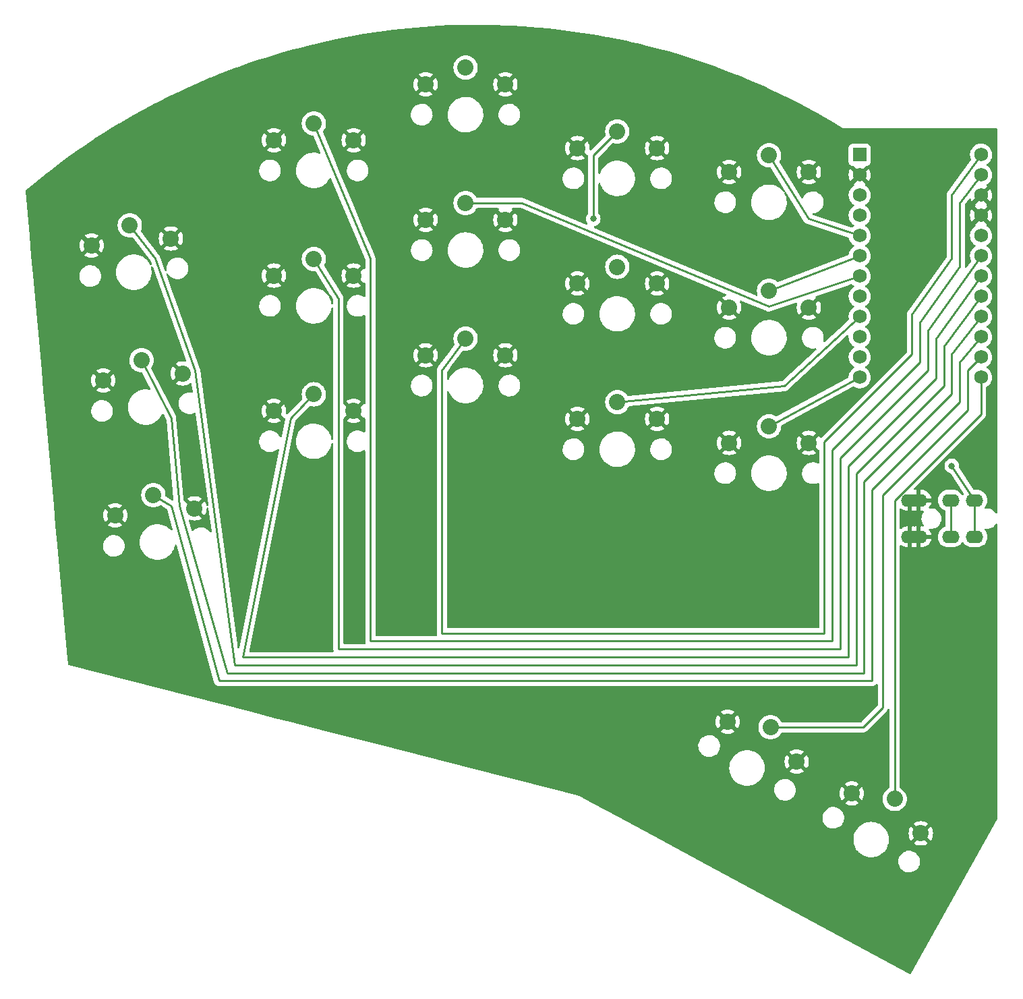
<source format=gbr>
G04 #@! TF.GenerationSoftware,KiCad,Pcbnew,(6.0.0-0)*
G04 #@! TF.CreationDate,2022-02-13T11:36:39-06:00*
G04 #@! TF.ProjectId,cockamamie,636f636b-616d-4616-9d69-652e6b696361,v1.0.0*
G04 #@! TF.SameCoordinates,Original*
G04 #@! TF.FileFunction,Copper,L1,Top*
G04 #@! TF.FilePolarity,Positive*
%FSLAX46Y46*%
G04 Gerber Fmt 4.6, Leading zero omitted, Abs format (unit mm)*
G04 Created by KiCad (PCBNEW (6.0.0-0)) date 2022-02-13 11:36:39*
%MOMM*%
%LPD*%
G01*
G04 APERTURE LIST*
G04 #@! TA.AperFunction,ComponentPad*
%ADD10C,2.032000*%
G04 #@! TD*
G04 #@! TA.AperFunction,ComponentPad*
%ADD11O,2.200000X1.600000*%
G04 #@! TD*
G04 #@! TA.AperFunction,ComponentPad*
%ADD12R,1.752600X1.752600*%
G04 #@! TD*
G04 #@! TA.AperFunction,ComponentPad*
%ADD13C,1.752600*%
G04 #@! TD*
G04 #@! TA.AperFunction,ViaPad*
%ADD14C,0.800000*%
G04 #@! TD*
G04 #@! TA.AperFunction,Conductor*
%ADD15C,0.250000*%
G04 #@! TD*
G04 APERTURE END LIST*
D10*
X236457823Y-190129972D03*
X245118077Y-195129972D03*
X241837950Y-190811319D03*
X241837950Y-190811319D03*
X153926519Y-154339766D03*
X143964572Y-155211324D03*
X148762518Y-152683536D03*
X148762518Y-152683536D03*
X182960000Y-135120000D03*
X192960000Y-135120000D03*
X187960000Y-133020000D03*
X187960000Y-133020000D03*
X141001277Y-121340704D03*
X150963224Y-120469146D03*
X145799223Y-118812916D03*
X145799223Y-118812916D03*
X221060000Y-129120000D03*
X231060000Y-129120000D03*
X226060000Y-127020000D03*
X226060000Y-127020000D03*
X163910000Y-108120000D03*
X173910000Y-108120000D03*
X168910000Y-106020000D03*
X168910000Y-106020000D03*
X182960000Y-101120000D03*
X192960000Y-101120000D03*
X187960000Y-99020000D03*
X187960000Y-99020000D03*
X152444871Y-137404456D03*
X142482924Y-138276014D03*
X147280870Y-135748226D03*
X147280870Y-135748226D03*
X220869366Y-181129972D03*
X229529620Y-186129972D03*
X226249493Y-181811319D03*
X226249493Y-181811319D03*
X212010000Y-109120000D03*
X202010000Y-109120000D03*
X207010000Y-107020000D03*
X207010000Y-107020000D03*
X221060000Y-112120000D03*
X231060000Y-112120000D03*
X226060000Y-110020000D03*
X226060000Y-110020000D03*
X182960000Y-118120000D03*
X192960000Y-118120000D03*
X187960000Y-116020000D03*
X187960000Y-116020000D03*
X163910000Y-142120000D03*
X173910000Y-142120000D03*
X168910000Y-140020000D03*
X168910000Y-140020000D03*
D11*
X243760000Y-157920000D03*
X243760000Y-153320000D03*
X244860000Y-153320000D03*
X244860000Y-157920000D03*
X248860000Y-157920000D03*
X248860000Y-153320000D03*
X251860000Y-153320000D03*
X251860000Y-157920000D03*
D10*
X231060000Y-146120000D03*
X221060000Y-146120000D03*
X226060000Y-144020000D03*
X226060000Y-144020000D03*
X212010000Y-143120000D03*
X202010000Y-143120000D03*
X207010000Y-141020000D03*
X207010000Y-141020000D03*
D12*
X237440000Y-109950000D03*
D13*
X237440000Y-112490000D03*
X237440000Y-115030000D03*
X237440000Y-117570000D03*
X237440000Y-120110000D03*
X237440000Y-122650000D03*
X237440000Y-125190000D03*
X237440000Y-127730000D03*
X237440000Y-130270000D03*
X237440000Y-132810000D03*
X237440000Y-135350000D03*
X237440000Y-137890000D03*
X252680000Y-109950000D03*
X252680000Y-112490000D03*
X252680000Y-115030000D03*
X252680000Y-117570000D03*
X252680000Y-120110000D03*
X252680000Y-122650000D03*
X252680000Y-125190000D03*
X252680000Y-127730000D03*
X252680000Y-130270000D03*
X252680000Y-132810000D03*
X252680000Y-135350000D03*
X252680000Y-137890000D03*
D10*
X173910000Y-125120000D03*
X163910000Y-125120000D03*
X168910000Y-123020000D03*
X168910000Y-123020000D03*
X202010000Y-126120000D03*
X212010000Y-126120000D03*
X207010000Y-124020000D03*
X207010000Y-124020000D03*
D14*
X204000000Y-118000000D03*
X249000000Y-149000000D03*
D15*
X252680000Y-132810000D02*
X250000000Y-136000000D01*
X239000000Y-152000000D02*
X239000000Y-176000000D01*
X239000000Y-176000000D02*
X157000000Y-176000000D01*
X151000000Y-154000000D02*
X148762518Y-152683536D01*
X250000000Y-136000000D02*
X250000000Y-141000000D01*
X157000000Y-176000000D02*
X151000000Y-154000000D01*
X250000000Y-141000000D02*
X239000000Y-152000000D01*
X238000000Y-175000000D02*
X238000000Y-151000000D01*
X147280870Y-135748226D02*
X151000000Y-143000000D01*
X158000000Y-175000000D02*
X238000000Y-175000000D01*
X152000000Y-154000000D02*
X158000000Y-175000000D01*
X249000000Y-140000000D02*
X249000000Y-135000000D01*
X151000000Y-143000000D02*
X152000000Y-154000000D01*
X238000000Y-151000000D02*
X249000000Y-140000000D01*
X249000000Y-135000000D02*
X252680000Y-130270000D01*
X237000000Y-150000000D02*
X248000000Y-139000000D01*
X149000000Y-123000000D02*
X154000000Y-137000000D01*
X154000000Y-137000000D02*
X159000000Y-174000000D01*
X248000000Y-139000000D02*
X248000000Y-134000000D01*
X248000000Y-134000000D02*
X252680000Y-127730000D01*
X159000000Y-174000000D02*
X237000000Y-174000000D01*
X145799223Y-118812916D02*
X149000000Y-123000000D01*
X237000000Y-174000000D02*
X237000000Y-150000000D01*
X160000000Y-173000000D02*
X166000000Y-143000000D01*
X166000000Y-143000000D02*
X168910000Y-140020000D01*
X236000000Y-149000000D02*
X236000000Y-173000000D01*
X247000000Y-138000000D02*
X236000000Y-149000000D01*
X252680000Y-125190000D02*
X247000000Y-133000000D01*
X247000000Y-133000000D02*
X247000000Y-138000000D01*
X236000000Y-173000000D02*
X160000000Y-173000000D01*
X172000000Y-128000000D02*
X172000000Y-172000000D01*
X246000000Y-137000000D02*
X246000000Y-132000000D01*
X168910000Y-123020000D02*
X172000000Y-128000000D01*
X235000000Y-172000000D02*
X235000000Y-148000000D01*
X172000000Y-172000000D02*
X235000000Y-172000000D01*
X235000000Y-148000000D02*
X246000000Y-137000000D01*
X246000000Y-132000000D02*
X252680000Y-122650000D01*
X245000000Y-131000000D02*
X250000000Y-124000000D01*
X234000000Y-171000000D02*
X234000000Y-147000000D01*
X176000000Y-123000000D02*
X176000000Y-171000000D01*
X245000000Y-136000000D02*
X245000000Y-131000000D01*
X176000000Y-171000000D02*
X234000000Y-171000000D01*
X168910000Y-106020000D02*
X176000000Y-123000000D01*
X250000000Y-124000000D02*
X250000000Y-116000000D01*
X234000000Y-147000000D02*
X245000000Y-136000000D01*
X250000000Y-116000000D02*
X252680000Y-112490000D01*
X252680000Y-109950000D02*
X249000000Y-115000000D01*
X233000000Y-170000000D02*
X185000000Y-170000000D01*
X249000000Y-115000000D02*
X249000000Y-123000000D01*
X185000000Y-170000000D02*
X185000000Y-137000000D01*
X185000000Y-137000000D02*
X187960000Y-133020000D01*
X233000000Y-146000000D02*
X233000000Y-170000000D01*
X244000000Y-135000000D02*
X233000000Y-146000000D01*
X244000000Y-130000000D02*
X244000000Y-135000000D01*
X249000000Y-123000000D02*
X244000000Y-130000000D01*
X237440000Y-125190000D02*
X226000000Y-129000000D01*
X226000000Y-129000000D02*
X195000000Y-116000000D01*
X195000000Y-116000000D02*
X187960000Y-116020000D01*
X228000000Y-139000000D02*
X207010000Y-141020000D01*
X237440000Y-130270000D02*
X228000000Y-139000000D01*
X204000000Y-118000000D02*
X204000000Y-110000000D01*
X204000000Y-110000000D02*
X207010000Y-107020000D01*
X237440000Y-137890000D02*
X226060000Y-144020000D01*
X237440000Y-122650000D02*
X226060000Y-127020000D01*
X226060000Y-110020000D02*
X231000000Y-118000000D01*
X231000000Y-118000000D02*
X237440000Y-120110000D01*
X240357561Y-152642439D02*
X240357561Y-179357561D01*
X251000000Y-137030000D02*
X251000000Y-142000000D01*
X252680000Y-135350000D02*
X251000000Y-137030000D01*
X237903803Y-181811319D02*
X226249493Y-181811319D01*
X251000000Y-142000000D02*
X240357561Y-152642439D01*
X240357561Y-179357561D02*
X237903803Y-181811319D01*
X241837950Y-153351739D02*
X252680000Y-142509689D01*
X241837950Y-190811319D02*
X241837950Y-153351739D01*
X252680000Y-142509689D02*
X252680000Y-137890000D01*
X251860000Y-157920000D02*
X251860000Y-153320000D01*
X251860000Y-153320000D02*
X249000000Y-149000000D01*
X248860000Y-157920000D02*
X248860000Y-153320000D01*
G04 #@! TA.AperFunction,Conductor*
G36*
X189898909Y-93637020D02*
G01*
X190893444Y-93652876D01*
X191732415Y-93666252D01*
X191735003Y-93666320D01*
X193044638Y-93714637D01*
X193567400Y-93733923D01*
X193570035Y-93734047D01*
X195400688Y-93839997D01*
X195403320Y-93840177D01*
X196010642Y-93888100D01*
X197231344Y-93984424D01*
X197233911Y-93984653D01*
X198318742Y-94093148D01*
X199058515Y-94167134D01*
X199061137Y-94167424D01*
X200881502Y-94388057D01*
X200884117Y-94388402D01*
X202699472Y-94647093D01*
X202702079Y-94647493D01*
X204511582Y-94944123D01*
X204514180Y-94944577D01*
X205187561Y-95069491D01*
X206317117Y-95279027D01*
X206319625Y-95279519D01*
X207153414Y-95452318D01*
X208115190Y-95651642D01*
X208117767Y-95652204D01*
X208951206Y-95843209D01*
X209905141Y-96061829D01*
X209907670Y-96062437D01*
X210737391Y-96270963D01*
X211686063Y-96509384D01*
X211688610Y-96510053D01*
X213457285Y-96994137D01*
X213459748Y-96994839D01*
X215217905Y-97515842D01*
X215220389Y-97516606D01*
X215379883Y-97567525D01*
X216967186Y-98074276D01*
X216969691Y-98075104D01*
X218704499Y-98669241D01*
X218706985Y-98670122D01*
X219022769Y-98785712D01*
X220428913Y-99300420D01*
X220431338Y-99301336D01*
X222003997Y-99914624D01*
X222139736Y-99967558D01*
X222142180Y-99968541D01*
X223836267Y-100670381D01*
X223838656Y-100671400D01*
X224239511Y-100847389D01*
X225517677Y-101408549D01*
X225520081Y-101409635D01*
X226302782Y-101772995D01*
X227183306Y-102181769D01*
X227185638Y-102182882D01*
X228832328Y-102989660D01*
X228834589Y-102990797D01*
X230172725Y-103681506D01*
X230464060Y-103831885D01*
X230466391Y-103833119D01*
X232077853Y-104708107D01*
X232080158Y-104709390D01*
X233672954Y-105617921D01*
X233675231Y-105619252D01*
X233806904Y-105698056D01*
X235204392Y-106534431D01*
X235222880Y-106547920D01*
X235234365Y-106558018D01*
X235238352Y-106559879D01*
X235241709Y-106562731D01*
X235249904Y-106566388D01*
X235303224Y-106590182D01*
X235305116Y-106591046D01*
X235366221Y-106619571D01*
X235370577Y-106620239D01*
X235374592Y-106622031D01*
X235421980Y-106628480D01*
X235441330Y-106631114D01*
X235443408Y-106631415D01*
X235476734Y-106636528D01*
X235480174Y-106636521D01*
X235484097Y-106636935D01*
X235499727Y-106639062D01*
X235518777Y-106641654D01*
X235527649Y-106640320D01*
X235527656Y-106640320D01*
X235544828Y-106637738D01*
X235563281Y-106636338D01*
X250757574Y-106602850D01*
X254575028Y-106594437D01*
X254643193Y-106614289D01*
X254689804Y-106667842D01*
X254701306Y-106720349D01*
X254716973Y-129099581D01*
X254734995Y-154842534D01*
X254734995Y-154842881D01*
X254715041Y-154911016D01*
X254661418Y-154957546D01*
X254591151Y-154967699D01*
X254526549Y-154938251D01*
X254509033Y-154919673D01*
X254393539Y-154769159D01*
X254393535Y-154769155D01*
X254390123Y-154764708D01*
X254223964Y-154613515D01*
X254219217Y-154610537D01*
X254219214Y-154610535D01*
X254038405Y-154497115D01*
X254033656Y-154494136D01*
X253825217Y-154410344D01*
X253605233Y-154364787D01*
X253600622Y-154364521D01*
X253600621Y-154364521D01*
X253550048Y-154361605D01*
X253550044Y-154361605D01*
X253548225Y-154361500D01*
X253403001Y-154361500D01*
X253400214Y-154361749D01*
X253400208Y-154361749D01*
X253355671Y-154365724D01*
X253271222Y-154373261D01*
X253201594Y-154359394D01*
X253150515Y-154310084D01*
X253134204Y-154240986D01*
X253157840Y-154174039D01*
X253162697Y-154167801D01*
X253166198Y-154164300D01*
X253169350Y-154159799D01*
X253169353Y-154159795D01*
X253247653Y-154047970D01*
X253297523Y-153976749D01*
X253299846Y-153971767D01*
X253299849Y-153971762D01*
X253391961Y-153774225D01*
X253391961Y-153774224D01*
X253394284Y-153769243D01*
X253442970Y-153587548D01*
X253452119Y-153553402D01*
X253452119Y-153553400D01*
X253453543Y-153548087D01*
X253473498Y-153320000D01*
X253453543Y-153091913D01*
X253449798Y-153077937D01*
X253395707Y-152876067D01*
X253395706Y-152876065D01*
X253394284Y-152870757D01*
X253343774Y-152762437D01*
X253299849Y-152668238D01*
X253299846Y-152668233D01*
X253297523Y-152663251D01*
X253166198Y-152475700D01*
X253004300Y-152313802D01*
X252999792Y-152310645D01*
X252999789Y-152310643D01*
X252864332Y-152215795D01*
X252816749Y-152182477D01*
X252811767Y-152180154D01*
X252811762Y-152180151D01*
X252614225Y-152088039D01*
X252614224Y-152088039D01*
X252609243Y-152085716D01*
X252603935Y-152084294D01*
X252603933Y-152084293D01*
X252393402Y-152027881D01*
X252393400Y-152027881D01*
X252388087Y-152026457D01*
X252288520Y-152017746D01*
X252219851Y-152011738D01*
X252219844Y-152011738D01*
X252217127Y-152011500D01*
X251821167Y-152011500D01*
X251753046Y-151991498D01*
X251716105Y-151955055D01*
X251673350Y-151890473D01*
X249917416Y-149238154D01*
X249896490Y-149170312D01*
X249897168Y-149155429D01*
X249912814Y-149006565D01*
X249913504Y-149000000D01*
X249895589Y-148829551D01*
X249894232Y-148816635D01*
X249894232Y-148816633D01*
X249893542Y-148810072D01*
X249834527Y-148628444D01*
X249811695Y-148588897D01*
X249748148Y-148478832D01*
X249739040Y-148463056D01*
X249611253Y-148321134D01*
X249456752Y-148208882D01*
X249450724Y-148206198D01*
X249450722Y-148206197D01*
X249288319Y-148133891D01*
X249288318Y-148133891D01*
X249282288Y-148131206D01*
X249187608Y-148111081D01*
X249101944Y-148092872D01*
X249101939Y-148092872D01*
X249095487Y-148091500D01*
X248904513Y-148091500D01*
X248898061Y-148092872D01*
X248898056Y-148092872D01*
X248812392Y-148111081D01*
X248717712Y-148131206D01*
X248711682Y-148133891D01*
X248711681Y-148133891D01*
X248549278Y-148206197D01*
X248549276Y-148206198D01*
X248543248Y-148208882D01*
X248388747Y-148321134D01*
X248260960Y-148463056D01*
X248251852Y-148478832D01*
X248188306Y-148588897D01*
X248165473Y-148628444D01*
X248106458Y-148810072D01*
X248105768Y-148816633D01*
X248105768Y-148816635D01*
X248104411Y-148829551D01*
X248086496Y-149000000D01*
X248087186Y-149006565D01*
X248099992Y-149128403D01*
X248106458Y-149189928D01*
X248165473Y-149371556D01*
X248260960Y-149536944D01*
X248388747Y-149678866D01*
X248543248Y-149791118D01*
X248549276Y-149793802D01*
X248549278Y-149793803D01*
X248711681Y-149866109D01*
X248717712Y-149868794D01*
X248724167Y-149870166D01*
X248724170Y-149870167D01*
X248758722Y-149877511D01*
X248781013Y-149882249D01*
X248843487Y-149915977D01*
X248859877Y-149935939D01*
X250432019Y-152310643D01*
X250500008Y-152413340D01*
X250520934Y-152481182D01*
X250498159Y-152555166D01*
X250463213Y-152605074D01*
X250407756Y-152649402D01*
X250337137Y-152656711D01*
X250273776Y-152624680D01*
X250256787Y-152605074D01*
X250169357Y-152480211D01*
X250169355Y-152480208D01*
X250166198Y-152475700D01*
X250004300Y-152313802D01*
X249999792Y-152310645D01*
X249999789Y-152310643D01*
X249864332Y-152215795D01*
X249816749Y-152182477D01*
X249811767Y-152180154D01*
X249811762Y-152180151D01*
X249614225Y-152088039D01*
X249614224Y-152088039D01*
X249609243Y-152085716D01*
X249603935Y-152084294D01*
X249603933Y-152084293D01*
X249393402Y-152027881D01*
X249393400Y-152027881D01*
X249388087Y-152026457D01*
X249288520Y-152017746D01*
X249219851Y-152011738D01*
X249219844Y-152011738D01*
X249217127Y-152011500D01*
X248502873Y-152011500D01*
X248500156Y-152011738D01*
X248500149Y-152011738D01*
X248431480Y-152017746D01*
X248331913Y-152026457D01*
X248326600Y-152027881D01*
X248326598Y-152027881D01*
X248116067Y-152084293D01*
X248116065Y-152084294D01*
X248110757Y-152085716D01*
X248105776Y-152088039D01*
X248105775Y-152088039D01*
X247908238Y-152180151D01*
X247908233Y-152180154D01*
X247903251Y-152182477D01*
X247855668Y-152215795D01*
X247720211Y-152310643D01*
X247720208Y-152310645D01*
X247715700Y-152313802D01*
X247553802Y-152475700D01*
X247422477Y-152663251D01*
X247420154Y-152668233D01*
X247420151Y-152668238D01*
X247376226Y-152762437D01*
X247325716Y-152870757D01*
X247324294Y-152876065D01*
X247324293Y-152876067D01*
X247270202Y-153077937D01*
X247266457Y-153091913D01*
X247246502Y-153320000D01*
X247266457Y-153548087D01*
X247267881Y-153553400D01*
X247267881Y-153553402D01*
X247277031Y-153587548D01*
X247325716Y-153769243D01*
X247328039Y-153774224D01*
X247328039Y-153774225D01*
X247420151Y-153971762D01*
X247420154Y-153971767D01*
X247422477Y-153976749D01*
X247472347Y-154047970D01*
X247536129Y-154139060D01*
X247553802Y-154164300D01*
X247715700Y-154326198D01*
X247720208Y-154329355D01*
X247720211Y-154329357D01*
X247772149Y-154365724D01*
X247903251Y-154457523D01*
X247908233Y-154459846D01*
X247908238Y-154459849D01*
X248063779Y-154532378D01*
X248110757Y-154554284D01*
X248116063Y-154555706D01*
X248116072Y-154555709D01*
X248133113Y-154560275D01*
X248193735Y-154597227D01*
X248224756Y-154661088D01*
X248226500Y-154681981D01*
X248226500Y-156558019D01*
X248206498Y-156626140D01*
X248152842Y-156672633D01*
X248133113Y-156679725D01*
X248116072Y-156684291D01*
X248116063Y-156684294D01*
X248110757Y-156685716D01*
X248105776Y-156688039D01*
X248105775Y-156688039D01*
X247908238Y-156780151D01*
X247908233Y-156780154D01*
X247903251Y-156782477D01*
X247866512Y-156808202D01*
X247720211Y-156910643D01*
X247720208Y-156910645D01*
X247715700Y-156913802D01*
X247553802Y-157075700D01*
X247550647Y-157080206D01*
X247550643Y-157080211D01*
X247534960Y-157102609D01*
X247422477Y-157263251D01*
X247420154Y-157268233D01*
X247420151Y-157268238D01*
X247360000Y-157397234D01*
X247325716Y-157470757D01*
X247324294Y-157476065D01*
X247324293Y-157476067D01*
X247269117Y-157681987D01*
X247266457Y-157691913D01*
X247246502Y-157920000D01*
X247266457Y-158148087D01*
X247267881Y-158153400D01*
X247267881Y-158153402D01*
X247311779Y-158317228D01*
X247325716Y-158369243D01*
X247328039Y-158374224D01*
X247328039Y-158374225D01*
X247420151Y-158571762D01*
X247420154Y-158571767D01*
X247422477Y-158576749D01*
X247553802Y-158764300D01*
X247715700Y-158926198D01*
X247720208Y-158929355D01*
X247720211Y-158929357D01*
X247738136Y-158941908D01*
X247903251Y-159057523D01*
X247908233Y-159059846D01*
X247908238Y-159059849D01*
X248104765Y-159151490D01*
X248110757Y-159154284D01*
X248116065Y-159155706D01*
X248116067Y-159155707D01*
X248326598Y-159212119D01*
X248326600Y-159212119D01*
X248331913Y-159213543D01*
X248430120Y-159222135D01*
X248500149Y-159228262D01*
X248500156Y-159228262D01*
X248502873Y-159228500D01*
X249217127Y-159228500D01*
X249219844Y-159228262D01*
X249219851Y-159228262D01*
X249289880Y-159222135D01*
X249388087Y-159213543D01*
X249393400Y-159212119D01*
X249393402Y-159212119D01*
X249603933Y-159155707D01*
X249603935Y-159155706D01*
X249609243Y-159154284D01*
X249615235Y-159151490D01*
X249811762Y-159059849D01*
X249811767Y-159059846D01*
X249816749Y-159057523D01*
X249981864Y-158941908D01*
X249999789Y-158929357D01*
X249999792Y-158929355D01*
X250004300Y-158926198D01*
X250166198Y-158764300D01*
X250181553Y-158742372D01*
X250256787Y-158634926D01*
X250312244Y-158590598D01*
X250382864Y-158583289D01*
X250446224Y-158615320D01*
X250463213Y-158634926D01*
X250538448Y-158742372D01*
X250553802Y-158764300D01*
X250715700Y-158926198D01*
X250720208Y-158929355D01*
X250720211Y-158929357D01*
X250738136Y-158941908D01*
X250903251Y-159057523D01*
X250908233Y-159059846D01*
X250908238Y-159059849D01*
X251104765Y-159151490D01*
X251110757Y-159154284D01*
X251116065Y-159155706D01*
X251116067Y-159155707D01*
X251326598Y-159212119D01*
X251326600Y-159212119D01*
X251331913Y-159213543D01*
X251430120Y-159222135D01*
X251500149Y-159228262D01*
X251500156Y-159228262D01*
X251502873Y-159228500D01*
X252217127Y-159228500D01*
X252219844Y-159228262D01*
X252219851Y-159228262D01*
X252289880Y-159222135D01*
X252388087Y-159213543D01*
X252393400Y-159212119D01*
X252393402Y-159212119D01*
X252603933Y-159155707D01*
X252603935Y-159155706D01*
X252609243Y-159154284D01*
X252615235Y-159151490D01*
X252811762Y-159059849D01*
X252811767Y-159059846D01*
X252816749Y-159057523D01*
X252981864Y-158941908D01*
X252999789Y-158929357D01*
X252999792Y-158929355D01*
X253004300Y-158926198D01*
X253166198Y-158764300D01*
X253297523Y-158576749D01*
X253299846Y-158571767D01*
X253299849Y-158571762D01*
X253391961Y-158374225D01*
X253391961Y-158374224D01*
X253394284Y-158369243D01*
X253408222Y-158317228D01*
X253452119Y-158153402D01*
X253452119Y-158153400D01*
X253453543Y-158148087D01*
X253473498Y-157920000D01*
X253453543Y-157691913D01*
X253450883Y-157681987D01*
X253395707Y-157476067D01*
X253395706Y-157476065D01*
X253394284Y-157470757D01*
X253360000Y-157397234D01*
X253299849Y-157268238D01*
X253299846Y-157268233D01*
X253297523Y-157263251D01*
X253166198Y-157075700D01*
X253163590Y-157073092D01*
X253135350Y-157008566D01*
X253146567Y-156938461D01*
X253193905Y-156885549D01*
X253262334Y-156866630D01*
X253285884Y-156869232D01*
X253314767Y-156875213D01*
X253319378Y-156875479D01*
X253319379Y-156875479D01*
X253369952Y-156878395D01*
X253369956Y-156878395D01*
X253371775Y-156878500D01*
X253516999Y-156878500D01*
X253519786Y-156878251D01*
X253519792Y-156878251D01*
X253589929Y-156871991D01*
X253683762Y-156863617D01*
X253689176Y-156862136D01*
X253689181Y-156862135D01*
X253816912Y-156827191D01*
X253900451Y-156804337D01*
X253905509Y-156801925D01*
X253905513Y-156801923D01*
X254038990Y-156738257D01*
X254103218Y-156707622D01*
X254285654Y-156576529D01*
X254414811Y-156443250D01*
X254438089Y-156419229D01*
X254438091Y-156419226D01*
X254441992Y-156415201D01*
X254505496Y-156320697D01*
X254560092Y-156275312D01*
X254630558Y-156266649D01*
X254694522Y-156297457D01*
X254731675Y-156357956D01*
X254736078Y-156390885D01*
X254757506Y-187000055D01*
X254761556Y-192784038D01*
X254761885Y-193254707D01*
X254745825Y-193316352D01*
X243864925Y-212749401D01*
X243814193Y-212799066D01*
X243744662Y-212813419D01*
X243695235Y-212798775D01*
X217346314Y-198606601D01*
X242288290Y-198606601D01*
X242296944Y-198837137D01*
X242344318Y-199062919D01*
X242429057Y-199277491D01*
X242548737Y-199474718D01*
X242552234Y-199478748D01*
X242638858Y-199578573D01*
X242699937Y-199648961D01*
X242704068Y-199652348D01*
X242874205Y-199791853D01*
X242874211Y-199791857D01*
X242878333Y-199795237D01*
X243078825Y-199909363D01*
X243083841Y-199911184D01*
X243083846Y-199911186D01*
X243290665Y-199986258D01*
X243290669Y-199986259D01*
X243295680Y-199988078D01*
X243300929Y-199989027D01*
X243300932Y-199989028D01*
X243518613Y-200028391D01*
X243518620Y-200028392D01*
X243522697Y-200029129D01*
X243540434Y-200029965D01*
X243545382Y-200030199D01*
X243545389Y-200030199D01*
X243546870Y-200030269D01*
X243709015Y-200030269D01*
X243775971Y-200024588D01*
X243875652Y-200016130D01*
X243875656Y-200016129D01*
X243880963Y-200015679D01*
X243886118Y-200014341D01*
X243886124Y-200014340D01*
X244099093Y-199959064D01*
X244099097Y-199959063D01*
X244104262Y-199957722D01*
X244109128Y-199955530D01*
X244109131Y-199955529D01*
X244309739Y-199865162D01*
X244314605Y-199862970D01*
X244319025Y-199859994D01*
X244319029Y-199859992D01*
X244420238Y-199791853D01*
X244505975Y-199734131D01*
X244672902Y-199574891D01*
X244810611Y-199389803D01*
X244865395Y-199282052D01*
X244912748Y-199188915D01*
X244912748Y-199188914D01*
X244915167Y-199184157D01*
X244954433Y-199057700D01*
X244981995Y-198968939D01*
X244981996Y-198968933D01*
X244983579Y-198963836D01*
X245013890Y-198735137D01*
X245005236Y-198504601D01*
X244957862Y-198278819D01*
X244873123Y-198064247D01*
X244766207Y-197888054D01*
X244756212Y-197871583D01*
X244756211Y-197871582D01*
X244753443Y-197867020D01*
X244666518Y-197766847D01*
X244605743Y-197696810D01*
X244605741Y-197696808D01*
X244602243Y-197692777D01*
X244560108Y-197658229D01*
X244427975Y-197549885D01*
X244427969Y-197549881D01*
X244423847Y-197546501D01*
X244223355Y-197432375D01*
X244218339Y-197430554D01*
X244218334Y-197430552D01*
X244011515Y-197355480D01*
X244011511Y-197355479D01*
X244006500Y-197353660D01*
X244001251Y-197352711D01*
X244001248Y-197352710D01*
X243783567Y-197313347D01*
X243783560Y-197313346D01*
X243779483Y-197312609D01*
X243761746Y-197311773D01*
X243756798Y-197311539D01*
X243756791Y-197311539D01*
X243755310Y-197311469D01*
X243593165Y-197311469D01*
X243526209Y-197317150D01*
X243426528Y-197325608D01*
X243426524Y-197325609D01*
X243421217Y-197326059D01*
X243416062Y-197327397D01*
X243416056Y-197327398D01*
X243203087Y-197382674D01*
X243203083Y-197382675D01*
X243197918Y-197384016D01*
X243193052Y-197386208D01*
X243193049Y-197386209D01*
X243094611Y-197430552D01*
X242987575Y-197478768D01*
X242983155Y-197481744D01*
X242983151Y-197481746D01*
X242982052Y-197482486D01*
X242796205Y-197607607D01*
X242629278Y-197766847D01*
X242626090Y-197771132D01*
X242539098Y-197888054D01*
X242491569Y-197951935D01*
X242489154Y-197956685D01*
X242393985Y-198143869D01*
X242387013Y-198157581D01*
X242352807Y-198267742D01*
X242320185Y-198372799D01*
X242320184Y-198372805D01*
X242318601Y-198377902D01*
X242288290Y-198606601D01*
X217346314Y-198606601D01*
X212446661Y-195967528D01*
X236660464Y-195967528D01*
X236660827Y-195971676D01*
X236660827Y-195971680D01*
X236663540Y-196002688D01*
X236686202Y-196261718D01*
X236687112Y-196265790D01*
X236687113Y-196265795D01*
X236738114Y-196493960D01*
X236750622Y-196549919D01*
X236852594Y-196827068D01*
X236990324Y-197088296D01*
X236992744Y-197091701D01*
X237158969Y-197325604D01*
X237158972Y-197325608D01*
X237161393Y-197329014D01*
X237164237Y-197332064D01*
X237164242Y-197332070D01*
X237256078Y-197430552D01*
X237362796Y-197544993D01*
X237590995Y-197732437D01*
X237841979Y-197888054D01*
X238111340Y-198009110D01*
X238394345Y-198093477D01*
X238398465Y-198094130D01*
X238398467Y-198094130D01*
X238682542Y-198139124D01*
X238682548Y-198139125D01*
X238686023Y-198139675D01*
X238710582Y-198140790D01*
X238776967Y-198143805D01*
X238776988Y-198143805D01*
X238778387Y-198143869D01*
X238962851Y-198143869D01*
X239182614Y-198129272D01*
X239186713Y-198128446D01*
X239186717Y-198128445D01*
X239360140Y-198093477D01*
X239472101Y-198070902D01*
X239751325Y-197974757D01*
X239921039Y-197889771D01*
X240011645Y-197844399D01*
X240011647Y-197844398D01*
X240015381Y-197842528D01*
X240259628Y-197676537D01*
X240479777Y-197479701D01*
X240518075Y-197435018D01*
X240669239Y-197258653D01*
X240669242Y-197258649D01*
X240671959Y-197255479D01*
X240674233Y-197251977D01*
X240674237Y-197251972D01*
X240830520Y-197011318D01*
X240830523Y-197011313D01*
X240832799Y-197007808D01*
X240959469Y-196741041D01*
X241049745Y-196459865D01*
X241065144Y-196374278D01*
X244238601Y-196374278D01*
X244244328Y-196381928D01*
X244419836Y-196489479D01*
X244428630Y-196493960D01*
X244641106Y-196581970D01*
X244650491Y-196585019D01*
X244874121Y-196638709D01*
X244883868Y-196640252D01*
X245113147Y-196658297D01*
X245123007Y-196658297D01*
X245352286Y-196640252D01*
X245362033Y-196638709D01*
X245585663Y-196585019D01*
X245595048Y-196581970D01*
X245807524Y-196493960D01*
X245816318Y-196489479D01*
X245988160Y-196384175D01*
X245997620Y-196373719D01*
X245993836Y-196364941D01*
X245130889Y-195501994D01*
X245116945Y-195494380D01*
X245115112Y-195494511D01*
X245108497Y-195498762D01*
X244245361Y-196361898D01*
X244238601Y-196374278D01*
X241065144Y-196374278D01*
X241067372Y-196361898D01*
X241101301Y-196173328D01*
X241101302Y-196173323D01*
X241102040Y-196169219D01*
X241115436Y-195874210D01*
X241110643Y-195819419D01*
X241090062Y-195584181D01*
X241089698Y-195580020D01*
X241088787Y-195575943D01*
X241026190Y-195295897D01*
X241026188Y-195295890D01*
X241025278Y-195291819D01*
X240967543Y-195134902D01*
X243589752Y-195134902D01*
X243607797Y-195364181D01*
X243609340Y-195373928D01*
X243663030Y-195597558D01*
X243666079Y-195606943D01*
X243754089Y-195819419D01*
X243758570Y-195828213D01*
X243863874Y-196000055D01*
X243874330Y-196009515D01*
X243883108Y-196005731D01*
X244746055Y-195142784D01*
X244752433Y-195131104D01*
X245482485Y-195131104D01*
X245482616Y-195132937D01*
X245486867Y-195139552D01*
X246350003Y-196002688D01*
X246362383Y-196009448D01*
X246370033Y-196003721D01*
X246477584Y-195828213D01*
X246482065Y-195819419D01*
X246570075Y-195606943D01*
X246573124Y-195597558D01*
X246626814Y-195373928D01*
X246628357Y-195364181D01*
X246646402Y-195134902D01*
X246646402Y-195125042D01*
X246628357Y-194895763D01*
X246626814Y-194886016D01*
X246573124Y-194662386D01*
X246570075Y-194653001D01*
X246482065Y-194440525D01*
X246477584Y-194431731D01*
X246372280Y-194259889D01*
X246361824Y-194250429D01*
X246353046Y-194254213D01*
X245490099Y-195117160D01*
X245482485Y-195131104D01*
X244752433Y-195131104D01*
X244753669Y-195128840D01*
X244753538Y-195127007D01*
X244749287Y-195120392D01*
X243886151Y-194257256D01*
X243873771Y-194250496D01*
X243866121Y-194256223D01*
X243758570Y-194431731D01*
X243754089Y-194440525D01*
X243666079Y-194653001D01*
X243663030Y-194662386D01*
X243609340Y-194886016D01*
X243607797Y-194895763D01*
X243589752Y-195125042D01*
X243589752Y-195134902D01*
X240967543Y-195134902D01*
X240923306Y-195014670D01*
X240785576Y-194753442D01*
X240720866Y-194662386D01*
X240616931Y-194516134D01*
X240616926Y-194516128D01*
X240614507Y-194512724D01*
X240611663Y-194509674D01*
X240611658Y-194509668D01*
X240415950Y-194299797D01*
X240413104Y-194296745D01*
X240184905Y-194109301D01*
X239933921Y-193953684D01*
X239783818Y-193886225D01*
X244238534Y-193886225D01*
X244242318Y-193895003D01*
X245105265Y-194757950D01*
X245119209Y-194765564D01*
X245121042Y-194765433D01*
X245127657Y-194761182D01*
X245990793Y-193898046D01*
X245997553Y-193885666D01*
X245991826Y-193878016D01*
X245816318Y-193770465D01*
X245807524Y-193765984D01*
X245595048Y-193677974D01*
X245585663Y-193674925D01*
X245362033Y-193621235D01*
X245352286Y-193619692D01*
X245123007Y-193601647D01*
X245113147Y-193601647D01*
X244883868Y-193619692D01*
X244874121Y-193621235D01*
X244650491Y-193674925D01*
X244641106Y-193677974D01*
X244428630Y-193765984D01*
X244419836Y-193770465D01*
X244247994Y-193875769D01*
X244238534Y-193886225D01*
X239783818Y-193886225D01*
X239664560Y-193832628D01*
X239381555Y-193748261D01*
X239377435Y-193747608D01*
X239377433Y-193747608D01*
X239093358Y-193702614D01*
X239093352Y-193702613D01*
X239089877Y-193702063D01*
X239065318Y-193700948D01*
X238998933Y-193697933D01*
X238998912Y-193697933D01*
X238997513Y-193697869D01*
X238813049Y-193697869D01*
X238593286Y-193712466D01*
X238589187Y-193713292D01*
X238589183Y-193713293D01*
X238446589Y-193742045D01*
X238303799Y-193770836D01*
X238024575Y-193866981D01*
X237890097Y-193934322D01*
X237809429Y-193974718D01*
X237760519Y-193999210D01*
X237516272Y-194165201D01*
X237296123Y-194362037D01*
X237293406Y-194365207D01*
X237293405Y-194365208D01*
X237164046Y-194516134D01*
X237103941Y-194586259D01*
X237101667Y-194589761D01*
X237101663Y-194589766D01*
X236945380Y-194830420D01*
X236943101Y-194833930D01*
X236816431Y-195100697D01*
X236815152Y-195104680D01*
X236815151Y-195104683D01*
X236807984Y-195127007D01*
X236726155Y-195381873D01*
X236725414Y-195385992D01*
X236691237Y-195575943D01*
X236673860Y-195672519D01*
X236660464Y-195967528D01*
X212446661Y-195967528D01*
X207135118Y-193106601D01*
X232762010Y-193106601D01*
X232770664Y-193337137D01*
X232818038Y-193562919D01*
X232819996Y-193567878D01*
X232819997Y-193567880D01*
X232840372Y-193619472D01*
X232902777Y-193777491D01*
X232973527Y-193894083D01*
X233011033Y-193955891D01*
X233022457Y-193974718D01*
X233025954Y-193978748D01*
X233141541Y-194111950D01*
X233173657Y-194148961D01*
X233193463Y-194165201D01*
X233347925Y-194291853D01*
X233347931Y-194291857D01*
X233352053Y-194295237D01*
X233552545Y-194409363D01*
X233557561Y-194411184D01*
X233557566Y-194411186D01*
X233764385Y-194486258D01*
X233764389Y-194486259D01*
X233769400Y-194488078D01*
X233774649Y-194489027D01*
X233774652Y-194489028D01*
X233992333Y-194528391D01*
X233992340Y-194528392D01*
X233996417Y-194529129D01*
X234014154Y-194529965D01*
X234019102Y-194530199D01*
X234019109Y-194530199D01*
X234020590Y-194530269D01*
X234182735Y-194530269D01*
X234249691Y-194524588D01*
X234349372Y-194516130D01*
X234349376Y-194516129D01*
X234354683Y-194515679D01*
X234359838Y-194514341D01*
X234359844Y-194514340D01*
X234572813Y-194459064D01*
X234572817Y-194459063D01*
X234577982Y-194457722D01*
X234582848Y-194455530D01*
X234582851Y-194455529D01*
X234783459Y-194365162D01*
X234788325Y-194362970D01*
X234792745Y-194359994D01*
X234792749Y-194359992D01*
X234893958Y-194291853D01*
X234979695Y-194234131D01*
X235146622Y-194074891D01*
X235235160Y-193955891D01*
X235281147Y-193894083D01*
X235281149Y-193894080D01*
X235284331Y-193889803D01*
X235339115Y-193782052D01*
X235386468Y-193688915D01*
X235386468Y-193688914D01*
X235388887Y-193684157D01*
X235428153Y-193557700D01*
X235455715Y-193468939D01*
X235455716Y-193468933D01*
X235457299Y-193463836D01*
X235480653Y-193287628D01*
X235486910Y-193240422D01*
X235486910Y-193240417D01*
X235487610Y-193235137D01*
X235478956Y-193004601D01*
X235431582Y-192778819D01*
X235346843Y-192564247D01*
X235227163Y-192367020D01*
X235137588Y-192263794D01*
X235079463Y-192196810D01*
X235079461Y-192196808D01*
X235075963Y-192192777D01*
X235033828Y-192158229D01*
X234901695Y-192049885D01*
X234901689Y-192049881D01*
X234897567Y-192046501D01*
X234697075Y-191932375D01*
X234692059Y-191930554D01*
X234692054Y-191930552D01*
X234485235Y-191855480D01*
X234485231Y-191855479D01*
X234480220Y-191853660D01*
X234474971Y-191852711D01*
X234474968Y-191852710D01*
X234257287Y-191813347D01*
X234257280Y-191813346D01*
X234253203Y-191812609D01*
X234235466Y-191811773D01*
X234230518Y-191811539D01*
X234230511Y-191811539D01*
X234229030Y-191811469D01*
X234066885Y-191811469D01*
X233999929Y-191817150D01*
X233900248Y-191825608D01*
X233900244Y-191825609D01*
X233894937Y-191826059D01*
X233889782Y-191827397D01*
X233889776Y-191827398D01*
X233676807Y-191882674D01*
X233676803Y-191882675D01*
X233671638Y-191884016D01*
X233666772Y-191886208D01*
X233666769Y-191886209D01*
X233645367Y-191895850D01*
X233461295Y-191978768D01*
X233456875Y-191981744D01*
X233456871Y-191981746D01*
X233364610Y-192043861D01*
X233269925Y-192107607D01*
X233102998Y-192266847D01*
X232965289Y-192451935D01*
X232962874Y-192456685D01*
X232908187Y-192564247D01*
X232860733Y-192657581D01*
X232826527Y-192767741D01*
X232793905Y-192872799D01*
X232793904Y-192872805D01*
X232792321Y-192877902D01*
X232762010Y-193106601D01*
X207135118Y-193106601D01*
X203918920Y-191374278D01*
X235578347Y-191374278D01*
X235584074Y-191381928D01*
X235759582Y-191489479D01*
X235768376Y-191493960D01*
X235980852Y-191581970D01*
X235990237Y-191585019D01*
X236213867Y-191638709D01*
X236223614Y-191640252D01*
X236452893Y-191658297D01*
X236462753Y-191658297D01*
X236692032Y-191640252D01*
X236701779Y-191638709D01*
X236925409Y-191585019D01*
X236934794Y-191581970D01*
X237147270Y-191493960D01*
X237156064Y-191489479D01*
X237327906Y-191384175D01*
X237337366Y-191373719D01*
X237333582Y-191364941D01*
X236470635Y-190501994D01*
X236456691Y-190494380D01*
X236454858Y-190494511D01*
X236448243Y-190498762D01*
X235585107Y-191361898D01*
X235578347Y-191374278D01*
X203918920Y-191374278D01*
X202225830Y-190462338D01*
X202205418Y-190448616D01*
X202197105Y-190441760D01*
X202155745Y-190424023D01*
X202145663Y-190419158D01*
X202142737Y-190417582D01*
X202142735Y-190417581D01*
X202138784Y-190415453D01*
X202134565Y-190413904D01*
X202120962Y-190408910D01*
X202114729Y-190406432D01*
X202098821Y-190399610D01*
X202098817Y-190399609D01*
X202094350Y-190397693D01*
X202089648Y-190396489D01*
X202089627Y-190396482D01*
X202087477Y-190395932D01*
X202075314Y-190392153D01*
X202045204Y-190381100D01*
X202045202Y-190381100D01*
X202036775Y-190378006D01*
X202026076Y-190377284D01*
X202022112Y-190377017D01*
X201999340Y-190373365D01*
X199004780Y-189606601D01*
X226699833Y-189606601D01*
X226708487Y-189837137D01*
X226755861Y-190062919D01*
X226840600Y-190277491D01*
X226918843Y-190406432D01*
X226944439Y-190448612D01*
X226960280Y-190474718D01*
X226963777Y-190478748D01*
X227075019Y-190606943D01*
X227111480Y-190648961D01*
X227115611Y-190652348D01*
X227285748Y-190791853D01*
X227285754Y-190791857D01*
X227289876Y-190795237D01*
X227490368Y-190909363D01*
X227495384Y-190911184D01*
X227495389Y-190911186D01*
X227702208Y-190986258D01*
X227702212Y-190986259D01*
X227707223Y-190988078D01*
X227712472Y-190989027D01*
X227712475Y-190989028D01*
X227930156Y-191028391D01*
X227930163Y-191028392D01*
X227934240Y-191029129D01*
X227951977Y-191029965D01*
X227956925Y-191030199D01*
X227956932Y-191030199D01*
X227958413Y-191030269D01*
X228120558Y-191030269D01*
X228187514Y-191024588D01*
X228287195Y-191016130D01*
X228287199Y-191016129D01*
X228292506Y-191015679D01*
X228297661Y-191014341D01*
X228297667Y-191014340D01*
X228510636Y-190959064D01*
X228510640Y-190959063D01*
X228515805Y-190957722D01*
X228520671Y-190955530D01*
X228520674Y-190955529D01*
X228721282Y-190865162D01*
X228726148Y-190862970D01*
X228730568Y-190859994D01*
X228730572Y-190859992D01*
X228831781Y-190791853D01*
X228917518Y-190734131D01*
X229084445Y-190574891D01*
X229138682Y-190501994D01*
X229218970Y-190394083D01*
X229218972Y-190394080D01*
X229222154Y-190389803D01*
X229276938Y-190282052D01*
X229324291Y-190188915D01*
X229324291Y-190188914D01*
X229326710Y-190184157D01*
X229342004Y-190134902D01*
X234929498Y-190134902D01*
X234947543Y-190364181D01*
X234949086Y-190373928D01*
X235002776Y-190597558D01*
X235005825Y-190606943D01*
X235093835Y-190819419D01*
X235098316Y-190828213D01*
X235203620Y-191000055D01*
X235214076Y-191009515D01*
X235222854Y-191005731D01*
X236085801Y-190142784D01*
X236092179Y-190131104D01*
X236822231Y-190131104D01*
X236822362Y-190132937D01*
X236826613Y-190139552D01*
X237689749Y-191002688D01*
X237702129Y-191009448D01*
X237709779Y-191003721D01*
X237817330Y-190828213D01*
X237821811Y-190819419D01*
X237909821Y-190606943D01*
X237912870Y-190597558D01*
X237966560Y-190373928D01*
X237968103Y-190364181D01*
X237986148Y-190134902D01*
X237986148Y-190125042D01*
X237968103Y-189895763D01*
X237966560Y-189886016D01*
X237912870Y-189662386D01*
X237909821Y-189653001D01*
X237821811Y-189440525D01*
X237817330Y-189431731D01*
X237712026Y-189259889D01*
X237701570Y-189250429D01*
X237692792Y-189254213D01*
X236829845Y-190117160D01*
X236822231Y-190131104D01*
X236092179Y-190131104D01*
X236093415Y-190128840D01*
X236093284Y-190127007D01*
X236089033Y-190120392D01*
X235225897Y-189257256D01*
X235213517Y-189250496D01*
X235205867Y-189256223D01*
X235098316Y-189431731D01*
X235093835Y-189440525D01*
X235005825Y-189653001D01*
X235002776Y-189662386D01*
X234949086Y-189886016D01*
X234947543Y-189895763D01*
X234929498Y-190125042D01*
X234929498Y-190134902D01*
X229342004Y-190134902D01*
X229365976Y-190057700D01*
X229393538Y-189968939D01*
X229393539Y-189968933D01*
X229395122Y-189963836D01*
X229412621Y-189831806D01*
X229424733Y-189740422D01*
X229424733Y-189740417D01*
X229425433Y-189735137D01*
X229416779Y-189504601D01*
X229369405Y-189278819D01*
X229360482Y-189256223D01*
X229321526Y-189157581D01*
X229284666Y-189064247D01*
X229183813Y-188898046D01*
X229176640Y-188886225D01*
X235578280Y-188886225D01*
X235582064Y-188895003D01*
X236445011Y-189757950D01*
X236458955Y-189765564D01*
X236460788Y-189765433D01*
X236467403Y-189761182D01*
X237330539Y-188898046D01*
X237337299Y-188885666D01*
X237331572Y-188878016D01*
X237156064Y-188770465D01*
X237147270Y-188765984D01*
X236934794Y-188677974D01*
X236925409Y-188674925D01*
X236701779Y-188621235D01*
X236692032Y-188619692D01*
X236462753Y-188601647D01*
X236452893Y-188601647D01*
X236223614Y-188619692D01*
X236213867Y-188621235D01*
X235990237Y-188674925D01*
X235980852Y-188677974D01*
X235768376Y-188765984D01*
X235759582Y-188770465D01*
X235587740Y-188875769D01*
X235578280Y-188886225D01*
X229176640Y-188886225D01*
X229167755Y-188871583D01*
X229167754Y-188871582D01*
X229164986Y-188867020D01*
X229077312Y-188765984D01*
X229017286Y-188696810D01*
X229017284Y-188696808D01*
X229013786Y-188692777D01*
X228971651Y-188658229D01*
X228839518Y-188549885D01*
X228839512Y-188549881D01*
X228835390Y-188546501D01*
X228634898Y-188432375D01*
X228629882Y-188430554D01*
X228629877Y-188430552D01*
X228423058Y-188355480D01*
X228423054Y-188355479D01*
X228418043Y-188353660D01*
X228412794Y-188352711D01*
X228412791Y-188352710D01*
X228195110Y-188313347D01*
X228195103Y-188313346D01*
X228191026Y-188312609D01*
X228173289Y-188311773D01*
X228168341Y-188311539D01*
X228168334Y-188311539D01*
X228166853Y-188311469D01*
X228004708Y-188311469D01*
X227937752Y-188317150D01*
X227838071Y-188325608D01*
X227838067Y-188325609D01*
X227832760Y-188326059D01*
X227827605Y-188327397D01*
X227827599Y-188327398D01*
X227614630Y-188382674D01*
X227614626Y-188382675D01*
X227609461Y-188384016D01*
X227604595Y-188386208D01*
X227604592Y-188386209D01*
X227506154Y-188430552D01*
X227399118Y-188478768D01*
X227394698Y-188481744D01*
X227394694Y-188481746D01*
X227393595Y-188482486D01*
X227207748Y-188607607D01*
X227040821Y-188766847D01*
X227037633Y-188771132D01*
X226950641Y-188888054D01*
X226903112Y-188951935D01*
X226900697Y-188956685D01*
X226805528Y-189143869D01*
X226798556Y-189157581D01*
X226769726Y-189250429D01*
X226731728Y-189372799D01*
X226731727Y-189372805D01*
X226730144Y-189377902D01*
X226726000Y-189409170D01*
X226704133Y-189574159D01*
X226699833Y-189606601D01*
X199004780Y-189606601D01*
X188698008Y-186967528D01*
X221072007Y-186967528D01*
X221072370Y-186971676D01*
X221072370Y-186971680D01*
X221075083Y-187002688D01*
X221097745Y-187261718D01*
X221098655Y-187265790D01*
X221098656Y-187265795D01*
X221149657Y-187493960D01*
X221162165Y-187549919D01*
X221264137Y-187827068D01*
X221401867Y-188088296D01*
X221404287Y-188091701D01*
X221570512Y-188325604D01*
X221570515Y-188325608D01*
X221572936Y-188329014D01*
X221575780Y-188332064D01*
X221575785Y-188332070D01*
X221667621Y-188430552D01*
X221774339Y-188544993D01*
X222002538Y-188732437D01*
X222253522Y-188888054D01*
X222522883Y-189009110D01*
X222805888Y-189093477D01*
X222810008Y-189094130D01*
X222810010Y-189094130D01*
X223094085Y-189139124D01*
X223094091Y-189139125D01*
X223097566Y-189139675D01*
X223122125Y-189140790D01*
X223188510Y-189143805D01*
X223188531Y-189143805D01*
X223189930Y-189143869D01*
X223374394Y-189143869D01*
X223594157Y-189129272D01*
X223598256Y-189128446D01*
X223598260Y-189128445D01*
X223771683Y-189093477D01*
X223883644Y-189070902D01*
X224162868Y-188974757D01*
X224332582Y-188889771D01*
X224423188Y-188844399D01*
X224423190Y-188844398D01*
X224426924Y-188842528D01*
X224671171Y-188676537D01*
X224891320Y-188479701D01*
X224929618Y-188435018D01*
X225080782Y-188258653D01*
X225080785Y-188258649D01*
X225083502Y-188255479D01*
X225085776Y-188251977D01*
X225085780Y-188251972D01*
X225242063Y-188011318D01*
X225242066Y-188011313D01*
X225244342Y-188007808D01*
X225371012Y-187741041D01*
X225461288Y-187459865D01*
X225476687Y-187374278D01*
X228650144Y-187374278D01*
X228655871Y-187381928D01*
X228831379Y-187489479D01*
X228840173Y-187493960D01*
X229052649Y-187581970D01*
X229062034Y-187585019D01*
X229285664Y-187638709D01*
X229295411Y-187640252D01*
X229524690Y-187658297D01*
X229534550Y-187658297D01*
X229763829Y-187640252D01*
X229773576Y-187638709D01*
X229997206Y-187585019D01*
X230006591Y-187581970D01*
X230219067Y-187493960D01*
X230227861Y-187489479D01*
X230399703Y-187384175D01*
X230409163Y-187373719D01*
X230405379Y-187364941D01*
X229542432Y-186501994D01*
X229528488Y-186494380D01*
X229526655Y-186494511D01*
X229520040Y-186498762D01*
X228656904Y-187361898D01*
X228650144Y-187374278D01*
X225476687Y-187374278D01*
X225478915Y-187361898D01*
X225512844Y-187173328D01*
X225512845Y-187173323D01*
X225513583Y-187169219D01*
X225526979Y-186874210D01*
X225522186Y-186819419D01*
X225501605Y-186584181D01*
X225501241Y-186580020D01*
X225500330Y-186575943D01*
X225437733Y-186295897D01*
X225437731Y-186295890D01*
X225436821Y-186291819D01*
X225379086Y-186134902D01*
X228001295Y-186134902D01*
X228019340Y-186364181D01*
X228020883Y-186373928D01*
X228074573Y-186597558D01*
X228077622Y-186606943D01*
X228165632Y-186819419D01*
X228170113Y-186828213D01*
X228275417Y-187000055D01*
X228285873Y-187009515D01*
X228294651Y-187005731D01*
X229157598Y-186142784D01*
X229163976Y-186131104D01*
X229894028Y-186131104D01*
X229894159Y-186132937D01*
X229898410Y-186139552D01*
X230761546Y-187002688D01*
X230773926Y-187009448D01*
X230781576Y-187003721D01*
X230889127Y-186828213D01*
X230893608Y-186819419D01*
X230981618Y-186606943D01*
X230984667Y-186597558D01*
X231038357Y-186373928D01*
X231039900Y-186364181D01*
X231057945Y-186134902D01*
X231057945Y-186125042D01*
X231039900Y-185895763D01*
X231038357Y-185886016D01*
X230984667Y-185662386D01*
X230981618Y-185653001D01*
X230893608Y-185440525D01*
X230889127Y-185431731D01*
X230783823Y-185259889D01*
X230773367Y-185250429D01*
X230764589Y-185254213D01*
X229901642Y-186117160D01*
X229894028Y-186131104D01*
X229163976Y-186131104D01*
X229165212Y-186128840D01*
X229165081Y-186127007D01*
X229160830Y-186120392D01*
X228297694Y-185257256D01*
X228285314Y-185250496D01*
X228277664Y-185256223D01*
X228170113Y-185431731D01*
X228165632Y-185440525D01*
X228077622Y-185653001D01*
X228074573Y-185662386D01*
X228020883Y-185886016D01*
X228019340Y-185895763D01*
X228001295Y-186125042D01*
X228001295Y-186134902D01*
X225379086Y-186134902D01*
X225334849Y-186014670D01*
X225197119Y-185753442D01*
X225132409Y-185662386D01*
X225028474Y-185516134D01*
X225028469Y-185516128D01*
X225026050Y-185512724D01*
X225023206Y-185509674D01*
X225023201Y-185509668D01*
X224827493Y-185299797D01*
X224824647Y-185296745D01*
X224596448Y-185109301D01*
X224345464Y-184953684D01*
X224195361Y-184886225D01*
X228650077Y-184886225D01*
X228653861Y-184895003D01*
X229516808Y-185757950D01*
X229530752Y-185765564D01*
X229532585Y-185765433D01*
X229539200Y-185761182D01*
X230402336Y-184898046D01*
X230409096Y-184885666D01*
X230403369Y-184878016D01*
X230227861Y-184770465D01*
X230219067Y-184765984D01*
X230006591Y-184677974D01*
X229997206Y-184674925D01*
X229773576Y-184621235D01*
X229763829Y-184619692D01*
X229534550Y-184601647D01*
X229524690Y-184601647D01*
X229295411Y-184619692D01*
X229285664Y-184621235D01*
X229062034Y-184674925D01*
X229052649Y-184677974D01*
X228840173Y-184765984D01*
X228831379Y-184770465D01*
X228659537Y-184875769D01*
X228650077Y-184886225D01*
X224195361Y-184886225D01*
X224076103Y-184832628D01*
X223793098Y-184748261D01*
X223788978Y-184747608D01*
X223788976Y-184747608D01*
X223504901Y-184702614D01*
X223504895Y-184702613D01*
X223501420Y-184702063D01*
X223476861Y-184700948D01*
X223410476Y-184697933D01*
X223410455Y-184697933D01*
X223409056Y-184697869D01*
X223224592Y-184697869D01*
X223004829Y-184712466D01*
X223000730Y-184713292D01*
X223000726Y-184713293D01*
X222858132Y-184742045D01*
X222715342Y-184770836D01*
X222436118Y-184866981D01*
X222301640Y-184934322D01*
X222220972Y-184974718D01*
X222172062Y-184999210D01*
X221927815Y-185165201D01*
X221707666Y-185362037D01*
X221704949Y-185365207D01*
X221704948Y-185365208D01*
X221575589Y-185516134D01*
X221515484Y-185586259D01*
X221513210Y-185589761D01*
X221513206Y-185589766D01*
X221356923Y-185830420D01*
X221354644Y-185833930D01*
X221227974Y-186100697D01*
X221226695Y-186104680D01*
X221226694Y-186104683D01*
X221219527Y-186127007D01*
X221137698Y-186381873D01*
X221136957Y-186385992D01*
X221102780Y-186575943D01*
X221085403Y-186672519D01*
X221072007Y-186967528D01*
X188698008Y-186967528D01*
X177524796Y-184106601D01*
X217173553Y-184106601D01*
X217182207Y-184337137D01*
X217229581Y-184562919D01*
X217231539Y-184567878D01*
X217231540Y-184567880D01*
X217252002Y-184619692D01*
X217314320Y-184777491D01*
X217385070Y-184894083D01*
X217422576Y-184955891D01*
X217434000Y-184974718D01*
X217437497Y-184978748D01*
X217553084Y-185111950D01*
X217585200Y-185148961D01*
X217605006Y-185165201D01*
X217759468Y-185291853D01*
X217759474Y-185291857D01*
X217763596Y-185295237D01*
X217964088Y-185409363D01*
X217969104Y-185411184D01*
X217969109Y-185411186D01*
X218175928Y-185486258D01*
X218175932Y-185486259D01*
X218180943Y-185488078D01*
X218186192Y-185489027D01*
X218186195Y-185489028D01*
X218403876Y-185528391D01*
X218403883Y-185528392D01*
X218407960Y-185529129D01*
X218425697Y-185529965D01*
X218430645Y-185530199D01*
X218430652Y-185530199D01*
X218432133Y-185530269D01*
X218594278Y-185530269D01*
X218661234Y-185524588D01*
X218760915Y-185516130D01*
X218760919Y-185516129D01*
X218766226Y-185515679D01*
X218771381Y-185514341D01*
X218771387Y-185514340D01*
X218984356Y-185459064D01*
X218984360Y-185459063D01*
X218989525Y-185457722D01*
X218994391Y-185455530D01*
X218994394Y-185455529D01*
X219195002Y-185365162D01*
X219199868Y-185362970D01*
X219204288Y-185359994D01*
X219204292Y-185359992D01*
X219305501Y-185291853D01*
X219391238Y-185234131D01*
X219558165Y-185074891D01*
X219646703Y-184955891D01*
X219692690Y-184894083D01*
X219692692Y-184894080D01*
X219695874Y-184889803D01*
X219750658Y-184782052D01*
X219798011Y-184688915D01*
X219798011Y-184688914D01*
X219800430Y-184684157D01*
X219839696Y-184557700D01*
X219867258Y-184468939D01*
X219867259Y-184468933D01*
X219868842Y-184463836D01*
X219899153Y-184235137D01*
X219890499Y-184004601D01*
X219843125Y-183778819D01*
X219758386Y-183564247D01*
X219638706Y-183367020D01*
X219549131Y-183263794D01*
X219491006Y-183196810D01*
X219491004Y-183196808D01*
X219487506Y-183192777D01*
X219445371Y-183158229D01*
X219313238Y-183049885D01*
X219313232Y-183049881D01*
X219309110Y-183046501D01*
X219108618Y-182932375D01*
X219103602Y-182930554D01*
X219103597Y-182930552D01*
X218896778Y-182855480D01*
X218896774Y-182855479D01*
X218891763Y-182853660D01*
X218886514Y-182852711D01*
X218886511Y-182852710D01*
X218668830Y-182813347D01*
X218668823Y-182813346D01*
X218664746Y-182812609D01*
X218647009Y-182811773D01*
X218642061Y-182811539D01*
X218642054Y-182811539D01*
X218640573Y-182811469D01*
X218478428Y-182811469D01*
X218411472Y-182817150D01*
X218311791Y-182825608D01*
X218311787Y-182825609D01*
X218306480Y-182826059D01*
X218301325Y-182827397D01*
X218301319Y-182827398D01*
X218088350Y-182882674D01*
X218088346Y-182882675D01*
X218083181Y-182884016D01*
X218078315Y-182886208D01*
X218078312Y-182886209D01*
X218056910Y-182895850D01*
X217872838Y-182978768D01*
X217868418Y-182981744D01*
X217868414Y-182981746D01*
X217776153Y-183043861D01*
X217681468Y-183107607D01*
X217514541Y-183266847D01*
X217376832Y-183451935D01*
X217374417Y-183456685D01*
X217319730Y-183564247D01*
X217272276Y-183657581D01*
X217238070Y-183767741D01*
X217205448Y-183872799D01*
X217205447Y-183872805D01*
X217203864Y-183877902D01*
X217173553Y-184106601D01*
X177524796Y-184106601D01*
X170759292Y-182374278D01*
X219989890Y-182374278D01*
X219995617Y-182381928D01*
X220171125Y-182489479D01*
X220179919Y-182493960D01*
X220392395Y-182581970D01*
X220401780Y-182585019D01*
X220625410Y-182638709D01*
X220635157Y-182640252D01*
X220864436Y-182658297D01*
X220874296Y-182658297D01*
X221103575Y-182640252D01*
X221113322Y-182638709D01*
X221336952Y-182585019D01*
X221346337Y-182581970D01*
X221558813Y-182493960D01*
X221567607Y-182489479D01*
X221739449Y-182384175D01*
X221748909Y-182373719D01*
X221745125Y-182364941D01*
X220882178Y-181501994D01*
X220868234Y-181494380D01*
X220866401Y-181494511D01*
X220859786Y-181498762D01*
X219996650Y-182361898D01*
X219989890Y-182374278D01*
X170759292Y-182374278D01*
X165918969Y-181134902D01*
X219341041Y-181134902D01*
X219359086Y-181364181D01*
X219360629Y-181373928D01*
X219414319Y-181597558D01*
X219417368Y-181606943D01*
X219505378Y-181819419D01*
X219509859Y-181828213D01*
X219615163Y-182000055D01*
X219625619Y-182009515D01*
X219634397Y-182005731D01*
X220497344Y-181142784D01*
X220503722Y-181131104D01*
X221233774Y-181131104D01*
X221233905Y-181132937D01*
X221238156Y-181139552D01*
X222101292Y-182002688D01*
X222113672Y-182009448D01*
X222121322Y-182003721D01*
X222228873Y-181828213D01*
X222233354Y-181819419D01*
X222321364Y-181606943D01*
X222324413Y-181597558D01*
X222378103Y-181373928D01*
X222379646Y-181364181D01*
X222397691Y-181134902D01*
X222397691Y-181125042D01*
X222379646Y-180895763D01*
X222378103Y-180886016D01*
X222324413Y-180662386D01*
X222321364Y-180653001D01*
X222233354Y-180440525D01*
X222228873Y-180431731D01*
X222123569Y-180259889D01*
X222113113Y-180250429D01*
X222104335Y-180254213D01*
X221241388Y-181117160D01*
X221233774Y-181131104D01*
X220503722Y-181131104D01*
X220504958Y-181128840D01*
X220504827Y-181127007D01*
X220500576Y-181120392D01*
X219637440Y-180257256D01*
X219625060Y-180250496D01*
X219617410Y-180256223D01*
X219509859Y-180431731D01*
X219505378Y-180440525D01*
X219417368Y-180653001D01*
X219414319Y-180662386D01*
X219360629Y-180886016D01*
X219359086Y-180895763D01*
X219341041Y-181125042D01*
X219341041Y-181134902D01*
X165918969Y-181134902D01*
X164073580Y-180662386D01*
X161042321Y-179886225D01*
X219989823Y-179886225D01*
X219993607Y-179895003D01*
X220856554Y-180757950D01*
X220870498Y-180765564D01*
X220872331Y-180765433D01*
X220878946Y-180761182D01*
X221742082Y-179898046D01*
X221748842Y-179885666D01*
X221743115Y-179878016D01*
X221567607Y-179770465D01*
X221558813Y-179765984D01*
X221346337Y-179677974D01*
X221336952Y-179674925D01*
X221113322Y-179621235D01*
X221103575Y-179619692D01*
X220874296Y-179601647D01*
X220864436Y-179601647D01*
X220635157Y-179619692D01*
X220625410Y-179621235D01*
X220401780Y-179674925D01*
X220392395Y-179677974D01*
X220179919Y-179765984D01*
X220171125Y-179770465D01*
X219999283Y-179875769D01*
X219989823Y-179886225D01*
X161042321Y-179886225D01*
X138170315Y-174029794D01*
X138109285Y-173993521D01*
X138077555Y-173930010D01*
X138076084Y-173919107D01*
X137931851Y-172327796D01*
X136721690Y-158976174D01*
X142434866Y-158976174D01*
X142443520Y-159206710D01*
X142490894Y-159432492D01*
X142492852Y-159437451D01*
X142492853Y-159437453D01*
X142503086Y-159463364D01*
X142575633Y-159647064D01*
X142695313Y-159844291D01*
X142698810Y-159848321D01*
X142785434Y-159948146D01*
X142846513Y-160018534D01*
X142850644Y-160021921D01*
X143020781Y-160161426D01*
X143020787Y-160161430D01*
X143024909Y-160164810D01*
X143225401Y-160278936D01*
X143230417Y-160280757D01*
X143230422Y-160280759D01*
X143437241Y-160355831D01*
X143437245Y-160355832D01*
X143442256Y-160357651D01*
X143447505Y-160358600D01*
X143447508Y-160358601D01*
X143665189Y-160397964D01*
X143665196Y-160397965D01*
X143669273Y-160398702D01*
X143687010Y-160399538D01*
X143691958Y-160399772D01*
X143691965Y-160399772D01*
X143693446Y-160399842D01*
X143855591Y-160399842D01*
X143922547Y-160394161D01*
X144022228Y-160385703D01*
X144022232Y-160385702D01*
X144027539Y-160385252D01*
X144032694Y-160383914D01*
X144032700Y-160383913D01*
X144245669Y-160328637D01*
X144245673Y-160328636D01*
X144250838Y-160327295D01*
X144255704Y-160325103D01*
X144255707Y-160325102D01*
X144456315Y-160234735D01*
X144461181Y-160232543D01*
X144465601Y-160229567D01*
X144465605Y-160229565D01*
X144633179Y-160116746D01*
X144652551Y-160103704D01*
X144819478Y-159944464D01*
X144957187Y-159759376D01*
X145013801Y-159648024D01*
X145059324Y-159558488D01*
X145059324Y-159558487D01*
X145061743Y-159553730D01*
X145101009Y-159427273D01*
X145128571Y-159338512D01*
X145128572Y-159338506D01*
X145130155Y-159333409D01*
X145146044Y-159213528D01*
X145159766Y-159109995D01*
X145159766Y-159109990D01*
X145160466Y-159104710D01*
X145151812Y-158874174D01*
X145104438Y-158648392D01*
X145086739Y-158603574D01*
X145056559Y-158527154D01*
X145019699Y-158433820D01*
X144900019Y-158236593D01*
X144848655Y-158177401D01*
X144752319Y-158066383D01*
X144752317Y-158066381D01*
X144748819Y-158062350D01*
X144694855Y-158018102D01*
X144574551Y-157919458D01*
X144574545Y-157919454D01*
X144570423Y-157916074D01*
X144369931Y-157801948D01*
X144364915Y-157800127D01*
X144364910Y-157800125D01*
X144158091Y-157725053D01*
X144158087Y-157725052D01*
X144153076Y-157723233D01*
X144147827Y-157722284D01*
X144147824Y-157722283D01*
X143930143Y-157682920D01*
X143930136Y-157682919D01*
X143926059Y-157682182D01*
X143908322Y-157681346D01*
X143903374Y-157681112D01*
X143903367Y-157681112D01*
X143901886Y-157681042D01*
X143739741Y-157681042D01*
X143674262Y-157686598D01*
X143573104Y-157695181D01*
X143573100Y-157695182D01*
X143567793Y-157695632D01*
X143562638Y-157696970D01*
X143562632Y-157696971D01*
X143349663Y-157752247D01*
X143349659Y-157752248D01*
X143344494Y-157753589D01*
X143339628Y-157755781D01*
X143339625Y-157755782D01*
X143259224Y-157792000D01*
X143134151Y-157848341D01*
X143129731Y-157851317D01*
X143129727Y-157851319D01*
X143037466Y-157913434D01*
X142942781Y-157977180D01*
X142775854Y-158136420D01*
X142772666Y-158140705D01*
X142641567Y-158316909D01*
X142638145Y-158321508D01*
X142635730Y-158326258D01*
X142581043Y-158433820D01*
X142533589Y-158527154D01*
X142514102Y-158589913D01*
X142466761Y-158742372D01*
X142466760Y-158742378D01*
X142465177Y-158747475D01*
X142458128Y-158800662D01*
X142439408Y-158941908D01*
X142434866Y-158976174D01*
X136721690Y-158976174D01*
X136493233Y-156455630D01*
X143085096Y-156455630D01*
X143090823Y-156463280D01*
X143266331Y-156570831D01*
X143275125Y-156575312D01*
X143487601Y-156663322D01*
X143496986Y-156666371D01*
X143720616Y-156720061D01*
X143730363Y-156721604D01*
X143959642Y-156739649D01*
X143969502Y-156739649D01*
X144198781Y-156721604D01*
X144208528Y-156720061D01*
X144432158Y-156666371D01*
X144441543Y-156663322D01*
X144654019Y-156575312D01*
X144662813Y-156570831D01*
X144834655Y-156465527D01*
X144844115Y-156455071D01*
X144840331Y-156446293D01*
X143977384Y-155583346D01*
X143963440Y-155575732D01*
X143961607Y-155575863D01*
X143954992Y-155580114D01*
X143091856Y-156443250D01*
X143085096Y-156455630D01*
X136493233Y-156455630D01*
X136380899Y-155216254D01*
X142436247Y-155216254D01*
X142454292Y-155445533D01*
X142455835Y-155455280D01*
X142509525Y-155678910D01*
X142512574Y-155688295D01*
X142600584Y-155900771D01*
X142605065Y-155909565D01*
X142710369Y-156081407D01*
X142720825Y-156090867D01*
X142729603Y-156087083D01*
X143592550Y-155224136D01*
X143598928Y-155212456D01*
X144328980Y-155212456D01*
X144329111Y-155214289D01*
X144333362Y-155220904D01*
X145196498Y-156084040D01*
X145208878Y-156090800D01*
X145216528Y-156085073D01*
X145324079Y-155909565D01*
X145328560Y-155900771D01*
X145416570Y-155688295D01*
X145419619Y-155678910D01*
X145473309Y-155455280D01*
X145474852Y-155445533D01*
X145492897Y-155216254D01*
X145492897Y-155206394D01*
X145474852Y-154977115D01*
X145473309Y-154967368D01*
X145419619Y-154743738D01*
X145416570Y-154734353D01*
X145328560Y-154521877D01*
X145324079Y-154513083D01*
X145218775Y-154341241D01*
X145208319Y-154331781D01*
X145199541Y-154335565D01*
X144336594Y-155198512D01*
X144328980Y-155212456D01*
X143598928Y-155212456D01*
X143600164Y-155210192D01*
X143600033Y-155208359D01*
X143595782Y-155201744D01*
X142732646Y-154338608D01*
X142720266Y-154331848D01*
X142712616Y-154337575D01*
X142605065Y-154513083D01*
X142600584Y-154521877D01*
X142512574Y-154734353D01*
X142509525Y-154743738D01*
X142455835Y-154967368D01*
X142454292Y-154977115D01*
X142436247Y-155206394D01*
X142436247Y-155216254D01*
X136380899Y-155216254D01*
X136267722Y-153967577D01*
X143085029Y-153967577D01*
X143088813Y-153976355D01*
X143951760Y-154839302D01*
X143965704Y-154846916D01*
X143967537Y-154846785D01*
X143974152Y-154842534D01*
X144837288Y-153979398D01*
X144844048Y-153967018D01*
X144838321Y-153959368D01*
X144662813Y-153851817D01*
X144654019Y-153847336D01*
X144441543Y-153759326D01*
X144432158Y-153756277D01*
X144208528Y-153702587D01*
X144198781Y-153701044D01*
X143969502Y-153682999D01*
X143959642Y-153682999D01*
X143730363Y-153701044D01*
X143720616Y-153702587D01*
X143496986Y-153756277D01*
X143487601Y-153759326D01*
X143275125Y-153847336D01*
X143266331Y-153851817D01*
X143094489Y-153957121D01*
X143085029Y-153967577D01*
X136267722Y-153967577D01*
X135186711Y-142040864D01*
X140953218Y-142040864D01*
X140953418Y-142046194D01*
X140953418Y-142046195D01*
X140955346Y-142097556D01*
X140961872Y-142271400D01*
X141009246Y-142497182D01*
X141011204Y-142502141D01*
X141011205Y-142502143D01*
X141030008Y-142549754D01*
X141093985Y-142711754D01*
X141213665Y-142908981D01*
X141217162Y-142913011D01*
X141320380Y-143031959D01*
X141364865Y-143083224D01*
X141368996Y-143086611D01*
X141539133Y-143226116D01*
X141539139Y-143226120D01*
X141543261Y-143229500D01*
X141743753Y-143343626D01*
X141748769Y-143345447D01*
X141748774Y-143345449D01*
X141955593Y-143420521D01*
X141955597Y-143420522D01*
X141960608Y-143422341D01*
X141965857Y-143423290D01*
X141965860Y-143423291D01*
X142183541Y-143462654D01*
X142183548Y-143462655D01*
X142187625Y-143463392D01*
X142205362Y-143464228D01*
X142210310Y-143464462D01*
X142210317Y-143464462D01*
X142211798Y-143464532D01*
X142373943Y-143464532D01*
X142440899Y-143458851D01*
X142540580Y-143450393D01*
X142540584Y-143450392D01*
X142545891Y-143449942D01*
X142551046Y-143448604D01*
X142551052Y-143448603D01*
X142764021Y-143393327D01*
X142764025Y-143393326D01*
X142769190Y-143391985D01*
X142774056Y-143389793D01*
X142774059Y-143389792D01*
X142974667Y-143299425D01*
X142979533Y-143297233D01*
X142983953Y-143294257D01*
X142983957Y-143294255D01*
X143151531Y-143181436D01*
X143170903Y-143168394D01*
X143337830Y-143009154D01*
X143399497Y-142926270D01*
X143472355Y-142828346D01*
X143472357Y-142828343D01*
X143475539Y-142824066D01*
X143532360Y-142712307D01*
X143577676Y-142623178D01*
X143577676Y-142623177D01*
X143580095Y-142618420D01*
X143619361Y-142491963D01*
X143646923Y-142403202D01*
X143646924Y-142403196D01*
X143648507Y-142398099D01*
X143666384Y-142263216D01*
X143678118Y-142174685D01*
X143678118Y-142174680D01*
X143678818Y-142169400D01*
X143676982Y-142120477D01*
X143670364Y-141944195D01*
X143670164Y-141938864D01*
X143622790Y-141713082D01*
X143605091Y-141668264D01*
X143573158Y-141587406D01*
X143538051Y-141498510D01*
X143428457Y-141317904D01*
X143421140Y-141305846D01*
X143421139Y-141305845D01*
X143418371Y-141301283D01*
X143386049Y-141264035D01*
X143270671Y-141131073D01*
X143270669Y-141131071D01*
X143267171Y-141127040D01*
X143195986Y-141068672D01*
X143092903Y-140984148D01*
X143092897Y-140984144D01*
X143088775Y-140980764D01*
X142888283Y-140866638D01*
X142883267Y-140864817D01*
X142883262Y-140864815D01*
X142676443Y-140789743D01*
X142676439Y-140789742D01*
X142671428Y-140787923D01*
X142666179Y-140786974D01*
X142666176Y-140786973D01*
X142448495Y-140747610D01*
X142448488Y-140747609D01*
X142444411Y-140746872D01*
X142426674Y-140746036D01*
X142421726Y-140745802D01*
X142421719Y-140745802D01*
X142420238Y-140745732D01*
X142258093Y-140745732D01*
X142191137Y-140751413D01*
X142091456Y-140759871D01*
X142091452Y-140759872D01*
X142086145Y-140760322D01*
X142080990Y-140761660D01*
X142080984Y-140761661D01*
X141868015Y-140816937D01*
X141868011Y-140816938D01*
X141862846Y-140818279D01*
X141857980Y-140820471D01*
X141857977Y-140820472D01*
X141714661Y-140885031D01*
X141652503Y-140913031D01*
X141648083Y-140916007D01*
X141648079Y-140916009D01*
X141560091Y-140975247D01*
X141461133Y-141041870D01*
X141294206Y-141201110D01*
X141265558Y-141239615D01*
X141159919Y-141381599D01*
X141156497Y-141386198D01*
X141154082Y-141390948D01*
X141073813Y-141548826D01*
X141051941Y-141591844D01*
X141029240Y-141664953D01*
X140985113Y-141807062D01*
X140985112Y-141807068D01*
X140983529Y-141812165D01*
X140982828Y-141817457D01*
X140955976Y-142020057D01*
X140953218Y-142040864D01*
X135186711Y-142040864D01*
X134958254Y-139520320D01*
X141603448Y-139520320D01*
X141609175Y-139527970D01*
X141784683Y-139635521D01*
X141793477Y-139640002D01*
X142005953Y-139728012D01*
X142015338Y-139731061D01*
X142238968Y-139784751D01*
X142248715Y-139786294D01*
X142477994Y-139804339D01*
X142487854Y-139804339D01*
X142717133Y-139786294D01*
X142726880Y-139784751D01*
X142950510Y-139731061D01*
X142959895Y-139728012D01*
X143172371Y-139640002D01*
X143181165Y-139635521D01*
X143353007Y-139530217D01*
X143362467Y-139519761D01*
X143358683Y-139510983D01*
X142495736Y-138648036D01*
X142481792Y-138640422D01*
X142479959Y-138640553D01*
X142473344Y-138644804D01*
X141610208Y-139507940D01*
X141603448Y-139520320D01*
X134958254Y-139520320D01*
X134845920Y-138280944D01*
X140954599Y-138280944D01*
X140972644Y-138510223D01*
X140974187Y-138519970D01*
X141027877Y-138743600D01*
X141030926Y-138752985D01*
X141118936Y-138965461D01*
X141123417Y-138974255D01*
X141228721Y-139146097D01*
X141239177Y-139155557D01*
X141247955Y-139151773D01*
X142110902Y-138288826D01*
X142117280Y-138277146D01*
X142847332Y-138277146D01*
X142847463Y-138278979D01*
X142851714Y-138285594D01*
X143714850Y-139148730D01*
X143727230Y-139155490D01*
X143734880Y-139149763D01*
X143842431Y-138974255D01*
X143846912Y-138965461D01*
X143934922Y-138752985D01*
X143937971Y-138743600D01*
X143991661Y-138519970D01*
X143993204Y-138510223D01*
X144011249Y-138280944D01*
X144011249Y-138271084D01*
X143993204Y-138041805D01*
X143991661Y-138032058D01*
X143937971Y-137808428D01*
X143934922Y-137799043D01*
X143846912Y-137586567D01*
X143842431Y-137577773D01*
X143737127Y-137405931D01*
X143726671Y-137396471D01*
X143717893Y-137400255D01*
X142854946Y-138263202D01*
X142847332Y-138277146D01*
X142117280Y-138277146D01*
X142118516Y-138274882D01*
X142118385Y-138273049D01*
X142114134Y-138266434D01*
X141250998Y-137403298D01*
X141238618Y-137396538D01*
X141230968Y-137402265D01*
X141123417Y-137577773D01*
X141118936Y-137586567D01*
X141030926Y-137799043D01*
X141027877Y-137808428D01*
X140974187Y-138032058D01*
X140972644Y-138041805D01*
X140954599Y-138271084D01*
X140954599Y-138280944D01*
X134845920Y-138280944D01*
X134732743Y-137032267D01*
X141603381Y-137032267D01*
X141607165Y-137041045D01*
X142470112Y-137903992D01*
X142484056Y-137911606D01*
X142485889Y-137911475D01*
X142492504Y-137907224D01*
X143355640Y-137044088D01*
X143362400Y-137031708D01*
X143356673Y-137024058D01*
X143181165Y-136916507D01*
X143172371Y-136912026D01*
X142959895Y-136824016D01*
X142950510Y-136820967D01*
X142726880Y-136767277D01*
X142717133Y-136765734D01*
X142487854Y-136747689D01*
X142477994Y-136747689D01*
X142248715Y-136765734D01*
X142238968Y-136767277D01*
X142015338Y-136820967D01*
X142005953Y-136824016D01*
X141793477Y-136912026D01*
X141784683Y-136916507D01*
X141612841Y-137021811D01*
X141603381Y-137032267D01*
X134732743Y-137032267D01*
X133651732Y-125105554D01*
X139471571Y-125105554D01*
X139471771Y-125110884D01*
X139471771Y-125110885D01*
X139472298Y-125124930D01*
X139480225Y-125336090D01*
X139527599Y-125561872D01*
X139529557Y-125566831D01*
X139529558Y-125566833D01*
X139537754Y-125587586D01*
X139612338Y-125776444D01*
X139692724Y-125908917D01*
X139708837Y-125935469D01*
X139732018Y-125973671D01*
X139735515Y-125977701D01*
X139867309Y-126129580D01*
X139883218Y-126147914D01*
X139887349Y-126151301D01*
X140057486Y-126290806D01*
X140057492Y-126290810D01*
X140061614Y-126294190D01*
X140262106Y-126408316D01*
X140267122Y-126410137D01*
X140267127Y-126410139D01*
X140473946Y-126485211D01*
X140473950Y-126485212D01*
X140478961Y-126487031D01*
X140484210Y-126487980D01*
X140484213Y-126487981D01*
X140701894Y-126527344D01*
X140701901Y-126527345D01*
X140705978Y-126528082D01*
X140723715Y-126528918D01*
X140728663Y-126529152D01*
X140728670Y-126529152D01*
X140730151Y-126529222D01*
X140892296Y-126529222D01*
X140959252Y-126523541D01*
X141058933Y-126515083D01*
X141058937Y-126515082D01*
X141064244Y-126514632D01*
X141069399Y-126513294D01*
X141069405Y-126513293D01*
X141282374Y-126458017D01*
X141282378Y-126458016D01*
X141287543Y-126456675D01*
X141292409Y-126454483D01*
X141292412Y-126454482D01*
X141493020Y-126364115D01*
X141497886Y-126361923D01*
X141502306Y-126358947D01*
X141502310Y-126358945D01*
X141603519Y-126290806D01*
X141689256Y-126233084D01*
X141856183Y-126073844D01*
X141918503Y-125990083D01*
X141990708Y-125893036D01*
X141990710Y-125893033D01*
X141993892Y-125888756D01*
X142050506Y-125777404D01*
X142096029Y-125687868D01*
X142096029Y-125687867D01*
X142098448Y-125683110D01*
X142134553Y-125566833D01*
X142165276Y-125467892D01*
X142165277Y-125467886D01*
X142166860Y-125462789D01*
X142186390Y-125315437D01*
X142196471Y-125239375D01*
X142196471Y-125239370D01*
X142197171Y-125234090D01*
X142195335Y-125185167D01*
X142188717Y-125008885D01*
X142188517Y-125003554D01*
X142141143Y-124777772D01*
X142125091Y-124737124D01*
X144085956Y-124737124D01*
X144086319Y-124741272D01*
X144086319Y-124741276D01*
X144102184Y-124922617D01*
X144111694Y-125031314D01*
X144112604Y-125035386D01*
X144112605Y-125035391D01*
X144166688Y-125277344D01*
X144176114Y-125319515D01*
X144177557Y-125323438D01*
X144177558Y-125323440D01*
X144182212Y-125336090D01*
X144278086Y-125596664D01*
X144280033Y-125600357D01*
X144280034Y-125600359D01*
X144335821Y-125706168D01*
X144415816Y-125857892D01*
X144452754Y-125909869D01*
X144584461Y-126095200D01*
X144584466Y-126095206D01*
X144586885Y-126098610D01*
X144589729Y-126101660D01*
X144589734Y-126101666D01*
X144778820Y-126304436D01*
X144788288Y-126314589D01*
X145016487Y-126502033D01*
X145267471Y-126657650D01*
X145536832Y-126778706D01*
X145669450Y-126818241D01*
X145808868Y-126859803D01*
X145819837Y-126863073D01*
X145823957Y-126863726D01*
X145823959Y-126863726D01*
X146108034Y-126908720D01*
X146108040Y-126908721D01*
X146111515Y-126909271D01*
X146136074Y-126910386D01*
X146202459Y-126913401D01*
X146202480Y-126913401D01*
X146203879Y-126913465D01*
X146388343Y-126913465D01*
X146608106Y-126898868D01*
X146612205Y-126898042D01*
X146612209Y-126898041D01*
X146754803Y-126869289D01*
X146897593Y-126840498D01*
X147176817Y-126744353D01*
X147346531Y-126659367D01*
X147437137Y-126613995D01*
X147437139Y-126613994D01*
X147440873Y-126612124D01*
X147685120Y-126446133D01*
X147776639Y-126364306D01*
X147902154Y-126252082D01*
X147905269Y-126249297D01*
X147962270Y-126182793D01*
X148094731Y-126028249D01*
X148094734Y-126028245D01*
X148097451Y-126025075D01*
X148099725Y-126021573D01*
X148099729Y-126021568D01*
X148256012Y-125780914D01*
X148256015Y-125780909D01*
X148258291Y-125777404D01*
X148261103Y-125771483D01*
X148356981Y-125569563D01*
X148384961Y-125510637D01*
X148391335Y-125490786D01*
X148473957Y-125233448D01*
X148473957Y-125233447D01*
X148475237Y-125229461D01*
X148494045Y-125124930D01*
X148526793Y-124942924D01*
X148526794Y-124942919D01*
X148527532Y-124938815D01*
X148527931Y-124930042D01*
X148540739Y-124647976D01*
X148540739Y-124647971D01*
X148540928Y-124643806D01*
X148533918Y-124563674D01*
X148515554Y-124353777D01*
X148515190Y-124349616D01*
X148495974Y-124263645D01*
X148469105Y-124143442D01*
X148473766Y-124072598D01*
X148515987Y-124015521D01*
X148582365Y-123990330D01*
X148651824Y-124005025D01*
X148702312Y-124054940D01*
X148710730Y-124073578D01*
X152877515Y-135740573D01*
X152881590Y-135811452D01*
X152846698Y-135873283D01*
X152783916Y-135906434D01*
X152729443Y-135905470D01*
X152688830Y-135895720D01*
X152679080Y-135894176D01*
X152449801Y-135876131D01*
X152439941Y-135876131D01*
X152210662Y-135894176D01*
X152200915Y-135895719D01*
X151977285Y-135949409D01*
X151967900Y-135952458D01*
X151755424Y-136040468D01*
X151746630Y-136044949D01*
X151574788Y-136150253D01*
X151565328Y-136160709D01*
X151569112Y-136169487D01*
X152714986Y-137315361D01*
X152749012Y-137377673D01*
X152743947Y-137448488D01*
X152714986Y-137493551D01*
X151572155Y-138636382D01*
X151565395Y-138648762D01*
X151571122Y-138656412D01*
X151746630Y-138763963D01*
X151755424Y-138768444D01*
X151967900Y-138856454D01*
X151977285Y-138859503D01*
X152200915Y-138913193D01*
X152210662Y-138914736D01*
X152439941Y-138932781D01*
X152449801Y-138932781D01*
X152679080Y-138914736D01*
X152688827Y-138913193D01*
X152912457Y-138859503D01*
X152921842Y-138856454D01*
X153134318Y-138768444D01*
X153143112Y-138763963D01*
X153339212Y-138643793D01*
X153347192Y-138637995D01*
X153382041Y-138608231D01*
X153446830Y-138579199D01*
X153517030Y-138589803D01*
X153570353Y-138636678D01*
X153588737Y-138687167D01*
X153674462Y-139321528D01*
X153716894Y-139635521D01*
X153722709Y-139678555D01*
X153712010Y-139748741D01*
X153665064Y-139802001D01*
X153596776Y-139821424D01*
X153575426Y-139819418D01*
X153492036Y-139804339D01*
X153406637Y-139788896D01*
X153406630Y-139788895D01*
X153402553Y-139788158D01*
X153384816Y-139787322D01*
X153379868Y-139787088D01*
X153379861Y-139787088D01*
X153378380Y-139787018D01*
X153216235Y-139787018D01*
X153149279Y-139792699D01*
X153049598Y-139801157D01*
X153049594Y-139801158D01*
X153044287Y-139801608D01*
X153039132Y-139802946D01*
X153039126Y-139802947D01*
X152826157Y-139858223D01*
X152826153Y-139858224D01*
X152820988Y-139859565D01*
X152816122Y-139861757D01*
X152816119Y-139861758D01*
X152637002Y-139942444D01*
X152610645Y-139954317D01*
X152606225Y-139957293D01*
X152606221Y-139957295D01*
X152563234Y-139986236D01*
X152419275Y-140083156D01*
X152252348Y-140242396D01*
X152114639Y-140427484D01*
X152010083Y-140633130D01*
X151980340Y-140728919D01*
X151943255Y-140848348D01*
X151943254Y-140848354D01*
X151941671Y-140853451D01*
X151932504Y-140922617D01*
X151916699Y-141041870D01*
X151911360Y-141082150D01*
X151911560Y-141087480D01*
X151911560Y-141087481D01*
X151914932Y-141177303D01*
X151920014Y-141312686D01*
X151967388Y-141538468D01*
X151969346Y-141543427D01*
X151969347Y-141543429D01*
X151995527Y-141609720D01*
X152052127Y-141753040D01*
X152126894Y-141876253D01*
X152164888Y-141938864D01*
X152171807Y-141950267D01*
X152175304Y-141954297D01*
X152316521Y-142117035D01*
X152323007Y-142124510D01*
X152365142Y-142159058D01*
X152497275Y-142267402D01*
X152497281Y-142267406D01*
X152501403Y-142270786D01*
X152701895Y-142384912D01*
X152706911Y-142386733D01*
X152706916Y-142386735D01*
X152913735Y-142461807D01*
X152913739Y-142461808D01*
X152918750Y-142463627D01*
X152923999Y-142464576D01*
X152924002Y-142464577D01*
X153141683Y-142503940D01*
X153141690Y-142503941D01*
X153145767Y-142504678D01*
X153163504Y-142505514D01*
X153168452Y-142505748D01*
X153168459Y-142505748D01*
X153169940Y-142505818D01*
X153332085Y-142505818D01*
X153415832Y-142498712D01*
X153498722Y-142491679D01*
X153498726Y-142491678D01*
X153504033Y-142491228D01*
X153509188Y-142489890D01*
X153509194Y-142489889D01*
X153722163Y-142434613D01*
X153722167Y-142434612D01*
X153727332Y-142433271D01*
X153732198Y-142431079D01*
X153732201Y-142431078D01*
X153919876Y-142346537D01*
X153990201Y-142336796D01*
X154054629Y-142366622D01*
X154092704Y-142426545D01*
X154096491Y-142444545D01*
X155641671Y-153878879D01*
X155630972Y-153949065D01*
X155584026Y-154002325D01*
X155515738Y-154021748D01*
X155447789Y-154001170D01*
X155401753Y-153947122D01*
X155394287Y-153925166D01*
X155381567Y-153872183D01*
X155378517Y-153862795D01*
X155290507Y-153650319D01*
X155286026Y-153641525D01*
X155180722Y-153469683D01*
X155170266Y-153460223D01*
X155161488Y-153464007D01*
X154298541Y-154326954D01*
X154290927Y-154340898D01*
X154291058Y-154342731D01*
X154295309Y-154349346D01*
X155158445Y-155212482D01*
X155170825Y-155219242D01*
X155178475Y-155213515D01*
X155286026Y-155038007D01*
X155290507Y-155029213D01*
X155378517Y-154816737D01*
X155381566Y-154807352D01*
X155435256Y-154583722D01*
X155436799Y-154573975D01*
X155454238Y-154352392D01*
X155479523Y-154286051D01*
X155536661Y-154243911D01*
X155607511Y-154239352D01*
X155669579Y-154273821D01*
X155703159Y-154336374D01*
X155704715Y-154345404D01*
X156089686Y-157194188D01*
X156078987Y-157264374D01*
X156032041Y-157317634D01*
X155963753Y-157337057D01*
X155895804Y-157316479D01*
X155863012Y-157285298D01*
X155860932Y-157282446D01*
X155858161Y-157277879D01*
X155739475Y-157141105D01*
X155710461Y-157107669D01*
X155710459Y-157107667D01*
X155706961Y-157103636D01*
X155622979Y-157034775D01*
X155532693Y-156960744D01*
X155532687Y-156960740D01*
X155528565Y-156957360D01*
X155328073Y-156843234D01*
X155323057Y-156841413D01*
X155323052Y-156841411D01*
X155116233Y-156766339D01*
X155116229Y-156766338D01*
X155111218Y-156764519D01*
X155105969Y-156763570D01*
X155105966Y-156763569D01*
X154888285Y-156724206D01*
X154888278Y-156724205D01*
X154884201Y-156723468D01*
X154866464Y-156722632D01*
X154861516Y-156722398D01*
X154861509Y-156722398D01*
X154860028Y-156722328D01*
X154697883Y-156722328D01*
X154630927Y-156728009D01*
X154531246Y-156736467D01*
X154531242Y-156736468D01*
X154525935Y-156736918D01*
X154520780Y-156738256D01*
X154520774Y-156738257D01*
X154307805Y-156793533D01*
X154307801Y-156793534D01*
X154302636Y-156794875D01*
X154297770Y-156797067D01*
X154297767Y-156797068D01*
X154101708Y-156885386D01*
X154092293Y-156889627D01*
X154087873Y-156892603D01*
X154087869Y-156892605D01*
X154050596Y-156917699D01*
X153900923Y-157018466D01*
X153835866Y-157080527D01*
X153753433Y-157159164D01*
X153690336Y-157191711D01*
X153619659Y-157184979D01*
X153563842Y-157141105D01*
X153545309Y-157102609D01*
X153537621Y-157075700D01*
X153205039Y-155911663D01*
X153205557Y-155840669D01*
X153244376Y-155781225D01*
X153309170Y-155752204D01*
X153374409Y-155760640D01*
X153449548Y-155791764D01*
X153458933Y-155794813D01*
X153682563Y-155848503D01*
X153692310Y-155850046D01*
X153921589Y-155868091D01*
X153931449Y-155868091D01*
X154160728Y-155850046D01*
X154170475Y-155848503D01*
X154394105Y-155794813D01*
X154403490Y-155791764D01*
X154615966Y-155703754D01*
X154624760Y-155699273D01*
X154796602Y-155593969D01*
X154806062Y-155583513D01*
X154802278Y-155574735D01*
X152694593Y-153467050D01*
X152654071Y-153444922D01*
X152641486Y-153442185D01*
X152591283Y-153391984D01*
X152576386Y-153343004D01*
X152553933Y-153096019D01*
X153046976Y-153096019D01*
X153050760Y-153104797D01*
X153913707Y-153967744D01*
X153927651Y-153975358D01*
X153929484Y-153975227D01*
X153936099Y-153970976D01*
X154799235Y-153107840D01*
X154805995Y-153095460D01*
X154800268Y-153087810D01*
X154624760Y-152980259D01*
X154615966Y-152975778D01*
X154403490Y-152887768D01*
X154394105Y-152884719D01*
X154170475Y-152831029D01*
X154160728Y-152829486D01*
X153931449Y-152811441D01*
X153921589Y-152811441D01*
X153692310Y-152829486D01*
X153682563Y-152831029D01*
X153458933Y-152884719D01*
X153449548Y-152887768D01*
X153237072Y-152975778D01*
X153228278Y-152980259D01*
X153056436Y-153085563D01*
X153046976Y-153096019D01*
X152553933Y-153096019D01*
X151635009Y-142987864D01*
X151634544Y-142972831D01*
X151635312Y-142946150D01*
X151635540Y-142938229D01*
X151624805Y-142890790D01*
X151618381Y-142862402D01*
X151618211Y-142861638D01*
X151603154Y-142793128D01*
X151601557Y-142785861D01*
X151600655Y-142784074D01*
X151600212Y-142782118D01*
X151592079Y-142766259D01*
X151564768Y-142713009D01*
X151564411Y-142712307D01*
X151531402Y-142646942D01*
X151531397Y-142646934D01*
X151529404Y-142642987D01*
X151528364Y-142641799D01*
X151527488Y-142640316D01*
X148844763Y-137409386D01*
X150916546Y-137409386D01*
X150934591Y-137638665D01*
X150936134Y-137648412D01*
X150989824Y-137872042D01*
X150992873Y-137881427D01*
X151080883Y-138093903D01*
X151085364Y-138102697D01*
X151190668Y-138274539D01*
X151201124Y-138283999D01*
X151209902Y-138280215D01*
X152072849Y-137417268D01*
X152080463Y-137403324D01*
X152080332Y-137401491D01*
X152076081Y-137394876D01*
X151212945Y-136531740D01*
X151200565Y-136524980D01*
X151192915Y-136530707D01*
X151085364Y-136706215D01*
X151080883Y-136715009D01*
X150992873Y-136927485D01*
X150989824Y-136936870D01*
X150936134Y-137160500D01*
X150934591Y-137170247D01*
X150916546Y-137399526D01*
X150916546Y-137409386D01*
X148844763Y-137409386D01*
X148515368Y-136767112D01*
X148502079Y-136697370D01*
X148520050Y-136643778D01*
X148520619Y-136642850D01*
X148643410Y-136442475D01*
X148655069Y-136414329D01*
X148733345Y-136225352D01*
X148733346Y-136225350D01*
X148735239Y-136220779D01*
X148754827Y-136139189D01*
X148790102Y-135992261D01*
X148790103Y-135992255D01*
X148791257Y-135987448D01*
X148810084Y-135748226D01*
X148791257Y-135509004D01*
X148790103Y-135504197D01*
X148790102Y-135504191D01*
X148752278Y-135346647D01*
X148735239Y-135275673D01*
X148711106Y-135217411D01*
X148645304Y-135058549D01*
X148645303Y-135058547D01*
X148643410Y-135053977D01*
X148518030Y-134849377D01*
X148362188Y-134666908D01*
X148207851Y-134535093D01*
X148183487Y-134514284D01*
X148183486Y-134514283D01*
X148179719Y-134511066D01*
X147975119Y-134385686D01*
X147970549Y-134383793D01*
X147970547Y-134383792D01*
X147757996Y-134295751D01*
X147757994Y-134295750D01*
X147753423Y-134293857D01*
X147671833Y-134274269D01*
X147524905Y-134238994D01*
X147524899Y-134238993D01*
X147520092Y-134237839D01*
X147280870Y-134219012D01*
X147041648Y-134237839D01*
X147036841Y-134238993D01*
X147036835Y-134238994D01*
X146889907Y-134274269D01*
X146808317Y-134293857D01*
X146803746Y-134295750D01*
X146803744Y-134295751D01*
X146591193Y-134383792D01*
X146591191Y-134383793D01*
X146586621Y-134385686D01*
X146382021Y-134511066D01*
X146378254Y-134514283D01*
X146378253Y-134514284D01*
X146353889Y-134535093D01*
X146199552Y-134666908D01*
X146043710Y-134849377D01*
X145918330Y-135053977D01*
X145916437Y-135058547D01*
X145916436Y-135058549D01*
X145850634Y-135217411D01*
X145826501Y-135275673D01*
X145809462Y-135346647D01*
X145771638Y-135504191D01*
X145771637Y-135504197D01*
X145770483Y-135509004D01*
X145751656Y-135748226D01*
X145770483Y-135987448D01*
X145771637Y-135992255D01*
X145771638Y-135992261D01*
X145806913Y-136139189D01*
X145826501Y-136220779D01*
X145828394Y-136225350D01*
X145828395Y-136225352D01*
X145906672Y-136414329D01*
X145918330Y-136442475D01*
X146043710Y-136647075D01*
X146046927Y-136650842D01*
X146046928Y-136650843D01*
X146114640Y-136730124D01*
X146199552Y-136829544D01*
X146203314Y-136832757D01*
X146341875Y-136951098D01*
X146382021Y-136985386D01*
X146586621Y-137110766D01*
X146591191Y-137112659D01*
X146591193Y-137112660D01*
X146803744Y-137200701D01*
X146808317Y-137202595D01*
X146889907Y-137222183D01*
X147036835Y-137257458D01*
X147036841Y-137257459D01*
X147041648Y-137258613D01*
X147275940Y-137277052D01*
X147276024Y-137277059D01*
X147276025Y-137277059D01*
X147280870Y-137277440D01*
X147280790Y-137278458D01*
X147344123Y-137297054D01*
X147388116Y-137345552D01*
X147995264Y-138529404D01*
X148371748Y-139263494D01*
X148385037Y-139333236D01*
X148358510Y-139399091D01*
X148300591Y-139440150D01*
X148239922Y-139445442D01*
X148000497Y-139407520D01*
X148000491Y-139407519D01*
X147997016Y-139406969D01*
X147972457Y-139405854D01*
X147906072Y-139402839D01*
X147906051Y-139402839D01*
X147904652Y-139402775D01*
X147720188Y-139402775D01*
X147500425Y-139417372D01*
X147496326Y-139418198D01*
X147496322Y-139418199D01*
X147387457Y-139440150D01*
X147210938Y-139475742D01*
X146931714Y-139571887D01*
X146811309Y-139632181D01*
X146678382Y-139698746D01*
X146667658Y-139704116D01*
X146423411Y-139870107D01*
X146203262Y-140066943D01*
X146200545Y-140070113D01*
X146200544Y-140070114D01*
X146021164Y-140279400D01*
X146011080Y-140291165D01*
X146008806Y-140294667D01*
X146008802Y-140294672D01*
X145856365Y-140529404D01*
X145850240Y-140538836D01*
X145848446Y-140542614D01*
X145848445Y-140542616D01*
X145825150Y-140591675D01*
X145723570Y-140805603D01*
X145722291Y-140809586D01*
X145722290Y-140809589D01*
X145638405Y-141070859D01*
X145633294Y-141086779D01*
X145632553Y-141090898D01*
X145605282Y-141242467D01*
X145580999Y-141377425D01*
X145580810Y-141381592D01*
X145580809Y-141381599D01*
X145567804Y-141668002D01*
X145567603Y-141672434D01*
X145593341Y-141966624D01*
X145594251Y-141970696D01*
X145594252Y-141970701D01*
X145656664Y-142249917D01*
X145657761Y-142254825D01*
X145659204Y-142258748D01*
X145659205Y-142258750D01*
X145663859Y-142271400D01*
X145759733Y-142531974D01*
X145761680Y-142535667D01*
X145761681Y-142535669D01*
X145794002Y-142596971D01*
X145897463Y-142793202D01*
X145923013Y-142829154D01*
X146066108Y-143030510D01*
X146066113Y-143030516D01*
X146068532Y-143033920D01*
X146071376Y-143036970D01*
X146071381Y-143036976D01*
X146260467Y-143239746D01*
X146269935Y-143249899D01*
X146498134Y-143437343D01*
X146749118Y-143592960D01*
X146752935Y-143594676D01*
X146752938Y-143594677D01*
X146825797Y-143627421D01*
X147018479Y-143714016D01*
X147128247Y-143746739D01*
X147258980Y-143785712D01*
X147301484Y-143798383D01*
X147305604Y-143799036D01*
X147305606Y-143799036D01*
X147589681Y-143844030D01*
X147589687Y-143844031D01*
X147593162Y-143844581D01*
X147617721Y-143845696D01*
X147684106Y-143848711D01*
X147684127Y-143848711D01*
X147685526Y-143848775D01*
X147869990Y-143848775D01*
X148089753Y-143834178D01*
X148093852Y-143833352D01*
X148093856Y-143833351D01*
X148267279Y-143798383D01*
X148379240Y-143775808D01*
X148658464Y-143679663D01*
X148828178Y-143594677D01*
X148918784Y-143549305D01*
X148918786Y-143549304D01*
X148922520Y-143547434D01*
X149166767Y-143381443D01*
X149174865Y-143374203D01*
X149383801Y-143187392D01*
X149386916Y-143184607D01*
X149444534Y-143117383D01*
X149576378Y-142963559D01*
X149576381Y-142963555D01*
X149579098Y-142960385D01*
X149581372Y-142956883D01*
X149581376Y-142956878D01*
X149737659Y-142716224D01*
X149737662Y-142716219D01*
X149739938Y-142712714D01*
X149741733Y-142708934D01*
X149823139Y-142537493D01*
X149870427Y-142484537D01*
X149938838Y-142465553D01*
X150006653Y-142486569D01*
X150049074Y-142534040D01*
X150352346Y-143125376D01*
X150369073Y-143157992D01*
X150382441Y-143204083D01*
X150660470Y-146262404D01*
X151291627Y-153205138D01*
X151277874Y-153274789D01*
X151228648Y-153325949D01*
X151159577Y-153342374D01*
X151102249Y-153325142D01*
X150347240Y-152880919D01*
X150298671Y-152829136D01*
X150285523Y-152762437D01*
X150291344Y-152688467D01*
X150291344Y-152688466D01*
X150291732Y-152683536D01*
X150272905Y-152444314D01*
X150271751Y-152439507D01*
X150271750Y-152439501D01*
X150221587Y-152230559D01*
X150216887Y-152210983D01*
X150214993Y-152206410D01*
X150126952Y-151993859D01*
X150126951Y-151993857D01*
X150125058Y-151989287D01*
X149999678Y-151784687D01*
X149954311Y-151731568D01*
X149847049Y-151605980D01*
X149843836Y-151602218D01*
X149702629Y-151481617D01*
X149665135Y-151449594D01*
X149665134Y-151449593D01*
X149661367Y-151446376D01*
X149456767Y-151320996D01*
X149452197Y-151319103D01*
X149452195Y-151319102D01*
X149239644Y-151231061D01*
X149239642Y-151231060D01*
X149235071Y-151229167D01*
X149142127Y-151206853D01*
X149006553Y-151174304D01*
X149006547Y-151174303D01*
X149001740Y-151173149D01*
X148762518Y-151154322D01*
X148523296Y-151173149D01*
X148518489Y-151174303D01*
X148518483Y-151174304D01*
X148382909Y-151206853D01*
X148289965Y-151229167D01*
X148285394Y-151231060D01*
X148285392Y-151231061D01*
X148072841Y-151319102D01*
X148072839Y-151319103D01*
X148068269Y-151320996D01*
X147863669Y-151446376D01*
X147859902Y-151449593D01*
X147859901Y-151449594D01*
X147822407Y-151481617D01*
X147681200Y-151602218D01*
X147677987Y-151605980D01*
X147570726Y-151731568D01*
X147525358Y-151784687D01*
X147399978Y-151989287D01*
X147398085Y-151993857D01*
X147398084Y-151993859D01*
X147310043Y-152206410D01*
X147308149Y-152210983D01*
X147303449Y-152230559D01*
X147253286Y-152439501D01*
X147253285Y-152439507D01*
X147252131Y-152444314D01*
X147233304Y-152683536D01*
X147252131Y-152922758D01*
X147253285Y-152927565D01*
X147253286Y-152927571D01*
X147266682Y-152983367D01*
X147308149Y-153156089D01*
X147310042Y-153160660D01*
X147310043Y-153160662D01*
X147380882Y-153331682D01*
X147399978Y-153377785D01*
X147525358Y-153582385D01*
X147528575Y-153586152D01*
X147528576Y-153586153D01*
X147533140Y-153591497D01*
X147681200Y-153764854D01*
X147863669Y-153920696D01*
X148068269Y-154046076D01*
X148072839Y-154047969D01*
X148072841Y-154047970D01*
X148285392Y-154136011D01*
X148289965Y-154137905D01*
X148371555Y-154157493D01*
X148518483Y-154192768D01*
X148518489Y-154192769D01*
X148523296Y-154193923D01*
X148762518Y-154212750D01*
X149001740Y-154193923D01*
X149006547Y-154192769D01*
X149006553Y-154192768D01*
X149153481Y-154157493D01*
X149235071Y-154137905D01*
X149239644Y-154136011D01*
X149452195Y-154047970D01*
X149452197Y-154047969D01*
X149456767Y-154046076D01*
X149574614Y-153973859D01*
X149643146Y-153955320D01*
X149704342Y-153972694D01*
X150372342Y-154365724D01*
X150412453Y-154389324D01*
X150461022Y-154441108D01*
X150470117Y-154464765D01*
X150736367Y-155441016D01*
X151151669Y-156963791D01*
X151150296Y-157034775D01*
X151110764Y-157093747D01*
X151045624Y-157121985D01*
X150975559Y-157110524D01*
X150937958Y-157082875D01*
X150804745Y-156940020D01*
X150804733Y-156940009D01*
X150801891Y-156936961D01*
X150573692Y-156749517D01*
X150322708Y-156593900D01*
X150291346Y-156579805D01*
X150242869Y-156558019D01*
X150053347Y-156472844D01*
X149770342Y-156388477D01*
X149766222Y-156387824D01*
X149766220Y-156387824D01*
X149482145Y-156342830D01*
X149482139Y-156342829D01*
X149478664Y-156342279D01*
X149454105Y-156341164D01*
X149387720Y-156338149D01*
X149387699Y-156338149D01*
X149386300Y-156338085D01*
X149201836Y-156338085D01*
X148982073Y-156352682D01*
X148977974Y-156353508D01*
X148977970Y-156353509D01*
X148835376Y-156382261D01*
X148692586Y-156411052D01*
X148413362Y-156507197D01*
X148409634Y-156509064D01*
X148167900Y-156630115D01*
X148149306Y-156639426D01*
X147905059Y-156805417D01*
X147684910Y-157002253D01*
X147682193Y-157005423D01*
X147682192Y-157005424D01*
X147511071Y-157205074D01*
X147492728Y-157226475D01*
X147490454Y-157229977D01*
X147490450Y-157229982D01*
X147334167Y-157470636D01*
X147331888Y-157474146D01*
X147205218Y-157740913D01*
X147203939Y-157744896D01*
X147203938Y-157744899D01*
X147116222Y-158018102D01*
X147114942Y-158022089D01*
X147062647Y-158312735D01*
X147062458Y-158316902D01*
X147062457Y-158316909D01*
X147049829Y-158595016D01*
X147049251Y-158607744D01*
X147074989Y-158901934D01*
X147075899Y-158906006D01*
X147075900Y-158906011D01*
X147130771Y-159151490D01*
X147139409Y-159190135D01*
X147140852Y-159194058D01*
X147140853Y-159194060D01*
X147152726Y-159226329D01*
X147241381Y-159467284D01*
X147379111Y-159728512D01*
X147420567Y-159786846D01*
X147547756Y-159965820D01*
X147547761Y-159965826D01*
X147550180Y-159969230D01*
X147553024Y-159972280D01*
X147553029Y-159972286D01*
X147742115Y-160175056D01*
X147751583Y-160185209D01*
X147979782Y-160372653D01*
X148230766Y-160528270D01*
X148500127Y-160649326D01*
X148783132Y-160733693D01*
X148787252Y-160734346D01*
X148787254Y-160734346D01*
X149071329Y-160779340D01*
X149071335Y-160779341D01*
X149074810Y-160779891D01*
X149099369Y-160781006D01*
X149165754Y-160784021D01*
X149165775Y-160784021D01*
X149167174Y-160784085D01*
X149351638Y-160784085D01*
X149571401Y-160769488D01*
X149575500Y-160768662D01*
X149575504Y-160768661D01*
X149748927Y-160733693D01*
X149860888Y-160711118D01*
X150140112Y-160614973D01*
X150309826Y-160529987D01*
X150400432Y-160484615D01*
X150400434Y-160484614D01*
X150404168Y-160482744D01*
X150648415Y-160316753D01*
X150868564Y-160119917D01*
X150958917Y-160014501D01*
X151058026Y-159898869D01*
X151058029Y-159898865D01*
X151060746Y-159895695D01*
X151063020Y-159892193D01*
X151063024Y-159892188D01*
X151219307Y-159651534D01*
X151219310Y-159651529D01*
X151221586Y-159648024D01*
X151224398Y-159642103D01*
X151320276Y-159440183D01*
X151348256Y-159381257D01*
X151363619Y-159333409D01*
X151437252Y-159104068D01*
X151437252Y-159104067D01*
X151438532Y-159100081D01*
X151457308Y-158995727D01*
X151489057Y-158932224D01*
X151550098Y-158895968D01*
X151621051Y-158898468D01*
X151679388Y-158938931D01*
X151702877Y-158984886D01*
X156368425Y-176091895D01*
X156370438Y-176104016D01*
X156370791Y-176103949D01*
X156372278Y-176111744D01*
X156372775Y-176119650D01*
X156375223Y-176127183D01*
X156375224Y-176127190D01*
X156391883Y-176178459D01*
X156393610Y-176184243D01*
X156398263Y-176201305D01*
X156398268Y-176201319D01*
X156399309Y-176205137D01*
X156400823Y-176208800D01*
X156403246Y-176214663D01*
X156406633Y-176223855D01*
X156419786Y-176264337D01*
X156419788Y-176264342D01*
X156422236Y-176271875D01*
X156429714Y-176283659D01*
X156439771Y-176303038D01*
X156445101Y-176315933D01*
X156449852Y-176322271D01*
X156475383Y-176356331D01*
X156480948Y-176364391D01*
X156494898Y-176386372D01*
X156508000Y-176407018D01*
X156513779Y-176412445D01*
X156513780Y-176412446D01*
X156518174Y-176416572D01*
X156532735Y-176432841D01*
X156541104Y-176444006D01*
X156580478Y-176475601D01*
X156587871Y-176482022D01*
X156592100Y-176485993D01*
X156624679Y-176516586D01*
X156631624Y-176520404D01*
X156631628Y-176520407D01*
X156636910Y-176523311D01*
X156655052Y-176535443D01*
X156665940Y-176544179D01*
X156673158Y-176547445D01*
X156673163Y-176547448D01*
X156711946Y-176564995D01*
X156720687Y-176569366D01*
X156764940Y-176593695D01*
X156772617Y-176595666D01*
X156778444Y-176597162D01*
X156799054Y-176604409D01*
X156804538Y-176606890D01*
X156811767Y-176610161D01*
X156858285Y-176618317D01*
X156861500Y-176618881D01*
X156871073Y-176620946D01*
X156903260Y-176629210D01*
X156919970Y-176633500D01*
X156933917Y-176633500D01*
X156955676Y-176635393D01*
X156969422Y-176637803D01*
X156977329Y-176637187D01*
X156977330Y-176637187D01*
X157019760Y-176633881D01*
X157029547Y-176633500D01*
X238928207Y-176633500D01*
X238951816Y-176635732D01*
X238952119Y-176635790D01*
X238952123Y-176635790D01*
X238959906Y-176637275D01*
X239015951Y-176633749D01*
X239023862Y-176633500D01*
X239039856Y-176633500D01*
X239055730Y-176631494D01*
X239063590Y-176630752D01*
X239091049Y-176629024D01*
X239111737Y-176627723D01*
X239111738Y-176627723D01*
X239119650Y-176627225D01*
X239127191Y-176624775D01*
X239127487Y-176624679D01*
X239150631Y-176619506D01*
X239150935Y-176619468D01*
X239150940Y-176619467D01*
X239158797Y-176618474D01*
X239166162Y-176615558D01*
X239166166Y-176615557D01*
X239211011Y-176597801D01*
X239218430Y-176595129D01*
X239271875Y-176577764D01*
X239278572Y-176573514D01*
X239278831Y-176573350D01*
X239299958Y-176562585D01*
X239300246Y-176562471D01*
X239300251Y-176562468D01*
X239307617Y-176559552D01*
X239314025Y-176554896D01*
X239314031Y-176554893D01*
X239353052Y-176526542D01*
X239359589Y-176522099D01*
X239407018Y-176492000D01*
X239412659Y-176485993D01*
X239430446Y-176470312D01*
X239430691Y-176470134D01*
X239430693Y-176470132D01*
X239437107Y-176465472D01*
X239454866Y-176444006D01*
X239472903Y-176422204D01*
X239478134Y-176416270D01*
X239506209Y-176386372D01*
X239567421Y-176350405D01*
X239638361Y-176353242D01*
X239696506Y-176393981D01*
X239723395Y-176459689D01*
X239724061Y-176472623D01*
X239724061Y-179042967D01*
X239704059Y-179111088D01*
X239687156Y-179132062D01*
X237678303Y-181140914D01*
X237615991Y-181174940D01*
X237589208Y-181177819D01*
X227719763Y-181177819D01*
X227651642Y-181157817D01*
X227613784Y-181115997D01*
X227612033Y-181117070D01*
X227489242Y-180916695D01*
X227486653Y-180912470D01*
X227330811Y-180730001D01*
X227148342Y-180574159D01*
X226943742Y-180448779D01*
X226939172Y-180446886D01*
X226939170Y-180446885D01*
X226726619Y-180358844D01*
X226726617Y-180358843D01*
X226722046Y-180356950D01*
X226640456Y-180337362D01*
X226493528Y-180302087D01*
X226493522Y-180302086D01*
X226488715Y-180300932D01*
X226249493Y-180282105D01*
X226010271Y-180300932D01*
X226005464Y-180302086D01*
X226005458Y-180302087D01*
X225858530Y-180337362D01*
X225776940Y-180356950D01*
X225772369Y-180358843D01*
X225772367Y-180358844D01*
X225559816Y-180446885D01*
X225559814Y-180446886D01*
X225555244Y-180448779D01*
X225350644Y-180574159D01*
X225168175Y-180730001D01*
X225012333Y-180912470D01*
X224886953Y-181117070D01*
X224885060Y-181121640D01*
X224885059Y-181121642D01*
X224861790Y-181177819D01*
X224795124Y-181338766D01*
X224786682Y-181373928D01*
X224740261Y-181567284D01*
X224740260Y-181567290D01*
X224739106Y-181572097D01*
X224720279Y-181811319D01*
X224739106Y-182050541D01*
X224740260Y-182055348D01*
X224740261Y-182055354D01*
X224775536Y-182202282D01*
X224795124Y-182283872D01*
X224797017Y-182288443D01*
X224797018Y-182288445D01*
X224862022Y-182445378D01*
X224886953Y-182505568D01*
X225012333Y-182710168D01*
X225015550Y-182713935D01*
X225015551Y-182713936D01*
X225098911Y-182811539D01*
X225168175Y-182892637D01*
X225350644Y-183048479D01*
X225555244Y-183173859D01*
X225559814Y-183175752D01*
X225559816Y-183175753D01*
X225772367Y-183263794D01*
X225776940Y-183265688D01*
X225858530Y-183285276D01*
X226005458Y-183320551D01*
X226005464Y-183320552D01*
X226010271Y-183321706D01*
X226249493Y-183340533D01*
X226488715Y-183321706D01*
X226493522Y-183320552D01*
X226493528Y-183320551D01*
X226640456Y-183285276D01*
X226722046Y-183265688D01*
X226726619Y-183263794D01*
X226939170Y-183175753D01*
X226939172Y-183175752D01*
X226943742Y-183173859D01*
X227148342Y-183048479D01*
X227330811Y-182892637D01*
X227400075Y-182811539D01*
X227483435Y-182713936D01*
X227483436Y-182713935D01*
X227486653Y-182710168D01*
X227612033Y-182505568D01*
X227613961Y-182506749D01*
X227656309Y-182461963D01*
X227719763Y-182444819D01*
X237825036Y-182444819D01*
X237836219Y-182445346D01*
X237843712Y-182447021D01*
X237851638Y-182446772D01*
X237851639Y-182446772D01*
X237911789Y-182444881D01*
X237915748Y-182444819D01*
X237943659Y-182444819D01*
X237947594Y-182444322D01*
X237947659Y-182444314D01*
X237959496Y-182443381D01*
X237991754Y-182442367D01*
X237995773Y-182442241D01*
X238003692Y-182441992D01*
X238023146Y-182436340D01*
X238042503Y-182432332D01*
X238054733Y-182430787D01*
X238054734Y-182430787D01*
X238062600Y-182429793D01*
X238069971Y-182426874D01*
X238069973Y-182426874D01*
X238103715Y-182413515D01*
X238114945Y-182409670D01*
X238149786Y-182399548D01*
X238149787Y-182399548D01*
X238157396Y-182397337D01*
X238164215Y-182393304D01*
X238164220Y-182393302D01*
X238174831Y-182387026D01*
X238192579Y-182378331D01*
X238211420Y-182370871D01*
X238223771Y-182361898D01*
X238247190Y-182344883D01*
X238257110Y-182338367D01*
X238288338Y-182319899D01*
X238288341Y-182319897D01*
X238295165Y-182315861D01*
X238309486Y-182301540D01*
X238324520Y-182288699D01*
X238334497Y-182281450D01*
X238340910Y-182276791D01*
X238369101Y-182242714D01*
X238377091Y-182233935D01*
X240749814Y-179861213D01*
X240758100Y-179853673D01*
X240764579Y-179849561D01*
X240811205Y-179799909D01*
X240813959Y-179797068D01*
X240833696Y-179777331D01*
X240836176Y-179774134D01*
X240843881Y-179765112D01*
X240868720Y-179738661D01*
X240874147Y-179732882D01*
X240877966Y-179725936D01*
X240877968Y-179725933D01*
X240883909Y-179715127D01*
X240894760Y-179698608D01*
X240902319Y-179688862D01*
X240907175Y-179682602D01*
X240910320Y-179675333D01*
X240910323Y-179675329D01*
X240924735Y-179642024D01*
X240929952Y-179631374D01*
X240951256Y-179592621D01*
X240956294Y-179572998D01*
X240962681Y-179554334D01*
X240962796Y-179554068D01*
X241008188Y-179499478D01*
X241075888Y-179478095D01*
X241144401Y-179496708D01*
X241191976Y-179549407D01*
X241204450Y-179604069D01*
X241204450Y-189341049D01*
X241184448Y-189409170D01*
X241142628Y-189447028D01*
X241143701Y-189448779D01*
X240939101Y-189574159D01*
X240756632Y-189730001D01*
X240600790Y-189912470D01*
X240475410Y-190117070D01*
X240473517Y-190121640D01*
X240473516Y-190121642D01*
X240385475Y-190334193D01*
X240383581Y-190338766D01*
X240371328Y-190389803D01*
X240328718Y-190567284D01*
X240328717Y-190567290D01*
X240327563Y-190572097D01*
X240308736Y-190811319D01*
X240327563Y-191050541D01*
X240328717Y-191055348D01*
X240328718Y-191055354D01*
X240363993Y-191202282D01*
X240383581Y-191283872D01*
X240385474Y-191288443D01*
X240385475Y-191288445D01*
X240425128Y-191384175D01*
X240475410Y-191505568D01*
X240600790Y-191710168D01*
X240604007Y-191713935D01*
X240604008Y-191713936D01*
X240687368Y-191811539D01*
X240756632Y-191892637D01*
X240939101Y-192048479D01*
X241143701Y-192173859D01*
X241148271Y-192175752D01*
X241148273Y-192175753D01*
X241360824Y-192263794D01*
X241365397Y-192265688D01*
X241446987Y-192285276D01*
X241593915Y-192320551D01*
X241593921Y-192320552D01*
X241598728Y-192321706D01*
X241837950Y-192340533D01*
X242077172Y-192321706D01*
X242081979Y-192320552D01*
X242081985Y-192320551D01*
X242228913Y-192285276D01*
X242310503Y-192265688D01*
X242315076Y-192263794D01*
X242527627Y-192175753D01*
X242527629Y-192175752D01*
X242532199Y-192173859D01*
X242736799Y-192048479D01*
X242919268Y-191892637D01*
X242988532Y-191811539D01*
X243071892Y-191713936D01*
X243071893Y-191713935D01*
X243075110Y-191710168D01*
X243200490Y-191505568D01*
X243250773Y-191384175D01*
X243290425Y-191288445D01*
X243290426Y-191288443D01*
X243292319Y-191283872D01*
X243311907Y-191202282D01*
X243347182Y-191055354D01*
X243347183Y-191055348D01*
X243348337Y-191050541D01*
X243367164Y-190811319D01*
X243348337Y-190572097D01*
X243347183Y-190567290D01*
X243347182Y-190567284D01*
X243304572Y-190389803D01*
X243292319Y-190338766D01*
X243290425Y-190334193D01*
X243202384Y-190121642D01*
X243202383Y-190121640D01*
X243200490Y-190117070D01*
X243075110Y-189912470D01*
X242919268Y-189730001D01*
X242736799Y-189574159D01*
X242532199Y-189448779D01*
X242533380Y-189446851D01*
X242488594Y-189404503D01*
X242471450Y-189341049D01*
X242471450Y-159066626D01*
X242491452Y-158998505D01*
X242545108Y-158952012D01*
X242615382Y-158941908D01*
X242669721Y-158963413D01*
X242798994Y-159053931D01*
X242808489Y-159059414D01*
X243005947Y-159151490D01*
X243016239Y-159155236D01*
X243226688Y-159211625D01*
X243237481Y-159213528D01*
X243400170Y-159227762D01*
X243405635Y-159228000D01*
X243487885Y-159228000D01*
X243503124Y-159223525D01*
X243504329Y-159222135D01*
X243506000Y-159214452D01*
X243506000Y-159209885D01*
X244014000Y-159209885D01*
X244018475Y-159225124D01*
X244019865Y-159226329D01*
X244027548Y-159228000D01*
X244114365Y-159228000D01*
X244119830Y-159227762D01*
X244282524Y-159213528D01*
X244288122Y-159212541D01*
X244331878Y-159212541D01*
X244337476Y-159213528D01*
X244500170Y-159227762D01*
X244505635Y-159228000D01*
X244587885Y-159228000D01*
X244603124Y-159223525D01*
X244604329Y-159222135D01*
X244606000Y-159214452D01*
X244606000Y-159209885D01*
X245114000Y-159209885D01*
X245118475Y-159225124D01*
X245119865Y-159226329D01*
X245127548Y-159228000D01*
X245214365Y-159228000D01*
X245219830Y-159227762D01*
X245382519Y-159213528D01*
X245393312Y-159211625D01*
X245603761Y-159155236D01*
X245614053Y-159151490D01*
X245811511Y-159059414D01*
X245821007Y-159053931D01*
X245999467Y-158928972D01*
X246007875Y-158921916D01*
X246161916Y-158767875D01*
X246168972Y-158759467D01*
X246293931Y-158581007D01*
X246299414Y-158571511D01*
X246391490Y-158374053D01*
X246395236Y-158363761D01*
X246441394Y-158191497D01*
X246441058Y-158177401D01*
X246433116Y-158174000D01*
X245132115Y-158174000D01*
X245116876Y-158178475D01*
X245115671Y-158179865D01*
X245114000Y-158187548D01*
X245114000Y-159209885D01*
X244606000Y-159209885D01*
X244606000Y-158192115D01*
X244601525Y-158176876D01*
X244600135Y-158175671D01*
X244592452Y-158174000D01*
X244032115Y-158174000D01*
X244016876Y-158178475D01*
X244015671Y-158179865D01*
X244014000Y-158187548D01*
X244014000Y-159209885D01*
X243506000Y-159209885D01*
X243506000Y-158192115D01*
X243501525Y-158176876D01*
X243500135Y-158175671D01*
X243492452Y-158174000D01*
X243338000Y-158174000D01*
X243269879Y-158153998D01*
X243223386Y-158100342D01*
X243212000Y-158048000D01*
X243212000Y-157792000D01*
X243232002Y-157723879D01*
X243285658Y-157677386D01*
X243338000Y-157666000D01*
X243487885Y-157666000D01*
X243503124Y-157661525D01*
X243504329Y-157660135D01*
X243506000Y-157652452D01*
X243506000Y-157647885D01*
X244014000Y-157647885D01*
X244018475Y-157663124D01*
X244019865Y-157664329D01*
X244027548Y-157666000D01*
X244587885Y-157666000D01*
X244603124Y-157661525D01*
X244604329Y-157660135D01*
X244606000Y-157652452D01*
X244606000Y-157647885D01*
X245114000Y-157647885D01*
X245118475Y-157663124D01*
X245119865Y-157664329D01*
X245127548Y-157666000D01*
X246427967Y-157666000D01*
X246441498Y-157662027D01*
X246442727Y-157653478D01*
X246395236Y-157476239D01*
X246391490Y-157465947D01*
X246299414Y-157268489D01*
X246293931Y-157258993D01*
X246168968Y-157080527D01*
X246163023Y-157073443D01*
X246134557Y-157008403D01*
X246145773Y-156938298D01*
X246193111Y-156885386D01*
X246261540Y-156866466D01*
X246285095Y-156869068D01*
X246314767Y-156875213D01*
X246319378Y-156875479D01*
X246319379Y-156875479D01*
X246369952Y-156878395D01*
X246369956Y-156878395D01*
X246371775Y-156878500D01*
X246516999Y-156878500D01*
X246519786Y-156878251D01*
X246519792Y-156878251D01*
X246589929Y-156871991D01*
X246683762Y-156863617D01*
X246689176Y-156862136D01*
X246689181Y-156862135D01*
X246816912Y-156827191D01*
X246900451Y-156804337D01*
X246905509Y-156801925D01*
X246905513Y-156801923D01*
X247038990Y-156738257D01*
X247103218Y-156707622D01*
X247285654Y-156576529D01*
X247414811Y-156443250D01*
X247438089Y-156419229D01*
X247438091Y-156419226D01*
X247441992Y-156415201D01*
X247567290Y-156228738D01*
X247657588Y-156023033D01*
X247684326Y-155911664D01*
X247708722Y-155810046D01*
X247708722Y-155810045D01*
X247710032Y-155804589D01*
X247718710Y-155654083D01*
X247722640Y-155585917D01*
X247722640Y-155585914D01*
X247722963Y-155580310D01*
X247695975Y-155357285D01*
X247629918Y-155142565D01*
X247564798Y-155016396D01*
X247529454Y-154947919D01*
X247529454Y-154947918D01*
X247526882Y-154942936D01*
X247390123Y-154764708D01*
X247223964Y-154613515D01*
X247219217Y-154610537D01*
X247219214Y-154610535D01*
X247038405Y-154497115D01*
X247033656Y-154494136D01*
X246825217Y-154410344D01*
X246605233Y-154364787D01*
X246600622Y-154364521D01*
X246600621Y-154364521D01*
X246550048Y-154361605D01*
X246550044Y-154361605D01*
X246548225Y-154361500D01*
X246403001Y-154361500D01*
X246400214Y-154361749D01*
X246400208Y-154361749D01*
X246305866Y-154370169D01*
X246270515Y-154373324D01*
X246200886Y-154359457D01*
X246149807Y-154310147D01*
X246133496Y-154241049D01*
X246157132Y-154174102D01*
X246162793Y-154166830D01*
X246168973Y-154159466D01*
X246293931Y-153981007D01*
X246299414Y-153971511D01*
X246391490Y-153774053D01*
X246395236Y-153763761D01*
X246441394Y-153591497D01*
X246441058Y-153577401D01*
X246433116Y-153574000D01*
X245132115Y-153574000D01*
X245116876Y-153578475D01*
X245115671Y-153579865D01*
X245114000Y-153587548D01*
X245114000Y-154609885D01*
X245118475Y-154625124D01*
X245119865Y-154626329D01*
X245127548Y-154628000D01*
X245214365Y-154628000D01*
X245219830Y-154627762D01*
X245374400Y-154614239D01*
X245444005Y-154628228D01*
X245494997Y-154677628D01*
X245511187Y-154746754D01*
X245483301Y-154819055D01*
X245481911Y-154820771D01*
X245478008Y-154824799D01*
X245352710Y-155011262D01*
X245262412Y-155216967D01*
X245209968Y-155435411D01*
X245197037Y-155659690D01*
X245224025Y-155882715D01*
X245290082Y-156097435D01*
X245292652Y-156102415D01*
X245292654Y-156102419D01*
X245357852Y-156228738D01*
X245393118Y-156297064D01*
X245396531Y-156301511D01*
X245396531Y-156301512D01*
X245490510Y-156423988D01*
X245516110Y-156490208D01*
X245501845Y-156559757D01*
X245452244Y-156610553D01*
X245379566Y-156626213D01*
X245219830Y-156612238D01*
X245214365Y-156612000D01*
X245132115Y-156612000D01*
X245116876Y-156616475D01*
X245115671Y-156617865D01*
X245114000Y-156625548D01*
X245114000Y-157647885D01*
X244606000Y-157647885D01*
X244606000Y-156630115D01*
X244601525Y-156614876D01*
X244600135Y-156613671D01*
X244592452Y-156612000D01*
X244505635Y-156612000D01*
X244500170Y-156612238D01*
X244337476Y-156626472D01*
X244331878Y-156627459D01*
X244288122Y-156627459D01*
X244282524Y-156626472D01*
X244119830Y-156612238D01*
X244114365Y-156612000D01*
X244032115Y-156612000D01*
X244016876Y-156616475D01*
X244015671Y-156617865D01*
X244014000Y-156625548D01*
X244014000Y-157647885D01*
X243506000Y-157647885D01*
X243506000Y-156630115D01*
X243501525Y-156614876D01*
X243500135Y-156613671D01*
X243492452Y-156612000D01*
X243405635Y-156612000D01*
X243400170Y-156612238D01*
X243237481Y-156626472D01*
X243226688Y-156628375D01*
X243016239Y-156684764D01*
X243005947Y-156688510D01*
X242808489Y-156780586D01*
X242798994Y-156786069D01*
X242669721Y-156876587D01*
X242602447Y-156899275D01*
X242533587Y-156881990D01*
X242485002Y-156830221D01*
X242471450Y-156773374D01*
X242471450Y-154466626D01*
X242491452Y-154398505D01*
X242545108Y-154352012D01*
X242615382Y-154341908D01*
X242669721Y-154363413D01*
X242798994Y-154453931D01*
X242808489Y-154459414D01*
X243005947Y-154551490D01*
X243016239Y-154555236D01*
X243226688Y-154611625D01*
X243237481Y-154613528D01*
X243400170Y-154627762D01*
X243405635Y-154628000D01*
X243487885Y-154628000D01*
X243503124Y-154623525D01*
X243504329Y-154622135D01*
X243506000Y-154614452D01*
X243506000Y-154609885D01*
X244014000Y-154609885D01*
X244018475Y-154625124D01*
X244019865Y-154626329D01*
X244027548Y-154628000D01*
X244114365Y-154628000D01*
X244119830Y-154627762D01*
X244282524Y-154613528D01*
X244288122Y-154612541D01*
X244331878Y-154612541D01*
X244337476Y-154613528D01*
X244500170Y-154627762D01*
X244505635Y-154628000D01*
X244587885Y-154628000D01*
X244603124Y-154623525D01*
X244604329Y-154622135D01*
X244606000Y-154614452D01*
X244606000Y-153592115D01*
X244601525Y-153576876D01*
X244600135Y-153575671D01*
X244592452Y-153574000D01*
X244032115Y-153574000D01*
X244016876Y-153578475D01*
X244015671Y-153579865D01*
X244014000Y-153587548D01*
X244014000Y-154609885D01*
X243506000Y-154609885D01*
X243506000Y-153592115D01*
X243501525Y-153576876D01*
X243500135Y-153575671D01*
X243492452Y-153574000D01*
X243338000Y-153574000D01*
X243269879Y-153553998D01*
X243223386Y-153500342D01*
X243212000Y-153448000D01*
X243212000Y-153192000D01*
X243232002Y-153123879D01*
X243285658Y-153077386D01*
X243338000Y-153066000D01*
X244587885Y-153066000D01*
X244603124Y-153061525D01*
X244604329Y-153060135D01*
X244606000Y-153052452D01*
X244606000Y-153047885D01*
X245114000Y-153047885D01*
X245118475Y-153063124D01*
X245119865Y-153064329D01*
X245127548Y-153066000D01*
X246427967Y-153066000D01*
X246441498Y-153062027D01*
X246442727Y-153053478D01*
X246395236Y-152876239D01*
X246391490Y-152865947D01*
X246299414Y-152668489D01*
X246293931Y-152658993D01*
X246168972Y-152480533D01*
X246161916Y-152472125D01*
X246007875Y-152318084D01*
X245999467Y-152311028D01*
X245821007Y-152186069D01*
X245811511Y-152180586D01*
X245614053Y-152088510D01*
X245603761Y-152084764D01*
X245393312Y-152028375D01*
X245382519Y-152026472D01*
X245219830Y-152012238D01*
X245214365Y-152012000D01*
X245132115Y-152012000D01*
X245116876Y-152016475D01*
X245115671Y-152017865D01*
X245114000Y-152025548D01*
X245114000Y-153047885D01*
X244606000Y-153047885D01*
X244606000Y-152030115D01*
X244601525Y-152014876D01*
X244600135Y-152013671D01*
X244592452Y-152012000D01*
X244505635Y-152012000D01*
X244500170Y-152012238D01*
X244377297Y-152022988D01*
X244307692Y-152008999D01*
X244256700Y-151959599D01*
X244240510Y-151890473D01*
X244264263Y-151823568D01*
X244277221Y-151808372D01*
X253072247Y-143013346D01*
X253080537Y-143005802D01*
X253087018Y-143001689D01*
X253133659Y-142952021D01*
X253136413Y-142949180D01*
X253156134Y-142929459D01*
X253158612Y-142926264D01*
X253166318Y-142917242D01*
X253174076Y-142908981D01*
X253196586Y-142885010D01*
X253206346Y-142867257D01*
X253217199Y-142850734D01*
X253224753Y-142840995D01*
X253229613Y-142834730D01*
X253247176Y-142794146D01*
X253252383Y-142783516D01*
X253273695Y-142744749D01*
X253275666Y-142737072D01*
X253275668Y-142737067D01*
X253278732Y-142725131D01*
X253285138Y-142706419D01*
X253290033Y-142695108D01*
X253293181Y-142687834D01*
X253294421Y-142680006D01*
X253294423Y-142679999D01*
X253300099Y-142644165D01*
X253302505Y-142632545D01*
X253311528Y-142597400D01*
X253311528Y-142597399D01*
X253313500Y-142589719D01*
X253313500Y-142569465D01*
X253315051Y-142549754D01*
X253316980Y-142537575D01*
X253318220Y-142529746D01*
X253314059Y-142485727D01*
X253313500Y-142473870D01*
X253313500Y-139200360D01*
X253333502Y-139132239D01*
X253382495Y-139088612D01*
X253382421Y-139088488D01*
X253383064Y-139088105D01*
X253384072Y-139087207D01*
X253386864Y-139085839D01*
X253386868Y-139085837D01*
X253391507Y-139083564D01*
X253576893Y-138951330D01*
X253738193Y-138790592D01*
X253743764Y-138782840D01*
X253868055Y-138609869D01*
X253871073Y-138605669D01*
X253878915Y-138589803D01*
X253969673Y-138406168D01*
X253969674Y-138406166D01*
X253971967Y-138401526D01*
X254038164Y-138183646D01*
X254067887Y-137957879D01*
X254068360Y-137938521D01*
X254069464Y-137893365D01*
X254069464Y-137893360D01*
X254069546Y-137890000D01*
X254057016Y-137737595D01*
X254051311Y-137668202D01*
X254051310Y-137668196D01*
X254050887Y-137663051D01*
X254008312Y-137493551D01*
X253996672Y-137447208D01*
X253996671Y-137447204D01*
X253995413Y-137442197D01*
X253984574Y-137417268D01*
X253906672Y-137238106D01*
X253906670Y-137238103D01*
X253904612Y-137233369D01*
X253822363Y-137106231D01*
X253783731Y-137046515D01*
X253783729Y-137046512D01*
X253780923Y-137042175D01*
X253627668Y-136873750D01*
X253448963Y-136732618D01*
X253442335Y-136728959D01*
X253441651Y-136728269D01*
X253440131Y-136727259D01*
X253440339Y-136726945D01*
X253392363Y-136678533D01*
X253377585Y-136609091D01*
X253402696Y-136542684D01*
X253430054Y-136516069D01*
X253572689Y-136414329D01*
X253572691Y-136414327D01*
X253576893Y-136411330D01*
X253738193Y-136250592D01*
X253752422Y-136230791D01*
X253868055Y-136069869D01*
X253871073Y-136065669D01*
X253881314Y-136044949D01*
X253969673Y-135866168D01*
X253969674Y-135866166D01*
X253971967Y-135861526D01*
X254038164Y-135643646D01*
X254044309Y-135596971D01*
X254067450Y-135421201D01*
X254067451Y-135421194D01*
X254067887Y-135417879D01*
X254069546Y-135350000D01*
X254058645Y-135217411D01*
X254051311Y-135128202D01*
X254051310Y-135128196D01*
X254050887Y-135123051D01*
X253995413Y-134902197D01*
X253988886Y-134887185D01*
X253906672Y-134698106D01*
X253906670Y-134698103D01*
X253904612Y-134693369D01*
X253780923Y-134502175D01*
X253627668Y-134333750D01*
X253448963Y-134192618D01*
X253442335Y-134188959D01*
X253441651Y-134188269D01*
X253440131Y-134187259D01*
X253440339Y-134186945D01*
X253392363Y-134138533D01*
X253377585Y-134069091D01*
X253402696Y-134002684D01*
X253430054Y-133976069D01*
X253572689Y-133874329D01*
X253572691Y-133874327D01*
X253576893Y-133871330D01*
X253738193Y-133710592D01*
X253793098Y-133634184D01*
X253868055Y-133529869D01*
X253871073Y-133525669D01*
X253890798Y-133485760D01*
X253969673Y-133326168D01*
X253969674Y-133326166D01*
X253971967Y-133321526D01*
X254038164Y-133103646D01*
X254041154Y-133080937D01*
X254067450Y-132881201D01*
X254067451Y-132881194D01*
X254067887Y-132877879D01*
X254068428Y-132855732D01*
X254069464Y-132813365D01*
X254069464Y-132813360D01*
X254069546Y-132810000D01*
X254060059Y-132694609D01*
X254051311Y-132588202D01*
X254051310Y-132588196D01*
X254050887Y-132583051D01*
X254000137Y-132381004D01*
X253996672Y-132367208D01*
X253996671Y-132367204D01*
X253995413Y-132362197D01*
X253964434Y-132290950D01*
X253906672Y-132158106D01*
X253906670Y-132158103D01*
X253904612Y-132153369D01*
X253811497Y-132009435D01*
X253783731Y-131966515D01*
X253783729Y-131966512D01*
X253780923Y-131962175D01*
X253627668Y-131793750D01*
X253448963Y-131652618D01*
X253442335Y-131648959D01*
X253441651Y-131648269D01*
X253440131Y-131647259D01*
X253440339Y-131646945D01*
X253392363Y-131598533D01*
X253377585Y-131529091D01*
X253402696Y-131462684D01*
X253430054Y-131436069D01*
X253572689Y-131334329D01*
X253572691Y-131334327D01*
X253576893Y-131331330D01*
X253738193Y-131170592D01*
X253744379Y-131161984D01*
X253868055Y-130989869D01*
X253871073Y-130985669D01*
X253874080Y-130979586D01*
X253969673Y-130786168D01*
X253969674Y-130786166D01*
X253971967Y-130781526D01*
X254034700Y-130575047D01*
X254036662Y-130568590D01*
X254036662Y-130568589D01*
X254038164Y-130563646D01*
X254040086Y-130549050D01*
X254067450Y-130341201D01*
X254067451Y-130341194D01*
X254067887Y-130337879D01*
X254069322Y-130279175D01*
X254069464Y-130273365D01*
X254069464Y-130273360D01*
X254069546Y-130270000D01*
X254062179Y-130180393D01*
X254051311Y-130048202D01*
X254051310Y-130048196D01*
X254050887Y-130043051D01*
X254009307Y-129877511D01*
X253996672Y-129827208D01*
X253996671Y-129827204D01*
X253995413Y-129822197D01*
X253989869Y-129809447D01*
X253906672Y-129618106D01*
X253906670Y-129618103D01*
X253904612Y-129613369D01*
X253802079Y-129454877D01*
X253783731Y-129426515D01*
X253783729Y-129426512D01*
X253780923Y-129422175D01*
X253627668Y-129253750D01*
X253448963Y-129112618D01*
X253442335Y-129108959D01*
X253441651Y-129108269D01*
X253440131Y-129107259D01*
X253440339Y-129106945D01*
X253392363Y-129058533D01*
X253377585Y-128989091D01*
X253402696Y-128922684D01*
X253430054Y-128896069D01*
X253572689Y-128794329D01*
X253572691Y-128794327D01*
X253576893Y-128791330D01*
X253738193Y-128630592D01*
X253788326Y-128560825D01*
X253868055Y-128449869D01*
X253871073Y-128445669D01*
X253880805Y-128425979D01*
X253969673Y-128246168D01*
X253969674Y-128246166D01*
X253971967Y-128241526D01*
X254038164Y-128023646D01*
X254041186Y-128000692D01*
X254067450Y-127801201D01*
X254067451Y-127801194D01*
X254067887Y-127797879D01*
X254068006Y-127793020D01*
X254069464Y-127733365D01*
X254069464Y-127733360D01*
X254069546Y-127730000D01*
X254061256Y-127629173D01*
X254051311Y-127508202D01*
X254051310Y-127508196D01*
X254050887Y-127503051D01*
X254013692Y-127354969D01*
X253996672Y-127287208D01*
X253996671Y-127287204D01*
X253995413Y-127282197D01*
X253985423Y-127259222D01*
X253906672Y-127078106D01*
X253906670Y-127078103D01*
X253904612Y-127073369D01*
X253824459Y-126949472D01*
X253783731Y-126886515D01*
X253783729Y-126886512D01*
X253780923Y-126882175D01*
X253627668Y-126713750D01*
X253448963Y-126572618D01*
X253442335Y-126568959D01*
X253441651Y-126568269D01*
X253440131Y-126567259D01*
X253440339Y-126566945D01*
X253392363Y-126518533D01*
X253377585Y-126449091D01*
X253402696Y-126382684D01*
X253430054Y-126356069D01*
X253572689Y-126254329D01*
X253572691Y-126254327D01*
X253576893Y-126251330D01*
X253738193Y-126090592D01*
X253816399Y-125981757D01*
X253868055Y-125909869D01*
X253871073Y-125905669D01*
X253880898Y-125885791D01*
X253969673Y-125706168D01*
X253969674Y-125706166D01*
X253971967Y-125701526D01*
X254025145Y-125526497D01*
X254036662Y-125488590D01*
X254036662Y-125488589D01*
X254038164Y-125483646D01*
X254055205Y-125354209D01*
X254067450Y-125261201D01*
X254067451Y-125261194D01*
X254067887Y-125257879D01*
X254068339Y-125239375D01*
X254069464Y-125193365D01*
X254069464Y-125193360D01*
X254069546Y-125190000D01*
X254056835Y-125035391D01*
X254051311Y-124968202D01*
X254051310Y-124968196D01*
X254050887Y-124963051D01*
X253995413Y-124742197D01*
X253985097Y-124718472D01*
X253906672Y-124538106D01*
X253906670Y-124538103D01*
X253904612Y-124533369D01*
X253796319Y-124365973D01*
X253783731Y-124346515D01*
X253783729Y-124346512D01*
X253780923Y-124342175D01*
X253627668Y-124173750D01*
X253448963Y-124032618D01*
X253442335Y-124028959D01*
X253441651Y-124028269D01*
X253440131Y-124027259D01*
X253440339Y-124026945D01*
X253392363Y-123978533D01*
X253377585Y-123909091D01*
X253402696Y-123842684D01*
X253430054Y-123816069D01*
X253572689Y-123714329D01*
X253572691Y-123714327D01*
X253576893Y-123711330D01*
X253738193Y-123550592D01*
X253757993Y-123523038D01*
X253868055Y-123369869D01*
X253871073Y-123365669D01*
X253875924Y-123355855D01*
X253969673Y-123166168D01*
X253969674Y-123166166D01*
X253971967Y-123161526D01*
X254038164Y-122943646D01*
X254042117Y-122913621D01*
X254067450Y-122721201D01*
X254067451Y-122721194D01*
X254067887Y-122717879D01*
X254068663Y-122686145D01*
X254069464Y-122653365D01*
X254069464Y-122653360D01*
X254069546Y-122650000D01*
X254060911Y-122544972D01*
X254051311Y-122428202D01*
X254051310Y-122428196D01*
X254050887Y-122423051D01*
X253999400Y-122218070D01*
X253996672Y-122207208D01*
X253996671Y-122207204D01*
X253995413Y-122202197D01*
X253993354Y-122197461D01*
X253906672Y-121998106D01*
X253906670Y-121998103D01*
X253904612Y-121993369D01*
X253800951Y-121833134D01*
X253783731Y-121806515D01*
X253783729Y-121806512D01*
X253780923Y-121802175D01*
X253627668Y-121633750D01*
X253448963Y-121492618D01*
X253442335Y-121488959D01*
X253441651Y-121488269D01*
X253440131Y-121487259D01*
X253440339Y-121486945D01*
X253392363Y-121438533D01*
X253377585Y-121369091D01*
X253402696Y-121302684D01*
X253430054Y-121276069D01*
X253572689Y-121174329D01*
X253572691Y-121174327D01*
X253576893Y-121171330D01*
X253738193Y-121010592D01*
X253871073Y-120825669D01*
X253907200Y-120752573D01*
X253969673Y-120626168D01*
X253969674Y-120626166D01*
X253971967Y-120621526D01*
X254038164Y-120403646D01*
X254043339Y-120364339D01*
X254067450Y-120181201D01*
X254067451Y-120181194D01*
X254067887Y-120177879D01*
X254067969Y-120174527D01*
X254069464Y-120113365D01*
X254069464Y-120113360D01*
X254069546Y-120110000D01*
X254052071Y-119897447D01*
X254051311Y-119888202D01*
X254051310Y-119888196D01*
X254050887Y-119883051D01*
X254008029Y-119712424D01*
X253996672Y-119667208D01*
X253996671Y-119667204D01*
X253995413Y-119662197D01*
X253993354Y-119657461D01*
X253906672Y-119458106D01*
X253906670Y-119458103D01*
X253904612Y-119453369D01*
X253780923Y-119262175D01*
X253627668Y-119093750D01*
X253448963Y-118952618D01*
X253441849Y-118948691D01*
X253441006Y-118947840D01*
X253440131Y-118947259D01*
X253440251Y-118947078D01*
X253391876Y-118898261D01*
X253377100Y-118828819D01*
X253402214Y-118762413D01*
X253429568Y-118735802D01*
X253448103Y-118722581D01*
X253456504Y-118711881D01*
X253449515Y-118698725D01*
X252692812Y-117942022D01*
X252678868Y-117934408D01*
X252677035Y-117934539D01*
X252670420Y-117938790D01*
X251907510Y-118701700D01*
X251900750Y-118714080D01*
X251906031Y-118721134D01*
X251920698Y-118729705D01*
X251969422Y-118781343D01*
X251982493Y-118851126D01*
X251955762Y-118916898D01*
X251932781Y-118939253D01*
X251776022Y-119056951D01*
X251757444Y-119070900D01*
X251753872Y-119074638D01*
X251610336Y-119224840D01*
X251600120Y-119235530D01*
X251597206Y-119239802D01*
X251597205Y-119239803D01*
X251525928Y-119344292D01*
X251471797Y-119423645D01*
X251375921Y-119630192D01*
X251315067Y-119849625D01*
X251290869Y-120076050D01*
X251291166Y-120081202D01*
X251291166Y-120081206D01*
X251295824Y-120161984D01*
X251303977Y-120303387D01*
X251305112Y-120308424D01*
X251305113Y-120308430D01*
X251342000Y-120472111D01*
X251354039Y-120525531D01*
X251355983Y-120530317D01*
X251355984Y-120530322D01*
X251437767Y-120731728D01*
X251439711Y-120736515D01*
X251558692Y-120930674D01*
X251707786Y-121102793D01*
X251882989Y-121248249D01*
X251887440Y-121250850D01*
X251887450Y-121250857D01*
X251920266Y-121270033D01*
X251968989Y-121321672D01*
X251982059Y-121391455D01*
X251955326Y-121457227D01*
X251932353Y-121479575D01*
X251757444Y-121610900D01*
X251600120Y-121775530D01*
X251597206Y-121779802D01*
X251597205Y-121779803D01*
X251536230Y-121869189D01*
X251471797Y-121963645D01*
X251375921Y-122170192D01*
X251315067Y-122389625D01*
X251290869Y-122616050D01*
X251291166Y-122621202D01*
X251291166Y-122621206D01*
X251293406Y-122660048D01*
X251303977Y-122843387D01*
X251305112Y-122848424D01*
X251305113Y-122848430D01*
X251344889Y-123024930D01*
X251354039Y-123065531D01*
X251355983Y-123070317D01*
X251355984Y-123070322D01*
X251418742Y-123224875D01*
X251425838Y-123295516D01*
X251404522Y-123345525D01*
X251100573Y-123770964D01*
X250870312Y-124093261D01*
X250862300Y-124104475D01*
X250806425Y-124148276D01*
X250735739Y-124154915D01*
X250672686Y-124122285D01*
X250637283Y-124060745D01*
X250633781Y-124032248D01*
X250633504Y-123997988D01*
X250633500Y-123996969D01*
X250633500Y-117541219D01*
X251291668Y-117541219D01*
X251304176Y-117758150D01*
X251305612Y-117768370D01*
X251353382Y-117980339D01*
X251356461Y-117990167D01*
X251438215Y-118191502D01*
X251442858Y-118200693D01*
X251527334Y-118338546D01*
X251537790Y-118348006D01*
X251546568Y-118344222D01*
X252307978Y-117582812D01*
X252314356Y-117571132D01*
X253044408Y-117571132D01*
X253044539Y-117572965D01*
X253048790Y-117579580D01*
X253809320Y-118340110D01*
X253821330Y-118346669D01*
X253833069Y-118337701D01*
X253867625Y-118289611D01*
X253872936Y-118280772D01*
X253969206Y-118085983D01*
X253973005Y-118076387D01*
X254036170Y-117868491D01*
X254038349Y-117858410D01*
X254066949Y-117641175D01*
X254067468Y-117634502D01*
X254068962Y-117573365D01*
X254068768Y-117566646D01*
X254050816Y-117348294D01*
X254049131Y-117338114D01*
X253996196Y-117127371D01*
X253992876Y-117117620D01*
X253906229Y-116918343D01*
X253901362Y-116909268D01*
X253832083Y-116802178D01*
X253821398Y-116792975D01*
X253811831Y-116797379D01*
X253052022Y-117557188D01*
X253044408Y-117571132D01*
X252314356Y-117571132D01*
X252315592Y-117568868D01*
X252315461Y-117567035D01*
X252311210Y-117560420D01*
X251550922Y-116800132D01*
X251539386Y-116793832D01*
X251527104Y-116803455D01*
X251475143Y-116879627D01*
X251470058Y-116888578D01*
X251378571Y-117085671D01*
X251375008Y-117095358D01*
X251316942Y-117304736D01*
X251315011Y-117314856D01*
X251291920Y-117530930D01*
X251291668Y-117541219D01*
X250633500Y-117541219D01*
X250633500Y-116256803D01*
X250653502Y-116188682D01*
X250659354Y-116180338D01*
X250664132Y-116174080D01*
X251900750Y-116174080D01*
X251906031Y-116181134D01*
X251921168Y-116189980D01*
X251969891Y-116241619D01*
X251982961Y-116311402D01*
X251956229Y-116377174D01*
X251933248Y-116399528D01*
X251910889Y-116416315D01*
X251902436Y-116427640D01*
X251909180Y-116439970D01*
X252667188Y-117197978D01*
X252681132Y-117205592D01*
X252682965Y-117205461D01*
X252689580Y-117201210D01*
X253452115Y-116438675D01*
X253459136Y-116425819D01*
X253451607Y-116415486D01*
X253444165Y-116410542D01*
X253441397Y-116409014D01*
X253440494Y-116408103D01*
X253439853Y-116407677D01*
X253439941Y-116407545D01*
X253391424Y-116358584D01*
X253376648Y-116289142D01*
X253401761Y-116222735D01*
X253429117Y-116196123D01*
X253448104Y-116182580D01*
X253456504Y-116171881D01*
X253449515Y-116158725D01*
X252692812Y-115402022D01*
X252678868Y-115394408D01*
X252677035Y-115394539D01*
X252670420Y-115398790D01*
X251907510Y-116161700D01*
X251900750Y-116174080D01*
X250664132Y-116174080D01*
X251174110Y-115506161D01*
X251231348Y-115464157D01*
X251302209Y-115459766D01*
X251364194Y-115494382D01*
X251390999Y-115535222D01*
X251438215Y-115651502D01*
X251442858Y-115660693D01*
X251527334Y-115798546D01*
X251537790Y-115808006D01*
X251546568Y-115804222D01*
X252319658Y-115031132D01*
X253044408Y-115031132D01*
X253044539Y-115032965D01*
X253048790Y-115039580D01*
X253809320Y-115800110D01*
X253821330Y-115806669D01*
X253833069Y-115797701D01*
X253867625Y-115749611D01*
X253872936Y-115740772D01*
X253969206Y-115545983D01*
X253973005Y-115536387D01*
X254036170Y-115328491D01*
X254038349Y-115318410D01*
X254066949Y-115101175D01*
X254067468Y-115094502D01*
X254068962Y-115033365D01*
X254068768Y-115026646D01*
X254050816Y-114808294D01*
X254049131Y-114798114D01*
X253996196Y-114587371D01*
X253992876Y-114577620D01*
X253906229Y-114378343D01*
X253901362Y-114369268D01*
X253832083Y-114262178D01*
X253821398Y-114252975D01*
X253811831Y-114257379D01*
X253052022Y-115017188D01*
X253044408Y-115031132D01*
X252319658Y-115031132D01*
X253452115Y-113898675D01*
X253459136Y-113885819D01*
X253451607Y-113875486D01*
X253444161Y-113870539D01*
X253441880Y-113869280D01*
X253441137Y-113868530D01*
X253439853Y-113867677D01*
X253440029Y-113867412D01*
X253391908Y-113818849D01*
X253377134Y-113749406D01*
X253402249Y-113683000D01*
X253429602Y-113656391D01*
X253430428Y-113655802D01*
X253576893Y-113551330D01*
X253738193Y-113390592D01*
X253818143Y-113279330D01*
X253868055Y-113209869D01*
X253871073Y-113205669D01*
X253873494Y-113200772D01*
X253969673Y-113006168D01*
X253969674Y-113006166D01*
X253971967Y-113001526D01*
X254038164Y-112783646D01*
X254038853Y-112778410D01*
X254067450Y-112561201D01*
X254067451Y-112561194D01*
X254067887Y-112557879D01*
X254068103Y-112549050D01*
X254069464Y-112493365D01*
X254069464Y-112493360D01*
X254069546Y-112490000D01*
X254059183Y-112363956D01*
X254051311Y-112268202D01*
X254051310Y-112268196D01*
X254050887Y-112263051D01*
X254015700Y-112122965D01*
X253996672Y-112047208D01*
X253996671Y-112047204D01*
X253995413Y-112042197D01*
X253982412Y-112012296D01*
X253906672Y-111838106D01*
X253906670Y-111838103D01*
X253904612Y-111833369D01*
X253808077Y-111684149D01*
X253783731Y-111646515D01*
X253783729Y-111646512D01*
X253780923Y-111642175D01*
X253627668Y-111473750D01*
X253448963Y-111332618D01*
X253442335Y-111328959D01*
X253441651Y-111328269D01*
X253440131Y-111327259D01*
X253440339Y-111326945D01*
X253392363Y-111278533D01*
X253377585Y-111209091D01*
X253402696Y-111142684D01*
X253430054Y-111116069D01*
X253572689Y-111014329D01*
X253572691Y-111014327D01*
X253576893Y-111011330D01*
X253738193Y-110850592D01*
X253753313Y-110829551D01*
X253868055Y-110669869D01*
X253871073Y-110665669D01*
X253887147Y-110633147D01*
X253969673Y-110466168D01*
X253969674Y-110466166D01*
X253971967Y-110461526D01*
X254017181Y-110312711D01*
X254036662Y-110248590D01*
X254036662Y-110248589D01*
X254038164Y-110243646D01*
X254040318Y-110227285D01*
X254067450Y-110021201D01*
X254067451Y-110021194D01*
X254067887Y-110017879D01*
X254069546Y-109950000D01*
X254057990Y-109809447D01*
X254051311Y-109728202D01*
X254051310Y-109728196D01*
X254050887Y-109723051D01*
X254016861Y-109587586D01*
X253996672Y-109507208D01*
X253996671Y-109507204D01*
X253995413Y-109502197D01*
X253990989Y-109492022D01*
X253906672Y-109298106D01*
X253906670Y-109298103D01*
X253904612Y-109293369D01*
X253798652Y-109129580D01*
X253783731Y-109106515D01*
X253783729Y-109106512D01*
X253780923Y-109102175D01*
X253627668Y-108933750D01*
X253448963Y-108792618D01*
X253249607Y-108682567D01*
X253133598Y-108641486D01*
X253039829Y-108608280D01*
X253039825Y-108608279D01*
X253034954Y-108606554D01*
X253029861Y-108605647D01*
X253029858Y-108605646D01*
X252815857Y-108567527D01*
X252815851Y-108567526D01*
X252810768Y-108566621D01*
X252723698Y-108565557D01*
X252588239Y-108563902D01*
X252588237Y-108563902D01*
X252583070Y-108563839D01*
X252357976Y-108598283D01*
X252141529Y-108669029D01*
X251939544Y-108774176D01*
X251935411Y-108777279D01*
X251935408Y-108777281D01*
X251803868Y-108876044D01*
X251757444Y-108910900D01*
X251600120Y-109075530D01*
X251597206Y-109079802D01*
X251597205Y-109079803D01*
X251567762Y-109122965D01*
X251471797Y-109263645D01*
X251375921Y-109470192D01*
X251374539Y-109475174D01*
X251374539Y-109475175D01*
X251371942Y-109484539D01*
X251315067Y-109689625D01*
X251290869Y-109916050D01*
X251291166Y-109921202D01*
X251291166Y-109921206D01*
X251294369Y-109976747D01*
X251303977Y-110143387D01*
X251305112Y-110148424D01*
X251305113Y-110148430D01*
X251322884Y-110227285D01*
X251354039Y-110365531D01*
X251400321Y-110479507D01*
X251413294Y-110511456D01*
X251420391Y-110582097D01*
X251398384Y-110633065D01*
X249324145Y-113479507D01*
X248515837Y-114588733D01*
X248505857Y-114600779D01*
X248483414Y-114624679D01*
X248445138Y-114694302D01*
X248445009Y-114694430D01*
X248445054Y-114694455D01*
X248410419Y-114757245D01*
X248410418Y-114757248D01*
X248406640Y-114764097D01*
X248406526Y-114764538D01*
X248406305Y-114764940D01*
X248386502Y-114842067D01*
X248386408Y-114842226D01*
X248386458Y-114842239D01*
X248366614Y-114919072D01*
X248366613Y-114919529D01*
X248366500Y-114919970D01*
X248366500Y-114999454D01*
X248366387Y-115079130D01*
X248366477Y-115079482D01*
X248366500Y-115079856D01*
X248366500Y-122756607D01*
X248343030Y-122829843D01*
X243515539Y-129588333D01*
X243514065Y-129590396D01*
X243503385Y-129603412D01*
X243483414Y-129624679D01*
X243479594Y-129631628D01*
X243479593Y-129631629D01*
X243463710Y-129660520D01*
X243462497Y-129662590D01*
X243461334Y-129664218D01*
X243459458Y-129667697D01*
X243459454Y-129667703D01*
X243443888Y-129696567D01*
X243443403Y-129697458D01*
X243412467Y-129753732D01*
X243406305Y-129764940D01*
X243405659Y-129767455D01*
X243404428Y-129769738D01*
X243402673Y-129776808D01*
X243402673Y-129776809D01*
X243385910Y-129844352D01*
X243385662Y-129845334D01*
X243368317Y-129912893D01*
X243366500Y-129919970D01*
X243366500Y-129922567D01*
X243365875Y-129925085D01*
X243365934Y-129932378D01*
X243366496Y-130002014D01*
X243366500Y-130003031D01*
X243366500Y-134685405D01*
X243346498Y-134753526D01*
X243329595Y-134774500D01*
X232630421Y-145473674D01*
X232568109Y-145507700D01*
X232497294Y-145502635D01*
X232440458Y-145460088D01*
X232424917Y-145432796D01*
X232423990Y-145430557D01*
X232419507Y-145421759D01*
X232314203Y-145249917D01*
X232303747Y-145240457D01*
X232294969Y-145244241D01*
X231432022Y-146107188D01*
X231424408Y-146121132D01*
X231424539Y-146122965D01*
X231428790Y-146129580D01*
X232291927Y-146992717D01*
X232300886Y-146997609D01*
X232351088Y-147047811D01*
X232366500Y-147108196D01*
X232366500Y-148598133D01*
X232346498Y-148666254D01*
X232292842Y-148712747D01*
X232222568Y-148722851D01*
X232178169Y-148707636D01*
X232136908Y-148684149D01*
X232132265Y-148681506D01*
X232127249Y-148679685D01*
X232127244Y-148679683D01*
X231920425Y-148604611D01*
X231920421Y-148604610D01*
X231915410Y-148602791D01*
X231910161Y-148601842D01*
X231910158Y-148601841D01*
X231692477Y-148562478D01*
X231692470Y-148562477D01*
X231688393Y-148561740D01*
X231670656Y-148560904D01*
X231665708Y-148560670D01*
X231665701Y-148560670D01*
X231664220Y-148560600D01*
X231502075Y-148560600D01*
X231435119Y-148566281D01*
X231335438Y-148574739D01*
X231335434Y-148574740D01*
X231330127Y-148575190D01*
X231324972Y-148576528D01*
X231324966Y-148576529D01*
X231111997Y-148631805D01*
X231111993Y-148631806D01*
X231106828Y-148633147D01*
X231101962Y-148635339D01*
X231101959Y-148635340D01*
X231003521Y-148679683D01*
X230896485Y-148727899D01*
X230892065Y-148730875D01*
X230892061Y-148730877D01*
X230854350Y-148756266D01*
X230705115Y-148856738D01*
X230538188Y-149015978D01*
X230535000Y-149020263D01*
X230423361Y-149170312D01*
X230400479Y-149201066D01*
X230398064Y-149205816D01*
X230310888Y-149377279D01*
X230295923Y-149406712D01*
X230276087Y-149470595D01*
X230229095Y-149621930D01*
X230229094Y-149621936D01*
X230227511Y-149627033D01*
X230220641Y-149678866D01*
X230205764Y-149791118D01*
X230197200Y-149855732D01*
X230197400Y-149861062D01*
X230197400Y-149861063D01*
X230201364Y-149966659D01*
X230205854Y-150086268D01*
X230253228Y-150312050D01*
X230337967Y-150526622D01*
X230457647Y-150723849D01*
X230461144Y-150727879D01*
X230547768Y-150827704D01*
X230608847Y-150898092D01*
X230612978Y-150901479D01*
X230783115Y-151040984D01*
X230783121Y-151040988D01*
X230787243Y-151044368D01*
X230987735Y-151158494D01*
X230992751Y-151160315D01*
X230992756Y-151160317D01*
X231199575Y-151235389D01*
X231199579Y-151235390D01*
X231204590Y-151237209D01*
X231209839Y-151238158D01*
X231209842Y-151238159D01*
X231427523Y-151277522D01*
X231427530Y-151277523D01*
X231431607Y-151278260D01*
X231449344Y-151279096D01*
X231454292Y-151279330D01*
X231454299Y-151279330D01*
X231455780Y-151279400D01*
X231617925Y-151279400D01*
X231684881Y-151273719D01*
X231784562Y-151265261D01*
X231784566Y-151265260D01*
X231789873Y-151264810D01*
X231795028Y-151263472D01*
X231795034Y-151263471D01*
X232008003Y-151208195D01*
X232008007Y-151208194D01*
X232013172Y-151206853D01*
X232188752Y-151127761D01*
X232259075Y-151118020D01*
X232323502Y-151147845D01*
X232361578Y-151207769D01*
X232366500Y-151242643D01*
X232366500Y-169240500D01*
X232346498Y-169308621D01*
X232292842Y-169355114D01*
X232240500Y-169366500D01*
X185759500Y-169366500D01*
X185691379Y-169346498D01*
X185644886Y-169292842D01*
X185633500Y-169240500D01*
X185633500Y-149855732D01*
X219197200Y-149855732D01*
X219197400Y-149861062D01*
X219197400Y-149861063D01*
X219201364Y-149966659D01*
X219205854Y-150086268D01*
X219253228Y-150312050D01*
X219337967Y-150526622D01*
X219457647Y-150723849D01*
X219461144Y-150727879D01*
X219547768Y-150827704D01*
X219608847Y-150898092D01*
X219612978Y-150901479D01*
X219783115Y-151040984D01*
X219783121Y-151040988D01*
X219787243Y-151044368D01*
X219987735Y-151158494D01*
X219992751Y-151160315D01*
X219992756Y-151160317D01*
X220199575Y-151235389D01*
X220199579Y-151235390D01*
X220204590Y-151237209D01*
X220209839Y-151238158D01*
X220209842Y-151238159D01*
X220427523Y-151277522D01*
X220427530Y-151277523D01*
X220431607Y-151278260D01*
X220449344Y-151279096D01*
X220454292Y-151279330D01*
X220454299Y-151279330D01*
X220455780Y-151279400D01*
X220617925Y-151279400D01*
X220684881Y-151273719D01*
X220784562Y-151265261D01*
X220784566Y-151265260D01*
X220789873Y-151264810D01*
X220795028Y-151263472D01*
X220795034Y-151263471D01*
X221008003Y-151208195D01*
X221008007Y-151208194D01*
X221013172Y-151206853D01*
X221018038Y-151204661D01*
X221018041Y-151204660D01*
X221218649Y-151114293D01*
X221223515Y-151112101D01*
X221227935Y-151109125D01*
X221227939Y-151109123D01*
X221374503Y-151010449D01*
X221414885Y-150983262D01*
X221581812Y-150824022D01*
X221719521Y-150638934D01*
X221774305Y-150531183D01*
X221821658Y-150438046D01*
X221821658Y-150438045D01*
X221824077Y-150433288D01*
X221876355Y-150264926D01*
X221890905Y-150218070D01*
X221890906Y-150218064D01*
X221892489Y-150212967D01*
X221922800Y-149984268D01*
X221922139Y-149966659D01*
X223832514Y-149966659D01*
X223832877Y-149970807D01*
X223832877Y-149970811D01*
X223834517Y-149989553D01*
X223858252Y-150260849D01*
X223859162Y-150264921D01*
X223859163Y-150264926D01*
X223917659Y-150526622D01*
X223922672Y-150549050D01*
X224024644Y-150826199D01*
X224026591Y-150829892D01*
X224026592Y-150829894D01*
X224062549Y-150898092D01*
X224162374Y-151087427D01*
X224164794Y-151090832D01*
X224331019Y-151324735D01*
X224331024Y-151324741D01*
X224333443Y-151328145D01*
X224336287Y-151331195D01*
X224336292Y-151331201D01*
X224466279Y-151470595D01*
X224534846Y-151544124D01*
X224763045Y-151731568D01*
X225014029Y-151887185D01*
X225283390Y-152008241D01*
X225456191Y-152059755D01*
X225551069Y-152088039D01*
X225566395Y-152092608D01*
X225570515Y-152093261D01*
X225570517Y-152093261D01*
X225854592Y-152138255D01*
X225854598Y-152138256D01*
X225858073Y-152138806D01*
X225882632Y-152139921D01*
X225949017Y-152142936D01*
X225949038Y-152142936D01*
X225950437Y-152143000D01*
X226134901Y-152143000D01*
X226354664Y-152128403D01*
X226358763Y-152127577D01*
X226358767Y-152127576D01*
X226532190Y-152092608D01*
X226644151Y-152070033D01*
X226923375Y-151973888D01*
X227093089Y-151888902D01*
X227183695Y-151843530D01*
X227183697Y-151843529D01*
X227187431Y-151841659D01*
X227431678Y-151675668D01*
X227651827Y-151478832D01*
X227681864Y-151443787D01*
X227841289Y-151257784D01*
X227841292Y-151257780D01*
X227844009Y-151254610D01*
X227846283Y-151251108D01*
X227846287Y-151251103D01*
X228002570Y-151010449D01*
X228002573Y-151010444D01*
X228004849Y-151006939D01*
X228014680Y-150986236D01*
X228129723Y-150743954D01*
X228131519Y-150740172D01*
X228201676Y-150521661D01*
X228220515Y-150462983D01*
X228220515Y-150462982D01*
X228221795Y-150458996D01*
X228249174Y-150306831D01*
X228273351Y-150172459D01*
X228273352Y-150172454D01*
X228274090Y-150168350D01*
X228277581Y-150091486D01*
X228287297Y-149877511D01*
X228287297Y-149877506D01*
X228287486Y-149873341D01*
X228286854Y-149866109D01*
X228262112Y-149583312D01*
X228261748Y-149579151D01*
X228251036Y-149531226D01*
X228198240Y-149295028D01*
X228198238Y-149295021D01*
X228197328Y-149290950D01*
X228095356Y-149013801D01*
X228059578Y-148945941D01*
X228003356Y-148839308D01*
X227957626Y-148752573D01*
X227900993Y-148672883D01*
X227788981Y-148515265D01*
X227788976Y-148515259D01*
X227786557Y-148511855D01*
X227783713Y-148508805D01*
X227783708Y-148508799D01*
X227588000Y-148298928D01*
X227585154Y-148295876D01*
X227356955Y-148108432D01*
X227105971Y-147952815D01*
X226836610Y-147831759D01*
X226553605Y-147747392D01*
X226549485Y-147746739D01*
X226549483Y-147746739D01*
X226265408Y-147701745D01*
X226265402Y-147701744D01*
X226261927Y-147701194D01*
X226237368Y-147700079D01*
X226170983Y-147697064D01*
X226170962Y-147697064D01*
X226169563Y-147697000D01*
X225985099Y-147697000D01*
X225765336Y-147711597D01*
X225761237Y-147712423D01*
X225761233Y-147712424D01*
X225643386Y-147736186D01*
X225475849Y-147769967D01*
X225196625Y-147866112D01*
X225140816Y-147894059D01*
X224981401Y-147973888D01*
X224932569Y-147998341D01*
X224688322Y-148164332D01*
X224685208Y-148167116D01*
X224685207Y-148167117D01*
X224634155Y-148212763D01*
X224468173Y-148361168D01*
X224465456Y-148364338D01*
X224465455Y-148364339D01*
X224283586Y-148576529D01*
X224275991Y-148585390D01*
X224273717Y-148588892D01*
X224273713Y-148588897D01*
X224117430Y-148829551D01*
X224115151Y-148833061D01*
X224113357Y-148836839D01*
X224113356Y-148836841D01*
X224103908Y-148856738D01*
X223988481Y-149099828D01*
X223987202Y-149103811D01*
X223987201Y-149103814D01*
X223903256Y-149365271D01*
X223898205Y-149381004D01*
X223892661Y-149411815D01*
X223852986Y-149632325D01*
X223845910Y-149671650D01*
X223845721Y-149675817D01*
X223845720Y-149675824D01*
X223836751Y-149873341D01*
X223832514Y-149966659D01*
X221922139Y-149966659D01*
X221921983Y-149962489D01*
X221914346Y-149759063D01*
X221914146Y-149753732D01*
X221866772Y-149527950D01*
X221782033Y-149313378D01*
X221678645Y-149143000D01*
X221665122Y-149120714D01*
X221665121Y-149120713D01*
X221662353Y-149116151D01*
X221642490Y-149093261D01*
X221514653Y-148945941D01*
X221514651Y-148945939D01*
X221511153Y-148941908D01*
X221441722Y-148884978D01*
X221336885Y-148799016D01*
X221336879Y-148799012D01*
X221332757Y-148795632D01*
X221132265Y-148681506D01*
X221127249Y-148679685D01*
X221127244Y-148679683D01*
X220920425Y-148604611D01*
X220920421Y-148604610D01*
X220915410Y-148602791D01*
X220910161Y-148601842D01*
X220910158Y-148601841D01*
X220692477Y-148562478D01*
X220692470Y-148562477D01*
X220688393Y-148561740D01*
X220670656Y-148560904D01*
X220665708Y-148560670D01*
X220665701Y-148560670D01*
X220664220Y-148560600D01*
X220502075Y-148560600D01*
X220435119Y-148566281D01*
X220335438Y-148574739D01*
X220335434Y-148574740D01*
X220330127Y-148575190D01*
X220324972Y-148576528D01*
X220324966Y-148576529D01*
X220111997Y-148631805D01*
X220111993Y-148631806D01*
X220106828Y-148633147D01*
X220101962Y-148635339D01*
X220101959Y-148635340D01*
X220003521Y-148679683D01*
X219896485Y-148727899D01*
X219892065Y-148730875D01*
X219892061Y-148730877D01*
X219854350Y-148756266D01*
X219705115Y-148856738D01*
X219538188Y-149015978D01*
X219535000Y-149020263D01*
X219423361Y-149170312D01*
X219400479Y-149201066D01*
X219398064Y-149205816D01*
X219310888Y-149377279D01*
X219295923Y-149406712D01*
X219276087Y-149470595D01*
X219229095Y-149621930D01*
X219229094Y-149621936D01*
X219227511Y-149627033D01*
X219220641Y-149678866D01*
X219205764Y-149791118D01*
X219197200Y-149855732D01*
X185633500Y-149855732D01*
X185633500Y-146855732D01*
X200147200Y-146855732D01*
X200147400Y-146861062D01*
X200147400Y-146861063D01*
X200151364Y-146966659D01*
X200155854Y-147086268D01*
X200203228Y-147312050D01*
X200205186Y-147317009D01*
X200205187Y-147317011D01*
X200245598Y-147419336D01*
X200287967Y-147526622D01*
X200358717Y-147643214D01*
X200393803Y-147701034D01*
X200407647Y-147723849D01*
X200411144Y-147727879D01*
X200511501Y-147843530D01*
X200558847Y-147898092D01*
X200562978Y-147901479D01*
X200733115Y-148040984D01*
X200733121Y-148040988D01*
X200737243Y-148044368D01*
X200937735Y-148158494D01*
X200942751Y-148160315D01*
X200942756Y-148160317D01*
X201149575Y-148235389D01*
X201149579Y-148235390D01*
X201154590Y-148237209D01*
X201159839Y-148238158D01*
X201159842Y-148238159D01*
X201377523Y-148277522D01*
X201377530Y-148277523D01*
X201381607Y-148278260D01*
X201399344Y-148279096D01*
X201404292Y-148279330D01*
X201404299Y-148279330D01*
X201405780Y-148279400D01*
X201567925Y-148279400D01*
X201634881Y-148273719D01*
X201734562Y-148265261D01*
X201734566Y-148265260D01*
X201739873Y-148264810D01*
X201745028Y-148263472D01*
X201745034Y-148263471D01*
X201958003Y-148208195D01*
X201958007Y-148208194D01*
X201963172Y-148206853D01*
X201968038Y-148204661D01*
X201968041Y-148204660D01*
X202168649Y-148114293D01*
X202173515Y-148112101D01*
X202177935Y-148109125D01*
X202177939Y-148109123D01*
X202326009Y-148009435D01*
X202364885Y-147983262D01*
X202531812Y-147824022D01*
X202600600Y-147731568D01*
X202666337Y-147643214D01*
X202666339Y-147643211D01*
X202669521Y-147638934D01*
X202724305Y-147531183D01*
X202771658Y-147438046D01*
X202771658Y-147438045D01*
X202774077Y-147433288D01*
X202821931Y-147279175D01*
X202840905Y-147218070D01*
X202840906Y-147218064D01*
X202842489Y-147212967D01*
X202869330Y-147010449D01*
X202872100Y-146989553D01*
X202872100Y-146989548D01*
X202872800Y-146984268D01*
X202872139Y-146966659D01*
X204782514Y-146966659D01*
X204782877Y-146970807D01*
X204782877Y-146970811D01*
X204793435Y-147091486D01*
X204808252Y-147260849D01*
X204809162Y-147264921D01*
X204809163Y-147264926D01*
X204871571Y-147544124D01*
X204872672Y-147549050D01*
X204974644Y-147826199D01*
X204976591Y-147829892D01*
X204976592Y-147829894D01*
X205012549Y-147898092D01*
X205112374Y-148087427D01*
X205148887Y-148138806D01*
X205281019Y-148324735D01*
X205281024Y-148324741D01*
X205283443Y-148328145D01*
X205286287Y-148331195D01*
X205286292Y-148331201D01*
X205311640Y-148358383D01*
X205484846Y-148544124D01*
X205713045Y-148731568D01*
X205964029Y-148887185D01*
X206233390Y-149008241D01*
X206516395Y-149092608D01*
X206520515Y-149093261D01*
X206520517Y-149093261D01*
X206804592Y-149138255D01*
X206804598Y-149138256D01*
X206808073Y-149138806D01*
X206832632Y-149139921D01*
X206899017Y-149142936D01*
X206899038Y-149142936D01*
X206900437Y-149143000D01*
X207084901Y-149143000D01*
X207304664Y-149128403D01*
X207308763Y-149127577D01*
X207308767Y-149127576D01*
X207482190Y-149092608D01*
X207594151Y-149070033D01*
X207873375Y-148973888D01*
X208043089Y-148888902D01*
X208133695Y-148843530D01*
X208133697Y-148843529D01*
X208137431Y-148841659D01*
X208381678Y-148675668D01*
X208601827Y-148478832D01*
X208615349Y-148463056D01*
X208791289Y-148257784D01*
X208791292Y-148257780D01*
X208794009Y-148254610D01*
X208796283Y-148251108D01*
X208796287Y-148251103D01*
X208952570Y-148010449D01*
X208952573Y-148010444D01*
X208954849Y-148006939D01*
X208964680Y-147986236D01*
X209032441Y-147843530D01*
X209081519Y-147740172D01*
X209084282Y-147731568D01*
X209170515Y-147462983D01*
X209170515Y-147462982D01*
X209171795Y-147458996D01*
X209206653Y-147265261D01*
X209223351Y-147172459D01*
X209223352Y-147172454D01*
X209224090Y-147168350D01*
X209226645Y-147112101D01*
X209237297Y-146877511D01*
X209237297Y-146877506D01*
X209237486Y-146873341D01*
X209235946Y-146855732D01*
X211147200Y-146855732D01*
X211147400Y-146861062D01*
X211147400Y-146861063D01*
X211151364Y-146966659D01*
X211155854Y-147086268D01*
X211203228Y-147312050D01*
X211205186Y-147317009D01*
X211205187Y-147317011D01*
X211245598Y-147419336D01*
X211287967Y-147526622D01*
X211358717Y-147643214D01*
X211393803Y-147701034D01*
X211407647Y-147723849D01*
X211411144Y-147727879D01*
X211511501Y-147843530D01*
X211558847Y-147898092D01*
X211562978Y-147901479D01*
X211733115Y-148040984D01*
X211733121Y-148040988D01*
X211737243Y-148044368D01*
X211937735Y-148158494D01*
X211942751Y-148160315D01*
X211942756Y-148160317D01*
X212149575Y-148235389D01*
X212149579Y-148235390D01*
X212154590Y-148237209D01*
X212159839Y-148238158D01*
X212159842Y-148238159D01*
X212377523Y-148277522D01*
X212377530Y-148277523D01*
X212381607Y-148278260D01*
X212399344Y-148279096D01*
X212404292Y-148279330D01*
X212404299Y-148279330D01*
X212405780Y-148279400D01*
X212567925Y-148279400D01*
X212634881Y-148273719D01*
X212734562Y-148265261D01*
X212734566Y-148265260D01*
X212739873Y-148264810D01*
X212745028Y-148263472D01*
X212745034Y-148263471D01*
X212958003Y-148208195D01*
X212958007Y-148208194D01*
X212963172Y-148206853D01*
X212968038Y-148204661D01*
X212968041Y-148204660D01*
X213168649Y-148114293D01*
X213173515Y-148112101D01*
X213177935Y-148109125D01*
X213177939Y-148109123D01*
X213326009Y-148009435D01*
X213364885Y-147983262D01*
X213531812Y-147824022D01*
X213600600Y-147731568D01*
X213666337Y-147643214D01*
X213666339Y-147643211D01*
X213669521Y-147638934D01*
X213724305Y-147531183D01*
X213771658Y-147438046D01*
X213771658Y-147438045D01*
X213774077Y-147433288D01*
X213795497Y-147364306D01*
X220180524Y-147364306D01*
X220186251Y-147371956D01*
X220361759Y-147479507D01*
X220370553Y-147483988D01*
X220583029Y-147571998D01*
X220592414Y-147575047D01*
X220816044Y-147628737D01*
X220825791Y-147630280D01*
X221055070Y-147648325D01*
X221064930Y-147648325D01*
X221294209Y-147630280D01*
X221303956Y-147628737D01*
X221527586Y-147575047D01*
X221536971Y-147571998D01*
X221749447Y-147483988D01*
X221758241Y-147479507D01*
X221930083Y-147374203D01*
X221939037Y-147364306D01*
X230180524Y-147364306D01*
X230186251Y-147371956D01*
X230361759Y-147479507D01*
X230370553Y-147483988D01*
X230583029Y-147571998D01*
X230592414Y-147575047D01*
X230816044Y-147628737D01*
X230825791Y-147630280D01*
X231055070Y-147648325D01*
X231064930Y-147648325D01*
X231294209Y-147630280D01*
X231303956Y-147628737D01*
X231527586Y-147575047D01*
X231536971Y-147571998D01*
X231749447Y-147483988D01*
X231758241Y-147479507D01*
X231930083Y-147374203D01*
X231939543Y-147363747D01*
X231935759Y-147354969D01*
X231072812Y-146492022D01*
X231058868Y-146484408D01*
X231057035Y-146484539D01*
X231050420Y-146488790D01*
X230187284Y-147351926D01*
X230180524Y-147364306D01*
X221939037Y-147364306D01*
X221939543Y-147363747D01*
X221935759Y-147354969D01*
X221072812Y-146492022D01*
X221058868Y-146484408D01*
X221057035Y-146484539D01*
X221050420Y-146488790D01*
X220187284Y-147351926D01*
X220180524Y-147364306D01*
X213795497Y-147364306D01*
X213821931Y-147279175D01*
X213840905Y-147218070D01*
X213840906Y-147218064D01*
X213842489Y-147212967D01*
X213869330Y-147010449D01*
X213872100Y-146989553D01*
X213872100Y-146989548D01*
X213872800Y-146984268D01*
X213871983Y-146962489D01*
X213864346Y-146759063D01*
X213864146Y-146753732D01*
X213816772Y-146527950D01*
X213814289Y-146521661D01*
X213768893Y-146406712D01*
X213732033Y-146313378D01*
X213617680Y-146124930D01*
X219531675Y-146124930D01*
X219549720Y-146354209D01*
X219551263Y-146363956D01*
X219604953Y-146587586D01*
X219608002Y-146596971D01*
X219696012Y-146809447D01*
X219700493Y-146818241D01*
X219805797Y-146990083D01*
X219816253Y-146999543D01*
X219825031Y-146995759D01*
X220687978Y-146132812D01*
X220694356Y-146121132D01*
X221424408Y-146121132D01*
X221424539Y-146122965D01*
X221428790Y-146129580D01*
X222291926Y-146992716D01*
X222304306Y-146999476D01*
X222311956Y-146993749D01*
X222419507Y-146818241D01*
X222423988Y-146809447D01*
X222511998Y-146596971D01*
X222515047Y-146587586D01*
X222568737Y-146363956D01*
X222570280Y-146354209D01*
X222588325Y-146124930D01*
X229531675Y-146124930D01*
X229549720Y-146354209D01*
X229551263Y-146363956D01*
X229604953Y-146587586D01*
X229608002Y-146596971D01*
X229696012Y-146809447D01*
X229700493Y-146818241D01*
X229805797Y-146990083D01*
X229816253Y-146999543D01*
X229825031Y-146995759D01*
X230687978Y-146132812D01*
X230695592Y-146118868D01*
X230695461Y-146117035D01*
X230691210Y-146110420D01*
X229828074Y-145247284D01*
X229815694Y-145240524D01*
X229808044Y-145246251D01*
X229700493Y-145421759D01*
X229696012Y-145430553D01*
X229608002Y-145643029D01*
X229604953Y-145652414D01*
X229551263Y-145876044D01*
X229549720Y-145885791D01*
X229531675Y-146115070D01*
X229531675Y-146124930D01*
X222588325Y-146124930D01*
X222588325Y-146115070D01*
X222570280Y-145885791D01*
X222568737Y-145876044D01*
X222515047Y-145652414D01*
X222511998Y-145643029D01*
X222423988Y-145430553D01*
X222419507Y-145421759D01*
X222314203Y-145249917D01*
X222303747Y-145240457D01*
X222294969Y-145244241D01*
X221432022Y-146107188D01*
X221424408Y-146121132D01*
X220694356Y-146121132D01*
X220695592Y-146118868D01*
X220695461Y-146117035D01*
X220691210Y-146110420D01*
X219828074Y-145247284D01*
X219815694Y-145240524D01*
X219808044Y-145246251D01*
X219700493Y-145421759D01*
X219696012Y-145430553D01*
X219608002Y-145643029D01*
X219604953Y-145652414D01*
X219551263Y-145876044D01*
X219549720Y-145885791D01*
X219531675Y-146115070D01*
X219531675Y-146124930D01*
X213617680Y-146124930D01*
X213612353Y-146116151D01*
X213525428Y-146015978D01*
X213464653Y-145945941D01*
X213464651Y-145945939D01*
X213461153Y-145941908D01*
X213392714Y-145885791D01*
X213286885Y-145799016D01*
X213286879Y-145799012D01*
X213282757Y-145795632D01*
X213082265Y-145681506D01*
X213077249Y-145679685D01*
X213077244Y-145679683D01*
X212870425Y-145604611D01*
X212870421Y-145604610D01*
X212865410Y-145602791D01*
X212860161Y-145601842D01*
X212860158Y-145601841D01*
X212642477Y-145562478D01*
X212642470Y-145562477D01*
X212638393Y-145561740D01*
X212620656Y-145560904D01*
X212615708Y-145560670D01*
X212615701Y-145560670D01*
X212614220Y-145560600D01*
X212452075Y-145560600D01*
X212385119Y-145566281D01*
X212285438Y-145574739D01*
X212285434Y-145574740D01*
X212280127Y-145575190D01*
X212274972Y-145576528D01*
X212274966Y-145576529D01*
X212061997Y-145631805D01*
X212061993Y-145631806D01*
X212056828Y-145633147D01*
X212051962Y-145635339D01*
X212051959Y-145635340D01*
X211864655Y-145719714D01*
X211846485Y-145727899D01*
X211842065Y-145730875D01*
X211842061Y-145730877D01*
X211808114Y-145753732D01*
X211655115Y-145856738D01*
X211488188Y-146015978D01*
X211485000Y-146020263D01*
X211385655Y-146153788D01*
X211350479Y-146201066D01*
X211348064Y-146205816D01*
X211293377Y-146313378D01*
X211245923Y-146406712D01*
X211226087Y-146470595D01*
X211179095Y-146621930D01*
X211179094Y-146621936D01*
X211177511Y-146627033D01*
X211165284Y-146719286D01*
X211151403Y-146824022D01*
X211147200Y-146855732D01*
X209235946Y-146855732D01*
X209212112Y-146583312D01*
X209211748Y-146579151D01*
X209201026Y-146531183D01*
X209148240Y-146295028D01*
X209148238Y-146295021D01*
X209147328Y-146290950D01*
X209045356Y-146013801D01*
X209009578Y-145945941D01*
X208959229Y-145850447D01*
X208907626Y-145752573D01*
X208855826Y-145679683D01*
X208738981Y-145515265D01*
X208738976Y-145515259D01*
X208736557Y-145511855D01*
X208733713Y-145508805D01*
X208733708Y-145508799D01*
X208538000Y-145298928D01*
X208535154Y-145295876D01*
X208306955Y-145108432D01*
X208055971Y-144952815D01*
X207885613Y-144876253D01*
X220180457Y-144876253D01*
X220184241Y-144885031D01*
X221047188Y-145747978D01*
X221061132Y-145755592D01*
X221062965Y-145755461D01*
X221069580Y-145751210D01*
X221932716Y-144888074D01*
X221939476Y-144875694D01*
X221933749Y-144868044D01*
X221758241Y-144760493D01*
X221749447Y-144756012D01*
X221536971Y-144668002D01*
X221527586Y-144664953D01*
X221303956Y-144611263D01*
X221294209Y-144609720D01*
X221064930Y-144591675D01*
X221055070Y-144591675D01*
X220825791Y-144609720D01*
X220816044Y-144611263D01*
X220592414Y-144664953D01*
X220583029Y-144668002D01*
X220370553Y-144756012D01*
X220361759Y-144760493D01*
X220189917Y-144865797D01*
X220180457Y-144876253D01*
X207885613Y-144876253D01*
X207786610Y-144831759D01*
X207547552Y-144760493D01*
X207507604Y-144748584D01*
X207507602Y-144748584D01*
X207503605Y-144747392D01*
X207499485Y-144746739D01*
X207499483Y-144746739D01*
X207215408Y-144701745D01*
X207215402Y-144701744D01*
X207211927Y-144701194D01*
X207187368Y-144700079D01*
X207120983Y-144697064D01*
X207120962Y-144697064D01*
X207119563Y-144697000D01*
X206935099Y-144697000D01*
X206715336Y-144711597D01*
X206711237Y-144712423D01*
X206711233Y-144712424D01*
X206568639Y-144741176D01*
X206425849Y-144769967D01*
X206146625Y-144866112D01*
X206041311Y-144918849D01*
X205973483Y-144952815D01*
X205882569Y-144998341D01*
X205638322Y-145164332D01*
X205418173Y-145361168D01*
X205415456Y-145364338D01*
X205415455Y-145364339D01*
X205230414Y-145580230D01*
X205225991Y-145585390D01*
X205223717Y-145588892D01*
X205223713Y-145588897D01*
X205087260Y-145799016D01*
X205065151Y-145833061D01*
X205063357Y-145836839D01*
X205063356Y-145836841D01*
X205046025Y-145873341D01*
X204938481Y-146099828D01*
X204937202Y-146103811D01*
X204937201Y-146103814D01*
X204849485Y-146377017D01*
X204848205Y-146381004D01*
X204842661Y-146411815D01*
X204802986Y-146632325D01*
X204795910Y-146671650D01*
X204795721Y-146675817D01*
X204795720Y-146675824D01*
X204784903Y-146914044D01*
X204782514Y-146966659D01*
X202872139Y-146966659D01*
X202871983Y-146962489D01*
X202864346Y-146759063D01*
X202864146Y-146753732D01*
X202816772Y-146527950D01*
X202814289Y-146521661D01*
X202768893Y-146406712D01*
X202732033Y-146313378D01*
X202612353Y-146116151D01*
X202525428Y-146015978D01*
X202464653Y-145945941D01*
X202464651Y-145945939D01*
X202461153Y-145941908D01*
X202392714Y-145885791D01*
X202286885Y-145799016D01*
X202286879Y-145799012D01*
X202282757Y-145795632D01*
X202082265Y-145681506D01*
X202077249Y-145679685D01*
X202077244Y-145679683D01*
X201870425Y-145604611D01*
X201870421Y-145604610D01*
X201865410Y-145602791D01*
X201860161Y-145601842D01*
X201860158Y-145601841D01*
X201642477Y-145562478D01*
X201642470Y-145562477D01*
X201638393Y-145561740D01*
X201620656Y-145560904D01*
X201615708Y-145560670D01*
X201615701Y-145560670D01*
X201614220Y-145560600D01*
X201452075Y-145560600D01*
X201385119Y-145566281D01*
X201285438Y-145574739D01*
X201285434Y-145574740D01*
X201280127Y-145575190D01*
X201274972Y-145576528D01*
X201274966Y-145576529D01*
X201061997Y-145631805D01*
X201061993Y-145631806D01*
X201056828Y-145633147D01*
X201051962Y-145635339D01*
X201051959Y-145635340D01*
X200864655Y-145719714D01*
X200846485Y-145727899D01*
X200842065Y-145730875D01*
X200842061Y-145730877D01*
X200808114Y-145753732D01*
X200655115Y-145856738D01*
X200488188Y-146015978D01*
X200485000Y-146020263D01*
X200385655Y-146153788D01*
X200350479Y-146201066D01*
X200348064Y-146205816D01*
X200293377Y-146313378D01*
X200245923Y-146406712D01*
X200226087Y-146470595D01*
X200179095Y-146621930D01*
X200179094Y-146621936D01*
X200177511Y-146627033D01*
X200165284Y-146719286D01*
X200151403Y-146824022D01*
X200147200Y-146855732D01*
X185633500Y-146855732D01*
X185633500Y-144364306D01*
X201130524Y-144364306D01*
X201136251Y-144371956D01*
X201311759Y-144479507D01*
X201320553Y-144483988D01*
X201533029Y-144571998D01*
X201542414Y-144575047D01*
X201766044Y-144628737D01*
X201775791Y-144630280D01*
X202005070Y-144648325D01*
X202014930Y-144648325D01*
X202244209Y-144630280D01*
X202253956Y-144628737D01*
X202477586Y-144575047D01*
X202486971Y-144571998D01*
X202699447Y-144483988D01*
X202708241Y-144479507D01*
X202880083Y-144374203D01*
X202889037Y-144364306D01*
X211130524Y-144364306D01*
X211136251Y-144371956D01*
X211311759Y-144479507D01*
X211320553Y-144483988D01*
X211533029Y-144571998D01*
X211542414Y-144575047D01*
X211766044Y-144628737D01*
X211775791Y-144630280D01*
X212005070Y-144648325D01*
X212014930Y-144648325D01*
X212244209Y-144630280D01*
X212253956Y-144628737D01*
X212477586Y-144575047D01*
X212486971Y-144571998D01*
X212699447Y-144483988D01*
X212708241Y-144479507D01*
X212880083Y-144374203D01*
X212889543Y-144363747D01*
X212885759Y-144354969D01*
X212022812Y-143492022D01*
X212008868Y-143484408D01*
X212007035Y-143484539D01*
X212000420Y-143488790D01*
X211137284Y-144351926D01*
X211130524Y-144364306D01*
X202889037Y-144364306D01*
X202889543Y-144363747D01*
X202885759Y-144354969D01*
X202022812Y-143492022D01*
X202008868Y-143484408D01*
X202007035Y-143484539D01*
X202000420Y-143488790D01*
X201137284Y-144351926D01*
X201130524Y-144364306D01*
X185633500Y-144364306D01*
X185633500Y-143124930D01*
X200481675Y-143124930D01*
X200499720Y-143354209D01*
X200501263Y-143363956D01*
X200554953Y-143587586D01*
X200558002Y-143596971D01*
X200646012Y-143809447D01*
X200650493Y-143818241D01*
X200755797Y-143990083D01*
X200766253Y-143999543D01*
X200775031Y-143995759D01*
X201637978Y-143132812D01*
X201644356Y-143121132D01*
X202374408Y-143121132D01*
X202374539Y-143122965D01*
X202378790Y-143129580D01*
X203241926Y-143992716D01*
X203254306Y-143999476D01*
X203261956Y-143993749D01*
X203369507Y-143818241D01*
X203373988Y-143809447D01*
X203461998Y-143596971D01*
X203465047Y-143587586D01*
X203518737Y-143363956D01*
X203520280Y-143354209D01*
X203538325Y-143124930D01*
X210481675Y-143124930D01*
X210499720Y-143354209D01*
X210501263Y-143363956D01*
X210554953Y-143587586D01*
X210558002Y-143596971D01*
X210646012Y-143809447D01*
X210650493Y-143818241D01*
X210755797Y-143990083D01*
X210766253Y-143999543D01*
X210775031Y-143995759D01*
X211637978Y-143132812D01*
X211644356Y-143121132D01*
X212374408Y-143121132D01*
X212374539Y-143122965D01*
X212378790Y-143129580D01*
X213241926Y-143992716D01*
X213254306Y-143999476D01*
X213261956Y-143993749D01*
X213369507Y-143818241D01*
X213373988Y-143809447D01*
X213461998Y-143596971D01*
X213465047Y-143587586D01*
X213518737Y-143363956D01*
X213520280Y-143354209D01*
X213538325Y-143124930D01*
X213538325Y-143115070D01*
X213520280Y-142885791D01*
X213518737Y-142876044D01*
X213465047Y-142652414D01*
X213461998Y-142643029D01*
X213373988Y-142430553D01*
X213369507Y-142421759D01*
X213264203Y-142249917D01*
X213253747Y-142240457D01*
X213244969Y-142244241D01*
X212382022Y-143107188D01*
X212374408Y-143121132D01*
X211644356Y-143121132D01*
X211645592Y-143118868D01*
X211645461Y-143117035D01*
X211641210Y-143110420D01*
X210778074Y-142247284D01*
X210765694Y-142240524D01*
X210758044Y-142246251D01*
X210650493Y-142421759D01*
X210646012Y-142430553D01*
X210558002Y-142643029D01*
X210554953Y-142652414D01*
X210501263Y-142876044D01*
X210499720Y-142885791D01*
X210481675Y-143115070D01*
X210481675Y-143124930D01*
X203538325Y-143124930D01*
X203538325Y-143115070D01*
X203520280Y-142885791D01*
X203518737Y-142876044D01*
X203465047Y-142652414D01*
X203461998Y-142643029D01*
X203373988Y-142430553D01*
X203369507Y-142421759D01*
X203264203Y-142249917D01*
X203253747Y-142240457D01*
X203244969Y-142244241D01*
X202382022Y-143107188D01*
X202374408Y-143121132D01*
X201644356Y-143121132D01*
X201645592Y-143118868D01*
X201645461Y-143117035D01*
X201641210Y-143110420D01*
X200778074Y-142247284D01*
X200765694Y-142240524D01*
X200758044Y-142246251D01*
X200650493Y-142421759D01*
X200646012Y-142430553D01*
X200558002Y-142643029D01*
X200554953Y-142652414D01*
X200501263Y-142876044D01*
X200499720Y-142885791D01*
X200481675Y-143115070D01*
X200481675Y-143124930D01*
X185633500Y-143124930D01*
X185633500Y-141876253D01*
X201130457Y-141876253D01*
X201134241Y-141885031D01*
X201997188Y-142747978D01*
X202011132Y-142755592D01*
X202012965Y-142755461D01*
X202019580Y-142751210D01*
X202882716Y-141888074D01*
X202889476Y-141875694D01*
X202883749Y-141868044D01*
X202708241Y-141760493D01*
X202699447Y-141756012D01*
X202486971Y-141668002D01*
X202477586Y-141664953D01*
X202253956Y-141611263D01*
X202244209Y-141609720D01*
X202014930Y-141591675D01*
X202005070Y-141591675D01*
X201775791Y-141609720D01*
X201766044Y-141611263D01*
X201542414Y-141664953D01*
X201533029Y-141668002D01*
X201320553Y-141756012D01*
X201311759Y-141760493D01*
X201139917Y-141865797D01*
X201130457Y-141876253D01*
X185633500Y-141876253D01*
X185633500Y-139742254D01*
X185653502Y-139674133D01*
X185707158Y-139627640D01*
X185777432Y-139617536D01*
X185842012Y-139647030D01*
X185877750Y-139698746D01*
X185924644Y-139826199D01*
X185926591Y-139829892D01*
X185926592Y-139829894D01*
X185962549Y-139898092D01*
X186062374Y-140087427D01*
X186064794Y-140090832D01*
X186231019Y-140324735D01*
X186231024Y-140324741D01*
X186233443Y-140328145D01*
X186236287Y-140331195D01*
X186236292Y-140331201D01*
X186330507Y-140432234D01*
X186434846Y-140544124D01*
X186663045Y-140731568D01*
X186914029Y-140887185D01*
X187183390Y-141008241D01*
X187286221Y-141038896D01*
X187460659Y-141090898D01*
X187466395Y-141092608D01*
X187470515Y-141093261D01*
X187470517Y-141093261D01*
X187754592Y-141138255D01*
X187754598Y-141138256D01*
X187758073Y-141138806D01*
X187782632Y-141139921D01*
X187849017Y-141142936D01*
X187849038Y-141142936D01*
X187850437Y-141143000D01*
X188034901Y-141143000D01*
X188254664Y-141128403D01*
X188258763Y-141127577D01*
X188258767Y-141127576D01*
X188432190Y-141092608D01*
X188544151Y-141070033D01*
X188823375Y-140973888D01*
X188994742Y-140888074D01*
X189083695Y-140843530D01*
X189083697Y-140843529D01*
X189087431Y-140841659D01*
X189331678Y-140675668D01*
X189551827Y-140478832D01*
X189554545Y-140475661D01*
X189741289Y-140257784D01*
X189741292Y-140257780D01*
X189744009Y-140254610D01*
X189746283Y-140251108D01*
X189746287Y-140251103D01*
X189902570Y-140010449D01*
X189902573Y-140010444D01*
X189904849Y-140006939D01*
X189914680Y-139986236D01*
X190008383Y-139788896D01*
X190031519Y-139740172D01*
X190043096Y-139704116D01*
X190120515Y-139462983D01*
X190120515Y-139462982D01*
X190121795Y-139458996D01*
X190159428Y-139249838D01*
X190173351Y-139172459D01*
X190173352Y-139172454D01*
X190174090Y-139168350D01*
X190175101Y-139146097D01*
X190187297Y-138877511D01*
X190187297Y-138877506D01*
X190187486Y-138873341D01*
X190186276Y-138859503D01*
X190185946Y-138855732D01*
X192097200Y-138855732D01*
X192097400Y-138861062D01*
X192097400Y-138861063D01*
X192098216Y-138882793D01*
X192105854Y-139086268D01*
X192153228Y-139312050D01*
X192155186Y-139317009D01*
X192155187Y-139317011D01*
X192190931Y-139407520D01*
X192237967Y-139526622D01*
X192357647Y-139723849D01*
X192361144Y-139727879D01*
X192486980Y-139872892D01*
X192508847Y-139898092D01*
X192512978Y-139901479D01*
X192683115Y-140040984D01*
X192683121Y-140040988D01*
X192687243Y-140044368D01*
X192887735Y-140158494D01*
X192892751Y-140160315D01*
X192892756Y-140160317D01*
X193099575Y-140235389D01*
X193099579Y-140235390D01*
X193104590Y-140237209D01*
X193109839Y-140238158D01*
X193109842Y-140238159D01*
X193327523Y-140277522D01*
X193327530Y-140277523D01*
X193331607Y-140278260D01*
X193349344Y-140279096D01*
X193354292Y-140279330D01*
X193354299Y-140279330D01*
X193355780Y-140279400D01*
X193517925Y-140279400D01*
X193584881Y-140273719D01*
X193684562Y-140265261D01*
X193684566Y-140265260D01*
X193689873Y-140264810D01*
X193695028Y-140263472D01*
X193695034Y-140263471D01*
X193908003Y-140208195D01*
X193908007Y-140208194D01*
X193913172Y-140206853D01*
X193918038Y-140204661D01*
X193918041Y-140204660D01*
X194118649Y-140114293D01*
X194123515Y-140112101D01*
X194127935Y-140109125D01*
X194127939Y-140109123D01*
X194274503Y-140010449D01*
X194314885Y-139983262D01*
X194481812Y-139824022D01*
X194517567Y-139775965D01*
X194616337Y-139643214D01*
X194616339Y-139643211D01*
X194619521Y-139638934D01*
X194675938Y-139527970D01*
X194721658Y-139438046D01*
X194721658Y-139438045D01*
X194724077Y-139433288D01*
X194777621Y-139260849D01*
X194790905Y-139218070D01*
X194790906Y-139218064D01*
X194792489Y-139212967D01*
X194810037Y-139080563D01*
X194822100Y-138989553D01*
X194822100Y-138989548D01*
X194822800Y-138984268D01*
X194822448Y-138974876D01*
X194817777Y-138850447D01*
X194814146Y-138753732D01*
X194766772Y-138527950D01*
X194759987Y-138510768D01*
X194718678Y-138406168D01*
X194682033Y-138313378D01*
X194585820Y-138154824D01*
X194565122Y-138120714D01*
X194565121Y-138120713D01*
X194562353Y-138116151D01*
X194475428Y-138015978D01*
X194414653Y-137945941D01*
X194414651Y-137945939D01*
X194411153Y-137941908D01*
X194343758Y-137886647D01*
X194236885Y-137799016D01*
X194236879Y-137799012D01*
X194232757Y-137795632D01*
X194032265Y-137681506D01*
X194027249Y-137679685D01*
X194027244Y-137679683D01*
X193820425Y-137604611D01*
X193820421Y-137604610D01*
X193815410Y-137602791D01*
X193810161Y-137601842D01*
X193810158Y-137601841D01*
X193592477Y-137562478D01*
X193592470Y-137562477D01*
X193588393Y-137561740D01*
X193570656Y-137560904D01*
X193565708Y-137560670D01*
X193565701Y-137560670D01*
X193564220Y-137560600D01*
X193402075Y-137560600D01*
X193335119Y-137566281D01*
X193235438Y-137574739D01*
X193235434Y-137574740D01*
X193230127Y-137575190D01*
X193224972Y-137576528D01*
X193224966Y-137576529D01*
X193011997Y-137631805D01*
X193011993Y-137631806D01*
X193006828Y-137633147D01*
X193001962Y-137635339D01*
X193001959Y-137635340D01*
X192951567Y-137658040D01*
X192796485Y-137727899D01*
X192792065Y-137730875D01*
X192792061Y-137730877D01*
X192754350Y-137756266D01*
X192605115Y-137856738D01*
X192438188Y-138015978D01*
X192435000Y-138020263D01*
X192313440Y-138183646D01*
X192300479Y-138201066D01*
X192298064Y-138205816D01*
X192243377Y-138313378D01*
X192195923Y-138406712D01*
X192169817Y-138490786D01*
X192129095Y-138621930D01*
X192129094Y-138621936D01*
X192127511Y-138627033D01*
X192121598Y-138671650D01*
X192104980Y-138797035D01*
X192097200Y-138855732D01*
X190185946Y-138855732D01*
X190162112Y-138583312D01*
X190161748Y-138579151D01*
X190160837Y-138575074D01*
X190098240Y-138295028D01*
X190098238Y-138295021D01*
X190097328Y-138290950D01*
X190093647Y-138280944D01*
X190027008Y-138099828D01*
X189995356Y-138013801D01*
X189959578Y-137945941D01*
X189910978Y-137853764D01*
X189857626Y-137752573D01*
X189770252Y-137629625D01*
X189688981Y-137515265D01*
X189688976Y-137515259D01*
X189686557Y-137511855D01*
X189683713Y-137508805D01*
X189683708Y-137508799D01*
X189488000Y-137298928D01*
X189485154Y-137295876D01*
X189256955Y-137108432D01*
X189005971Y-136952815D01*
X188957943Y-136931230D01*
X188901100Y-136905684D01*
X188736610Y-136831759D01*
X188526561Y-136769141D01*
X188457604Y-136748584D01*
X188457602Y-136748584D01*
X188453605Y-136747392D01*
X188449485Y-136746739D01*
X188449483Y-136746739D01*
X188165408Y-136701745D01*
X188165402Y-136701744D01*
X188161927Y-136701194D01*
X188137368Y-136700079D01*
X188070983Y-136697064D01*
X188070962Y-136697064D01*
X188069563Y-136697000D01*
X187885099Y-136697000D01*
X187665336Y-136711597D01*
X187661237Y-136712423D01*
X187661233Y-136712424D01*
X187541244Y-136736618D01*
X187375849Y-136769967D01*
X187096625Y-136866112D01*
X186974066Y-136927485D01*
X186858440Y-136985386D01*
X186832569Y-136998341D01*
X186588322Y-137164332D01*
X186585208Y-137167116D01*
X186585207Y-137167117D01*
X186537527Y-137209748D01*
X186368173Y-137361168D01*
X186365456Y-137364338D01*
X186365455Y-137364339D01*
X186182520Y-137577773D01*
X186175991Y-137585390D01*
X186173717Y-137588892D01*
X186173713Y-137588897D01*
X186017430Y-137829551D01*
X186015151Y-137833061D01*
X186013357Y-137836839D01*
X186013356Y-137836841D01*
X185988114Y-137890000D01*
X185888481Y-138099828D01*
X185887202Y-138103811D01*
X185887201Y-138103814D01*
X185879468Y-138127900D01*
X185839599Y-138186645D01*
X185774300Y-138214510D01*
X185704301Y-138202647D01*
X185651828Y-138154824D01*
X185633500Y-138089382D01*
X185633500Y-137251466D01*
X185653502Y-137183345D01*
X185658396Y-137176273D01*
X185800362Y-136985386D01*
X186262271Y-136364306D01*
X192080524Y-136364306D01*
X192086251Y-136371956D01*
X192261759Y-136479507D01*
X192270553Y-136483988D01*
X192483029Y-136571998D01*
X192492414Y-136575047D01*
X192716044Y-136628737D01*
X192725791Y-136630280D01*
X192955070Y-136648325D01*
X192964930Y-136648325D01*
X193194209Y-136630280D01*
X193203956Y-136628737D01*
X193427586Y-136575047D01*
X193436971Y-136571998D01*
X193649447Y-136483988D01*
X193658241Y-136479507D01*
X193830083Y-136374203D01*
X193839543Y-136363747D01*
X193835759Y-136354969D01*
X192972812Y-135492022D01*
X192958868Y-135484408D01*
X192957035Y-135484539D01*
X192950420Y-135488790D01*
X192087284Y-136351926D01*
X192080524Y-136364306D01*
X186262271Y-136364306D01*
X187184018Y-135124930D01*
X191431675Y-135124930D01*
X191449720Y-135354209D01*
X191451263Y-135363956D01*
X191504953Y-135587586D01*
X191508002Y-135596971D01*
X191596012Y-135809447D01*
X191600493Y-135818241D01*
X191705797Y-135990083D01*
X191716253Y-135999543D01*
X191725031Y-135995759D01*
X192587978Y-135132812D01*
X192594356Y-135121132D01*
X193324408Y-135121132D01*
X193324539Y-135122965D01*
X193328790Y-135129580D01*
X194191926Y-135992716D01*
X194204306Y-135999476D01*
X194211956Y-135993749D01*
X194319507Y-135818241D01*
X194323988Y-135809447D01*
X194411998Y-135596971D01*
X194415047Y-135587586D01*
X194468737Y-135363956D01*
X194470280Y-135354209D01*
X194488325Y-135124930D01*
X194488325Y-135115070D01*
X194470280Y-134885791D01*
X194468737Y-134876044D01*
X194415047Y-134652414D01*
X194411998Y-134643029D01*
X194323988Y-134430553D01*
X194319507Y-134421759D01*
X194214203Y-134249917D01*
X194203747Y-134240457D01*
X194194969Y-134244241D01*
X193332022Y-135107188D01*
X193324408Y-135121132D01*
X192594356Y-135121132D01*
X192595592Y-135118868D01*
X192595461Y-135117035D01*
X192591210Y-135110420D01*
X191728074Y-134247284D01*
X191715694Y-134240524D01*
X191708044Y-134246251D01*
X191600493Y-134421759D01*
X191596012Y-134430553D01*
X191508002Y-134643029D01*
X191504953Y-134652414D01*
X191451263Y-134876044D01*
X191449720Y-134885791D01*
X191431675Y-135115070D01*
X191431675Y-135124930D01*
X187184018Y-135124930D01*
X187590917Y-134577816D01*
X187647618Y-134535093D01*
X187711731Y-134528561D01*
X187715965Y-134529231D01*
X187720778Y-134530387D01*
X187960000Y-134549214D01*
X188199222Y-134530387D01*
X188204029Y-134529233D01*
X188204035Y-134529232D01*
X188350963Y-134493957D01*
X188432553Y-134474369D01*
X188437126Y-134472475D01*
X188649677Y-134384434D01*
X188649679Y-134384433D01*
X188654249Y-134382540D01*
X188858849Y-134257160D01*
X188870283Y-134247395D01*
X189037556Y-134104531D01*
X189041318Y-134101318D01*
X189197160Y-133918849D01*
X189223263Y-133876253D01*
X192080457Y-133876253D01*
X192084241Y-133885031D01*
X192947188Y-134747978D01*
X192961132Y-134755592D01*
X192962965Y-134755461D01*
X192969580Y-134751210D01*
X193832716Y-133888074D01*
X193839476Y-133875694D01*
X193833749Y-133868044D01*
X193658241Y-133760493D01*
X193649447Y-133756012D01*
X193436971Y-133668002D01*
X193427586Y-133664953D01*
X193203956Y-133611263D01*
X193194209Y-133609720D01*
X192964930Y-133591675D01*
X192955070Y-133591675D01*
X192725791Y-133609720D01*
X192716044Y-133611263D01*
X192492414Y-133664953D01*
X192483029Y-133668002D01*
X192270553Y-133756012D01*
X192261759Y-133760493D01*
X192089917Y-133865797D01*
X192080457Y-133876253D01*
X189223263Y-133876253D01*
X189322540Y-133714249D01*
X189353737Y-133638934D01*
X189412475Y-133497126D01*
X189412476Y-133497124D01*
X189414369Y-133492553D01*
X189454315Y-133326168D01*
X189469232Y-133264035D01*
X189469233Y-133264029D01*
X189470387Y-133259222D01*
X189489214Y-133020000D01*
X189476286Y-132855732D01*
X219197200Y-132855732D01*
X219197400Y-132861062D01*
X219197400Y-132861063D01*
X219201364Y-132966659D01*
X219205854Y-133086268D01*
X219253228Y-133312050D01*
X219337967Y-133526622D01*
X219408717Y-133643214D01*
X219451822Y-133714249D01*
X219457647Y-133723849D01*
X219461144Y-133727879D01*
X219588227Y-133874329D01*
X219608847Y-133898092D01*
X219612978Y-133901479D01*
X219783115Y-134040984D01*
X219783121Y-134040988D01*
X219787243Y-134044368D01*
X219987735Y-134158494D01*
X219992751Y-134160315D01*
X219992756Y-134160317D01*
X220199575Y-134235389D01*
X220199579Y-134235390D01*
X220204590Y-134237209D01*
X220209839Y-134238158D01*
X220209842Y-134238159D01*
X220427523Y-134277522D01*
X220427530Y-134277523D01*
X220431607Y-134278260D01*
X220449344Y-134279096D01*
X220454292Y-134279330D01*
X220454299Y-134279330D01*
X220455780Y-134279400D01*
X220617925Y-134279400D01*
X220684881Y-134273719D01*
X220784562Y-134265261D01*
X220784566Y-134265260D01*
X220789873Y-134264810D01*
X220795028Y-134263472D01*
X220795034Y-134263471D01*
X221008003Y-134208195D01*
X221008007Y-134208194D01*
X221013172Y-134206853D01*
X221018038Y-134204661D01*
X221018041Y-134204660D01*
X221218649Y-134114293D01*
X221223515Y-134112101D01*
X221227935Y-134109125D01*
X221227939Y-134109123D01*
X221374503Y-134010449D01*
X221414885Y-133983262D01*
X221581812Y-133824022D01*
X221669329Y-133706395D01*
X221716337Y-133643214D01*
X221716339Y-133643211D01*
X221719521Y-133638934D01*
X221774973Y-133529869D01*
X221821658Y-133438046D01*
X221821658Y-133438045D01*
X221824077Y-133433288D01*
X221877621Y-133260849D01*
X221890905Y-133218070D01*
X221890906Y-133218064D01*
X221892489Y-133212967D01*
X221917411Y-133024930D01*
X221922100Y-132989553D01*
X221922100Y-132989548D01*
X221922800Y-132984268D01*
X221922139Y-132966659D01*
X223832514Y-132966659D01*
X223832877Y-132970807D01*
X223832877Y-132970811D01*
X223842512Y-133080937D01*
X223858252Y-133260849D01*
X223859162Y-133264921D01*
X223859163Y-133264926D01*
X223918385Y-133529869D01*
X223922672Y-133549050D01*
X224024644Y-133826199D01*
X224026591Y-133829892D01*
X224026592Y-133829894D01*
X224062549Y-133898092D01*
X224162374Y-134087427D01*
X224164794Y-134090832D01*
X224331019Y-134324735D01*
X224331024Y-134324741D01*
X224333443Y-134328145D01*
X224336287Y-134331195D01*
X224336292Y-134331201D01*
X224470881Y-134475530D01*
X224534846Y-134544124D01*
X224763045Y-134731568D01*
X225014029Y-134887185D01*
X225283390Y-135008241D01*
X225422643Y-135049754D01*
X225556389Y-135089625D01*
X225566395Y-135092608D01*
X225570515Y-135093261D01*
X225570517Y-135093261D01*
X225854592Y-135138255D01*
X225854598Y-135138256D01*
X225858073Y-135138806D01*
X225882632Y-135139921D01*
X225949017Y-135142936D01*
X225949038Y-135142936D01*
X225950437Y-135143000D01*
X226134901Y-135143000D01*
X226354664Y-135128403D01*
X226358763Y-135127577D01*
X226358767Y-135127576D01*
X226532190Y-135092608D01*
X226644151Y-135070033D01*
X226923375Y-134973888D01*
X227093089Y-134888902D01*
X227183695Y-134843530D01*
X227183697Y-134843529D01*
X227187431Y-134841659D01*
X227431678Y-134675668D01*
X227449908Y-134659369D01*
X227582215Y-134541072D01*
X227651827Y-134478832D01*
X227666374Y-134461860D01*
X227841289Y-134257784D01*
X227841292Y-134257780D01*
X227844009Y-134254610D01*
X227846283Y-134251108D01*
X227846287Y-134251103D01*
X228002570Y-134010449D01*
X228002573Y-134010444D01*
X228004849Y-134006939D01*
X228006870Y-134002684D01*
X228093739Y-133819737D01*
X228131519Y-133740172D01*
X228145321Y-133697186D01*
X228220515Y-133462983D01*
X228220515Y-133462982D01*
X228221795Y-133458996D01*
X228249174Y-133306831D01*
X228273351Y-133172459D01*
X228273352Y-133172454D01*
X228274090Y-133168350D01*
X228277029Y-133103646D01*
X228287297Y-132877511D01*
X228287297Y-132877506D01*
X228287486Y-132873341D01*
X228285946Y-132855732D01*
X228262112Y-132583312D01*
X228261748Y-132579151D01*
X228260837Y-132575074D01*
X228198240Y-132295028D01*
X228198238Y-132295021D01*
X228197328Y-132290950D01*
X228095356Y-132013801D01*
X228059578Y-131945941D01*
X228003356Y-131839308D01*
X227957626Y-131752573D01*
X227886592Y-131652618D01*
X227788981Y-131515265D01*
X227788976Y-131515259D01*
X227786557Y-131511855D01*
X227783713Y-131508805D01*
X227783708Y-131508799D01*
X227588000Y-131298928D01*
X227585154Y-131295876D01*
X227356955Y-131108432D01*
X227105971Y-130952815D01*
X226836610Y-130831759D01*
X226553605Y-130747392D01*
X226549485Y-130746739D01*
X226549483Y-130746739D01*
X226265408Y-130701745D01*
X226265402Y-130701744D01*
X226261927Y-130701194D01*
X226237368Y-130700079D01*
X226170983Y-130697064D01*
X226170962Y-130697064D01*
X226169563Y-130697000D01*
X225985099Y-130697000D01*
X225765336Y-130711597D01*
X225761237Y-130712423D01*
X225761233Y-130712424D01*
X225643386Y-130736186D01*
X225475849Y-130769967D01*
X225196625Y-130866112D01*
X225140816Y-130894059D01*
X224981401Y-130973888D01*
X224932569Y-130998341D01*
X224688322Y-131164332D01*
X224685208Y-131167116D01*
X224685207Y-131167117D01*
X224645057Y-131203015D01*
X224468173Y-131361168D01*
X224465456Y-131364338D01*
X224465455Y-131364339D01*
X224283586Y-131576529D01*
X224275991Y-131585390D01*
X224273717Y-131588892D01*
X224273713Y-131588897D01*
X224137260Y-131799016D01*
X224115151Y-131833061D01*
X224113357Y-131836839D01*
X224113356Y-131836841D01*
X224103908Y-131856738D01*
X223988481Y-132099828D01*
X223987202Y-132103811D01*
X223987201Y-132103814D01*
X223917301Y-132321528D01*
X223898205Y-132381004D01*
X223892661Y-132411815D01*
X223852986Y-132632325D01*
X223845910Y-132671650D01*
X223845721Y-132675817D01*
X223845720Y-132675824D01*
X223832703Y-132962489D01*
X223832514Y-132966659D01*
X221922139Y-132966659D01*
X221921983Y-132962489D01*
X221917777Y-132850447D01*
X221914146Y-132753732D01*
X221866772Y-132527950D01*
X221782033Y-132313378D01*
X221678645Y-132143000D01*
X221665122Y-132120714D01*
X221665121Y-132120713D01*
X221662353Y-132116151D01*
X221642490Y-132093261D01*
X221514653Y-131945941D01*
X221514651Y-131945939D01*
X221511153Y-131941908D01*
X221441722Y-131884978D01*
X221336885Y-131799016D01*
X221336879Y-131799012D01*
X221332757Y-131795632D01*
X221132265Y-131681506D01*
X221127249Y-131679685D01*
X221127244Y-131679683D01*
X220920425Y-131604611D01*
X220920421Y-131604610D01*
X220915410Y-131602791D01*
X220910161Y-131601842D01*
X220910158Y-131601841D01*
X220692477Y-131562478D01*
X220692470Y-131562477D01*
X220688393Y-131561740D01*
X220670656Y-131560904D01*
X220665708Y-131560670D01*
X220665701Y-131560670D01*
X220664220Y-131560600D01*
X220502075Y-131560600D01*
X220442783Y-131565631D01*
X220335438Y-131574739D01*
X220335434Y-131574740D01*
X220330127Y-131575190D01*
X220324972Y-131576528D01*
X220324966Y-131576529D01*
X220111997Y-131631805D01*
X220111993Y-131631806D01*
X220106828Y-131633147D01*
X220101962Y-131635339D01*
X220101959Y-131635340D01*
X220003521Y-131679683D01*
X219896485Y-131727899D01*
X219892065Y-131730875D01*
X219892061Y-131730877D01*
X219854350Y-131756266D01*
X219705115Y-131856738D01*
X219538188Y-132015978D01*
X219535000Y-132020263D01*
X219443785Y-132142861D01*
X219400479Y-132201066D01*
X219398064Y-132205816D01*
X219320964Y-132357461D01*
X219295923Y-132406712D01*
X219261717Y-132516872D01*
X219229095Y-132621930D01*
X219229094Y-132621936D01*
X219227511Y-132627033D01*
X219218555Y-132694609D01*
X219203706Y-132806647D01*
X219197200Y-132855732D01*
X189476286Y-132855732D01*
X189470387Y-132780778D01*
X189469233Y-132775971D01*
X189469232Y-132775965D01*
X189422917Y-132583051D01*
X189414369Y-132547447D01*
X189347133Y-132385123D01*
X189324434Y-132330323D01*
X189324433Y-132330321D01*
X189322540Y-132325751D01*
X189197160Y-132121151D01*
X189175719Y-132096046D01*
X189044531Y-131942444D01*
X189041318Y-131938682D01*
X188941891Y-131853764D01*
X188862617Y-131786058D01*
X188862616Y-131786057D01*
X188858849Y-131782840D01*
X188654249Y-131657460D01*
X188649679Y-131655567D01*
X188649677Y-131655566D01*
X188437126Y-131567525D01*
X188437124Y-131567524D01*
X188432553Y-131565631D01*
X188319907Y-131538587D01*
X188204035Y-131510768D01*
X188204029Y-131510767D01*
X188199222Y-131509613D01*
X187960000Y-131490786D01*
X187720778Y-131509613D01*
X187715971Y-131510767D01*
X187715965Y-131510768D01*
X187600093Y-131538587D01*
X187487447Y-131565631D01*
X187482876Y-131567524D01*
X187482874Y-131567525D01*
X187270323Y-131655566D01*
X187270321Y-131655567D01*
X187265751Y-131657460D01*
X187061151Y-131782840D01*
X187057384Y-131786057D01*
X187057383Y-131786058D01*
X186978109Y-131853764D01*
X186878682Y-131938682D01*
X186875469Y-131942444D01*
X186744282Y-132096046D01*
X186722840Y-132121151D01*
X186597460Y-132325751D01*
X186595567Y-132330321D01*
X186595566Y-132330323D01*
X186572867Y-132385123D01*
X186505631Y-132547447D01*
X186497083Y-132583051D01*
X186450768Y-132775965D01*
X186450767Y-132775971D01*
X186449613Y-132780778D01*
X186430786Y-133020000D01*
X186449613Y-133259222D01*
X186450767Y-133264029D01*
X186450768Y-133264035D01*
X186465685Y-133326168D01*
X186505631Y-133492553D01*
X186507524Y-133497124D01*
X186507525Y-133497126D01*
X186590392Y-133697186D01*
X186597981Y-133767776D01*
X186575087Y-133820597D01*
X185956450Y-134652414D01*
X184563789Y-136524980D01*
X184517655Y-136587011D01*
X184508401Y-136598071D01*
X184483414Y-136624679D01*
X184479596Y-136631623D01*
X184479595Y-136631625D01*
X184446884Y-136691125D01*
X184446201Y-136692351D01*
X184434873Y-136712424D01*
X184408963Y-136758334D01*
X184408032Y-136761798D01*
X184406305Y-136764940D01*
X184388709Y-136833475D01*
X184387431Y-136838451D01*
X184387107Y-136839682D01*
X184367432Y-136912912D01*
X184367392Y-136916496D01*
X184366500Y-136919970D01*
X184366500Y-136995790D01*
X184366492Y-136997195D01*
X184365730Y-137065474D01*
X184365730Y-137065481D01*
X184365647Y-137072961D01*
X184366316Y-137075692D01*
X184366500Y-137078903D01*
X184366500Y-169928207D01*
X184364268Y-169951816D01*
X184362725Y-169959906D01*
X184363223Y-169967817D01*
X184366251Y-170015951D01*
X184366500Y-170023862D01*
X184366500Y-170039856D01*
X184368506Y-170055730D01*
X184369248Y-170063590D01*
X184372775Y-170119650D01*
X184375225Y-170127191D01*
X184375321Y-170127487D01*
X184380494Y-170150631D01*
X184380532Y-170150935D01*
X184380533Y-170150940D01*
X184381526Y-170158797D01*
X184384442Y-170166162D01*
X184395510Y-170194116D01*
X184401989Y-170264816D01*
X184369217Y-170327796D01*
X184307598Y-170363060D01*
X184278358Y-170366500D01*
X176759500Y-170366500D01*
X176691379Y-170346498D01*
X176644886Y-170292842D01*
X176633500Y-170240500D01*
X176633500Y-138855732D01*
X181097200Y-138855732D01*
X181097400Y-138861062D01*
X181097400Y-138861063D01*
X181098216Y-138882793D01*
X181105854Y-139086268D01*
X181153228Y-139312050D01*
X181155186Y-139317009D01*
X181155187Y-139317011D01*
X181190931Y-139407520D01*
X181237967Y-139526622D01*
X181357647Y-139723849D01*
X181361144Y-139727879D01*
X181486980Y-139872892D01*
X181508847Y-139898092D01*
X181512978Y-139901479D01*
X181683115Y-140040984D01*
X181683121Y-140040988D01*
X181687243Y-140044368D01*
X181887735Y-140158494D01*
X181892751Y-140160315D01*
X181892756Y-140160317D01*
X182099575Y-140235389D01*
X182099579Y-140235390D01*
X182104590Y-140237209D01*
X182109839Y-140238158D01*
X182109842Y-140238159D01*
X182327523Y-140277522D01*
X182327530Y-140277523D01*
X182331607Y-140278260D01*
X182349344Y-140279096D01*
X182354292Y-140279330D01*
X182354299Y-140279330D01*
X182355780Y-140279400D01*
X182517925Y-140279400D01*
X182584881Y-140273719D01*
X182684562Y-140265261D01*
X182684566Y-140265260D01*
X182689873Y-140264810D01*
X182695028Y-140263472D01*
X182695034Y-140263471D01*
X182908003Y-140208195D01*
X182908007Y-140208194D01*
X182913172Y-140206853D01*
X182918038Y-140204661D01*
X182918041Y-140204660D01*
X183118649Y-140114293D01*
X183123515Y-140112101D01*
X183127935Y-140109125D01*
X183127939Y-140109123D01*
X183274503Y-140010449D01*
X183314885Y-139983262D01*
X183481812Y-139824022D01*
X183517567Y-139775965D01*
X183616337Y-139643214D01*
X183616339Y-139643211D01*
X183619521Y-139638934D01*
X183675938Y-139527970D01*
X183721658Y-139438046D01*
X183721658Y-139438045D01*
X183724077Y-139433288D01*
X183777621Y-139260849D01*
X183790905Y-139218070D01*
X183790906Y-139218064D01*
X183792489Y-139212967D01*
X183810037Y-139080563D01*
X183822100Y-138989553D01*
X183822100Y-138989548D01*
X183822800Y-138984268D01*
X183822448Y-138974876D01*
X183817777Y-138850447D01*
X183814146Y-138753732D01*
X183766772Y-138527950D01*
X183759987Y-138510768D01*
X183718678Y-138406168D01*
X183682033Y-138313378D01*
X183585820Y-138154824D01*
X183565122Y-138120714D01*
X183565121Y-138120713D01*
X183562353Y-138116151D01*
X183475428Y-138015978D01*
X183414653Y-137945941D01*
X183414651Y-137945939D01*
X183411153Y-137941908D01*
X183343758Y-137886647D01*
X183236885Y-137799016D01*
X183236879Y-137799012D01*
X183232757Y-137795632D01*
X183032265Y-137681506D01*
X183027249Y-137679685D01*
X183027244Y-137679683D01*
X182820425Y-137604611D01*
X182820421Y-137604610D01*
X182815410Y-137602791D01*
X182810161Y-137601842D01*
X182810158Y-137601841D01*
X182592477Y-137562478D01*
X182592470Y-137562477D01*
X182588393Y-137561740D01*
X182570656Y-137560904D01*
X182565708Y-137560670D01*
X182565701Y-137560670D01*
X182564220Y-137560600D01*
X182402075Y-137560600D01*
X182335119Y-137566281D01*
X182235438Y-137574739D01*
X182235434Y-137574740D01*
X182230127Y-137575190D01*
X182224972Y-137576528D01*
X182224966Y-137576529D01*
X182011997Y-137631805D01*
X182011993Y-137631806D01*
X182006828Y-137633147D01*
X182001962Y-137635339D01*
X182001959Y-137635340D01*
X181951567Y-137658040D01*
X181796485Y-137727899D01*
X181792065Y-137730875D01*
X181792061Y-137730877D01*
X181754350Y-137756266D01*
X181605115Y-137856738D01*
X181438188Y-138015978D01*
X181435000Y-138020263D01*
X181313440Y-138183646D01*
X181300479Y-138201066D01*
X181298064Y-138205816D01*
X181243377Y-138313378D01*
X181195923Y-138406712D01*
X181169817Y-138490786D01*
X181129095Y-138621930D01*
X181129094Y-138621936D01*
X181127511Y-138627033D01*
X181121598Y-138671650D01*
X181104980Y-138797035D01*
X181097200Y-138855732D01*
X176633500Y-138855732D01*
X176633500Y-136364306D01*
X182080524Y-136364306D01*
X182086251Y-136371956D01*
X182261759Y-136479507D01*
X182270553Y-136483988D01*
X182483029Y-136571998D01*
X182492414Y-136575047D01*
X182716044Y-136628737D01*
X182725791Y-136630280D01*
X182955070Y-136648325D01*
X182964930Y-136648325D01*
X183194209Y-136630280D01*
X183203956Y-136628737D01*
X183427586Y-136575047D01*
X183436971Y-136571998D01*
X183649447Y-136483988D01*
X183658241Y-136479507D01*
X183830083Y-136374203D01*
X183839543Y-136363747D01*
X183835759Y-136354969D01*
X182972812Y-135492022D01*
X182958868Y-135484408D01*
X182957035Y-135484539D01*
X182950420Y-135488790D01*
X182087284Y-136351926D01*
X182080524Y-136364306D01*
X176633500Y-136364306D01*
X176633500Y-135124930D01*
X181431675Y-135124930D01*
X181449720Y-135354209D01*
X181451263Y-135363956D01*
X181504953Y-135587586D01*
X181508002Y-135596971D01*
X181596012Y-135809447D01*
X181600493Y-135818241D01*
X181705797Y-135990083D01*
X181716253Y-135999543D01*
X181725031Y-135995759D01*
X182587978Y-135132812D01*
X182594356Y-135121132D01*
X183324408Y-135121132D01*
X183324539Y-135122965D01*
X183328790Y-135129580D01*
X184191926Y-135992716D01*
X184204306Y-135999476D01*
X184211956Y-135993749D01*
X184319507Y-135818241D01*
X184323988Y-135809447D01*
X184411998Y-135596971D01*
X184415047Y-135587586D01*
X184468737Y-135363956D01*
X184470280Y-135354209D01*
X184488325Y-135124930D01*
X184488325Y-135115070D01*
X184470280Y-134885791D01*
X184468737Y-134876044D01*
X184415047Y-134652414D01*
X184411998Y-134643029D01*
X184323988Y-134430553D01*
X184319507Y-134421759D01*
X184214203Y-134249917D01*
X184203747Y-134240457D01*
X184194969Y-134244241D01*
X183332022Y-135107188D01*
X183324408Y-135121132D01*
X182594356Y-135121132D01*
X182595592Y-135118868D01*
X182595461Y-135117035D01*
X182591210Y-135110420D01*
X181728074Y-134247284D01*
X181715694Y-134240524D01*
X181708044Y-134246251D01*
X181600493Y-134421759D01*
X181596012Y-134430553D01*
X181508002Y-134643029D01*
X181504953Y-134652414D01*
X181451263Y-134876044D01*
X181449720Y-134885791D01*
X181431675Y-135115070D01*
X181431675Y-135124930D01*
X176633500Y-135124930D01*
X176633500Y-133876253D01*
X182080457Y-133876253D01*
X182084241Y-133885031D01*
X182947188Y-134747978D01*
X182961132Y-134755592D01*
X182962965Y-134755461D01*
X182969580Y-134751210D01*
X183832716Y-133888074D01*
X183839476Y-133875694D01*
X183833749Y-133868044D01*
X183658241Y-133760493D01*
X183649447Y-133756012D01*
X183436971Y-133668002D01*
X183427586Y-133664953D01*
X183203956Y-133611263D01*
X183194209Y-133609720D01*
X182964930Y-133591675D01*
X182955070Y-133591675D01*
X182725791Y-133609720D01*
X182716044Y-133611263D01*
X182492414Y-133664953D01*
X182483029Y-133668002D01*
X182270553Y-133756012D01*
X182261759Y-133760493D01*
X182089917Y-133865797D01*
X182080457Y-133876253D01*
X176633500Y-133876253D01*
X176633500Y-129855732D01*
X200147200Y-129855732D01*
X200147400Y-129861062D01*
X200147400Y-129861063D01*
X200151364Y-129966659D01*
X200155854Y-130086268D01*
X200203228Y-130312050D01*
X200205186Y-130317009D01*
X200205187Y-130317011D01*
X200245598Y-130419336D01*
X200287967Y-130526622D01*
X200358182Y-130642333D01*
X200393803Y-130701034D01*
X200407647Y-130723849D01*
X200411144Y-130727879D01*
X200511501Y-130843530D01*
X200558847Y-130898092D01*
X200562978Y-130901479D01*
X200733115Y-131040984D01*
X200733121Y-131040988D01*
X200737243Y-131044368D01*
X200937735Y-131158494D01*
X200942751Y-131160315D01*
X200942756Y-131160317D01*
X201149575Y-131235389D01*
X201149579Y-131235390D01*
X201154590Y-131237209D01*
X201159839Y-131238158D01*
X201159842Y-131238159D01*
X201377523Y-131277522D01*
X201377530Y-131277523D01*
X201381607Y-131278260D01*
X201399344Y-131279096D01*
X201404292Y-131279330D01*
X201404299Y-131279330D01*
X201405780Y-131279400D01*
X201567925Y-131279400D01*
X201634881Y-131273719D01*
X201734562Y-131265261D01*
X201734566Y-131265260D01*
X201739873Y-131264810D01*
X201745028Y-131263472D01*
X201745034Y-131263471D01*
X201958003Y-131208195D01*
X201958007Y-131208194D01*
X201963172Y-131206853D01*
X201968038Y-131204661D01*
X201968041Y-131204660D01*
X202168649Y-131114293D01*
X202173515Y-131112101D01*
X202177935Y-131109125D01*
X202177939Y-131109123D01*
X202326009Y-131009435D01*
X202364885Y-130983262D01*
X202531812Y-130824022D01*
X202600600Y-130731568D01*
X202666337Y-130643214D01*
X202666339Y-130643211D01*
X202669521Y-130638934D01*
X202724305Y-130531183D01*
X202771658Y-130438046D01*
X202771658Y-130438045D01*
X202774077Y-130433288D01*
X202821931Y-130279175D01*
X202840905Y-130218070D01*
X202840906Y-130218064D01*
X202842489Y-130212967D01*
X202859988Y-130080937D01*
X202872100Y-129989553D01*
X202872100Y-129989548D01*
X202872800Y-129984268D01*
X202872139Y-129966659D01*
X204782514Y-129966659D01*
X204782877Y-129970807D01*
X204782877Y-129970811D01*
X204793435Y-130091486D01*
X204808252Y-130260849D01*
X204809162Y-130264921D01*
X204809163Y-130264926D01*
X204871571Y-130544124D01*
X204872672Y-130549050D01*
X204974644Y-130826199D01*
X204976591Y-130829892D01*
X204976592Y-130829894D01*
X205012549Y-130898092D01*
X205112374Y-131087427D01*
X205148887Y-131138806D01*
X205281019Y-131324735D01*
X205281024Y-131324741D01*
X205283443Y-131328145D01*
X205286287Y-131331195D01*
X205286292Y-131331201D01*
X205384083Y-131436069D01*
X205484846Y-131544124D01*
X205713045Y-131731568D01*
X205964029Y-131887185D01*
X206233390Y-132008241D01*
X206516395Y-132092608D01*
X206520515Y-132093261D01*
X206520517Y-132093261D01*
X206804592Y-132138255D01*
X206804598Y-132138256D01*
X206808073Y-132138806D01*
X206832632Y-132139921D01*
X206899017Y-132142936D01*
X206899038Y-132142936D01*
X206900437Y-132143000D01*
X207084901Y-132143000D01*
X207304664Y-132128403D01*
X207308763Y-132127577D01*
X207308767Y-132127576D01*
X207482190Y-132092608D01*
X207594151Y-132070033D01*
X207873375Y-131973888D01*
X208043089Y-131888902D01*
X208133695Y-131843530D01*
X208133697Y-131843529D01*
X208137431Y-131841659D01*
X208381678Y-131675668D01*
X208403874Y-131655823D01*
X208510296Y-131560670D01*
X208601827Y-131478832D01*
X208615668Y-131462684D01*
X208791289Y-131257784D01*
X208791292Y-131257780D01*
X208794009Y-131254610D01*
X208796283Y-131251108D01*
X208796287Y-131251103D01*
X208952570Y-131010449D01*
X208952573Y-131010444D01*
X208954849Y-131006939D01*
X208962955Y-130989869D01*
X209032441Y-130843530D01*
X209081519Y-130740172D01*
X209084282Y-130731568D01*
X209170515Y-130462983D01*
X209170515Y-130462982D01*
X209171795Y-130458996D01*
X209191060Y-130351926D01*
X209223351Y-130172459D01*
X209223352Y-130172454D01*
X209224090Y-130168350D01*
X209226645Y-130112101D01*
X209237297Y-129877511D01*
X209237297Y-129877506D01*
X209237486Y-129873341D01*
X209235946Y-129855732D01*
X211147200Y-129855732D01*
X211147400Y-129861062D01*
X211147400Y-129861063D01*
X211151364Y-129966659D01*
X211155854Y-130086268D01*
X211203228Y-130312050D01*
X211205186Y-130317009D01*
X211205187Y-130317011D01*
X211245598Y-130419336D01*
X211287967Y-130526622D01*
X211358182Y-130642333D01*
X211393803Y-130701034D01*
X211407647Y-130723849D01*
X211411144Y-130727879D01*
X211511501Y-130843530D01*
X211558847Y-130898092D01*
X211562978Y-130901479D01*
X211733115Y-131040984D01*
X211733121Y-131040988D01*
X211737243Y-131044368D01*
X211937735Y-131158494D01*
X211942751Y-131160315D01*
X211942756Y-131160317D01*
X212149575Y-131235389D01*
X212149579Y-131235390D01*
X212154590Y-131237209D01*
X212159839Y-131238158D01*
X212159842Y-131238159D01*
X212377523Y-131277522D01*
X212377530Y-131277523D01*
X212381607Y-131278260D01*
X212399344Y-131279096D01*
X212404292Y-131279330D01*
X212404299Y-131279330D01*
X212405780Y-131279400D01*
X212567925Y-131279400D01*
X212634881Y-131273719D01*
X212734562Y-131265261D01*
X212734566Y-131265260D01*
X212739873Y-131264810D01*
X212745028Y-131263472D01*
X212745034Y-131263471D01*
X212958003Y-131208195D01*
X212958007Y-131208194D01*
X212963172Y-131206853D01*
X212968038Y-131204661D01*
X212968041Y-131204660D01*
X213168649Y-131114293D01*
X213173515Y-131112101D01*
X213177935Y-131109125D01*
X213177939Y-131109123D01*
X213326009Y-131009435D01*
X213364885Y-130983262D01*
X213531812Y-130824022D01*
X213600600Y-130731568D01*
X213666337Y-130643214D01*
X213666339Y-130643211D01*
X213669521Y-130638934D01*
X213724305Y-130531183D01*
X213771658Y-130438046D01*
X213771658Y-130438045D01*
X213774077Y-130433288D01*
X213795497Y-130364306D01*
X220180524Y-130364306D01*
X220186251Y-130371956D01*
X220361759Y-130479507D01*
X220370553Y-130483988D01*
X220583029Y-130571998D01*
X220592414Y-130575047D01*
X220816044Y-130628737D01*
X220825791Y-130630280D01*
X221055070Y-130648325D01*
X221064930Y-130648325D01*
X221294209Y-130630280D01*
X221303956Y-130628737D01*
X221527586Y-130575047D01*
X221536971Y-130571998D01*
X221749447Y-130483988D01*
X221758241Y-130479507D01*
X221930083Y-130374203D01*
X221939037Y-130364306D01*
X230180524Y-130364306D01*
X230186251Y-130371956D01*
X230361759Y-130479507D01*
X230370553Y-130483988D01*
X230583029Y-130571998D01*
X230592414Y-130575047D01*
X230816044Y-130628737D01*
X230825791Y-130630280D01*
X231055070Y-130648325D01*
X231064930Y-130648325D01*
X231294209Y-130630280D01*
X231303956Y-130628737D01*
X231527586Y-130575047D01*
X231536971Y-130571998D01*
X231749447Y-130483988D01*
X231758241Y-130479507D01*
X231930083Y-130374203D01*
X231939543Y-130363747D01*
X231935759Y-130354969D01*
X231072812Y-129492022D01*
X231058868Y-129484408D01*
X231057035Y-129484539D01*
X231050420Y-129488790D01*
X230187284Y-130351926D01*
X230180524Y-130364306D01*
X221939037Y-130364306D01*
X221939543Y-130363747D01*
X221935759Y-130354969D01*
X221072812Y-129492022D01*
X221058868Y-129484408D01*
X221057035Y-129484539D01*
X221050420Y-129488790D01*
X220187284Y-130351926D01*
X220180524Y-130364306D01*
X213795497Y-130364306D01*
X213821931Y-130279175D01*
X213840905Y-130218070D01*
X213840906Y-130218064D01*
X213842489Y-130212967D01*
X213859988Y-130080937D01*
X213872100Y-129989553D01*
X213872100Y-129989548D01*
X213872800Y-129984268D01*
X213871983Y-129962489D01*
X213864346Y-129759063D01*
X213864146Y-129753732D01*
X213816772Y-129527950D01*
X213814289Y-129521661D01*
X213768893Y-129406712D01*
X213732033Y-129313378D01*
X213617680Y-129124930D01*
X219531675Y-129124930D01*
X219549720Y-129354209D01*
X219551263Y-129363956D01*
X219604953Y-129587586D01*
X219608002Y-129596971D01*
X219696012Y-129809447D01*
X219700493Y-129818241D01*
X219805797Y-129990083D01*
X219816253Y-129999543D01*
X219825031Y-129995759D01*
X220687978Y-129132812D01*
X220695592Y-129118868D01*
X220695461Y-129117035D01*
X220691210Y-129110420D01*
X219828074Y-128247284D01*
X219815694Y-128240524D01*
X219808044Y-128246251D01*
X219700493Y-128421759D01*
X219696012Y-128430553D01*
X219608002Y-128643029D01*
X219604953Y-128652414D01*
X219551263Y-128876044D01*
X219549720Y-128885791D01*
X219531675Y-129115070D01*
X219531675Y-129124930D01*
X213617680Y-129124930D01*
X213612353Y-129116151D01*
X213604575Y-129107188D01*
X213464653Y-128945941D01*
X213464651Y-128945939D01*
X213461153Y-128941908D01*
X213419018Y-128907360D01*
X213286885Y-128799016D01*
X213286879Y-128799012D01*
X213282757Y-128795632D01*
X213082265Y-128681506D01*
X213077249Y-128679685D01*
X213077244Y-128679683D01*
X212870425Y-128604611D01*
X212870421Y-128604610D01*
X212865410Y-128602791D01*
X212860161Y-128601842D01*
X212860158Y-128601841D01*
X212642477Y-128562478D01*
X212642470Y-128562477D01*
X212638393Y-128561740D01*
X212620656Y-128560904D01*
X212615708Y-128560670D01*
X212615701Y-128560670D01*
X212614220Y-128560600D01*
X212452075Y-128560600D01*
X212385119Y-128566281D01*
X212285438Y-128574739D01*
X212285434Y-128574740D01*
X212280127Y-128575190D01*
X212274972Y-128576528D01*
X212274966Y-128576529D01*
X212061997Y-128631805D01*
X212061993Y-128631806D01*
X212056828Y-128633147D01*
X212051962Y-128635339D01*
X212051959Y-128635340D01*
X211866493Y-128718886D01*
X211846485Y-128727899D01*
X211842065Y-128730875D01*
X211842061Y-128730877D01*
X211757681Y-128787686D01*
X211655115Y-128856738D01*
X211488188Y-129015978D01*
X211485000Y-129020263D01*
X211385655Y-129153788D01*
X211350479Y-129201066D01*
X211348064Y-129205816D01*
X211293377Y-129313378D01*
X211245923Y-129406712D01*
X211221798Y-129484408D01*
X211179095Y-129621930D01*
X211179094Y-129621936D01*
X211177511Y-129627033D01*
X211168295Y-129696567D01*
X211148637Y-129844893D01*
X211147200Y-129855732D01*
X209235946Y-129855732D01*
X209212112Y-129583312D01*
X209211748Y-129579151D01*
X209201026Y-129531183D01*
X209148240Y-129295028D01*
X209148238Y-129295021D01*
X209147328Y-129290950D01*
X209045356Y-129013801D01*
X209032572Y-128989553D01*
X208959229Y-128850447D01*
X208907626Y-128752573D01*
X208855826Y-128679683D01*
X208738981Y-128515265D01*
X208738976Y-128515259D01*
X208736557Y-128511855D01*
X208733713Y-128508805D01*
X208733708Y-128508799D01*
X208538000Y-128298928D01*
X208535154Y-128295876D01*
X208306955Y-128108432D01*
X208055971Y-127952815D01*
X207786610Y-127831759D01*
X207547552Y-127760493D01*
X207507604Y-127748584D01*
X207507602Y-127748584D01*
X207503605Y-127747392D01*
X207499485Y-127746739D01*
X207499483Y-127746739D01*
X207215408Y-127701745D01*
X207215402Y-127701744D01*
X207211927Y-127701194D01*
X207187368Y-127700079D01*
X207120983Y-127697064D01*
X207120962Y-127697064D01*
X207119563Y-127697000D01*
X206935099Y-127697000D01*
X206715336Y-127711597D01*
X206711237Y-127712423D01*
X206711233Y-127712424D01*
X206607377Y-127733365D01*
X206425849Y-127769967D01*
X206146625Y-127866112D01*
X206032249Y-127923387D01*
X205973483Y-127952815D01*
X205882569Y-127998341D01*
X205638322Y-128164332D01*
X205418173Y-128361168D01*
X205415456Y-128364338D01*
X205415455Y-128364339D01*
X205233586Y-128576529D01*
X205225991Y-128585390D01*
X205223717Y-128588892D01*
X205223713Y-128588897D01*
X205087260Y-128799016D01*
X205065151Y-128833061D01*
X205063357Y-128836839D01*
X205063356Y-128836841D01*
X205047204Y-128870857D01*
X204938481Y-129099828D01*
X204937202Y-129103811D01*
X204937201Y-129103814D01*
X204849485Y-129377017D01*
X204848205Y-129381004D01*
X204842661Y-129411815D01*
X204797623Y-129662132D01*
X204795910Y-129671650D01*
X204795721Y-129675817D01*
X204795720Y-129675824D01*
X204782703Y-129962489D01*
X204782514Y-129966659D01*
X202872139Y-129966659D01*
X202871983Y-129962489D01*
X202864346Y-129759063D01*
X202864146Y-129753732D01*
X202816772Y-129527950D01*
X202814289Y-129521661D01*
X202768893Y-129406712D01*
X202732033Y-129313378D01*
X202612353Y-129116151D01*
X202604575Y-129107188D01*
X202464653Y-128945941D01*
X202464651Y-128945939D01*
X202461153Y-128941908D01*
X202419018Y-128907360D01*
X202286885Y-128799016D01*
X202286879Y-128799012D01*
X202282757Y-128795632D01*
X202082265Y-128681506D01*
X202077249Y-128679685D01*
X202077244Y-128679683D01*
X201870425Y-128604611D01*
X201870421Y-128604610D01*
X201865410Y-128602791D01*
X201860161Y-128601842D01*
X201860158Y-128601841D01*
X201642477Y-128562478D01*
X201642470Y-128562477D01*
X201638393Y-128561740D01*
X201620656Y-128560904D01*
X201615708Y-128560670D01*
X201615701Y-128560670D01*
X201614220Y-128560600D01*
X201452075Y-128560600D01*
X201385119Y-128566281D01*
X201285438Y-128574739D01*
X201285434Y-128574740D01*
X201280127Y-128575190D01*
X201274972Y-128576528D01*
X201274966Y-128576529D01*
X201061997Y-128631805D01*
X201061993Y-128631806D01*
X201056828Y-128633147D01*
X201051962Y-128635339D01*
X201051959Y-128635340D01*
X200866493Y-128718886D01*
X200846485Y-128727899D01*
X200842065Y-128730875D01*
X200842061Y-128730877D01*
X200757681Y-128787686D01*
X200655115Y-128856738D01*
X200488188Y-129015978D01*
X200485000Y-129020263D01*
X200385655Y-129153788D01*
X200350479Y-129201066D01*
X200348064Y-129205816D01*
X200293377Y-129313378D01*
X200245923Y-129406712D01*
X200221798Y-129484408D01*
X200179095Y-129621930D01*
X200179094Y-129621936D01*
X200177511Y-129627033D01*
X200168295Y-129696567D01*
X200148637Y-129844893D01*
X200147200Y-129855732D01*
X176633500Y-129855732D01*
X176633500Y-127364306D01*
X201130524Y-127364306D01*
X201136251Y-127371956D01*
X201311759Y-127479507D01*
X201320553Y-127483988D01*
X201533029Y-127571998D01*
X201542414Y-127575047D01*
X201766044Y-127628737D01*
X201775791Y-127630280D01*
X202005070Y-127648325D01*
X202014930Y-127648325D01*
X202244209Y-127630280D01*
X202253956Y-127628737D01*
X202477586Y-12
... [197899 chars truncated]
</source>
